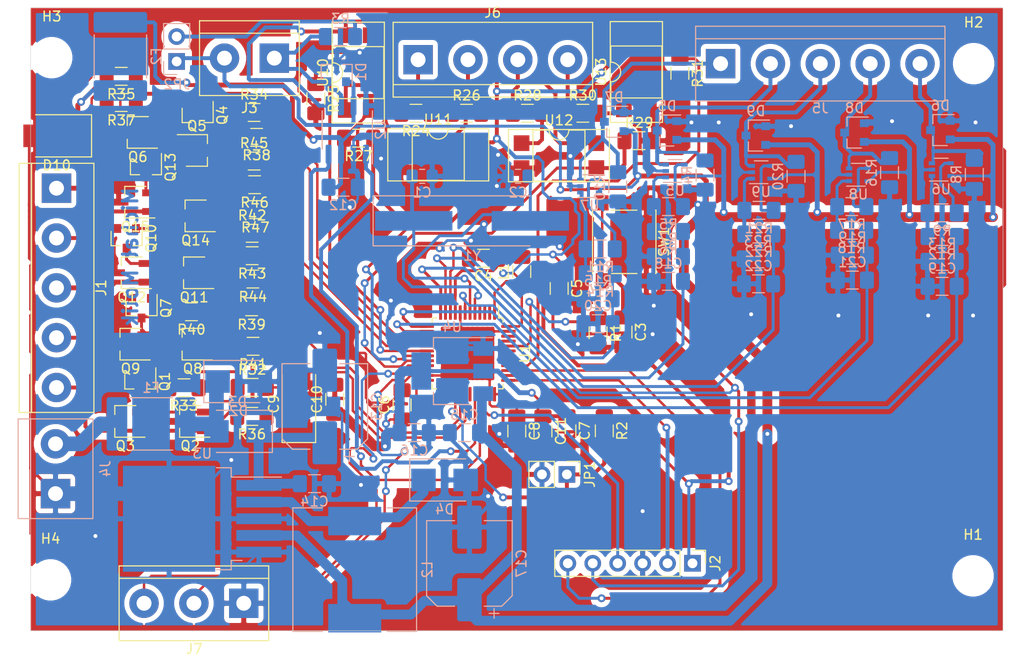
<source format=kicad_pcb>
(kicad_pcb (version 20171130) (host pcbnew "(5.1.6)-1")
  (layers (0 F.Cu signal) (31 B.Cu signal hide) (34 B.Paste user hide) (35 F.Paste user) (36 B.SilkS user hide) (37 F.SilkS user) (38 B.Mask user hide) (39 F.Mask user) (44 Edge.Cuts user hide))
  (net 0 "")
  (net 1 GND)
  (net 2 "Net-(C1-Pad1)")
  (net 3 "Net-(C2-Pad2)")
  (net 4 NRST)
  (net 5 "Net-(C4-Pad1)")
  (net 6 +3V3)
  (net 7 +5V)
  (net 8 "Net-(C13-Pad1)")
  (net 9 ADC_3)
  (net 10 ADC_0)
  (net 11 ADC_4)
  (net 12 ADC_1)
  (net 13 ADC_2)
  (net 14 "Net-(D2-Pad1)")
  (net 15 "Net-(D4-Pad1)")
  (net 16 ADC_IN3)
  (net 17 ADC_IN0)
  (net 18 ADC_IN4)
  (net 19 ADC_IN1)
  (net 20 ADC_IN2)
  (net 21 +BATT)
  (net 22 OUT_4)
  (net 23 OUT_3)
  (net 24 OUT_2)
  (net 25 OUT_1)
  (net 26 OUT_0)
  (net 27 SWO)
  (net 28 SWDIO)
  (net 29 SWDCLK)
  (net 30 CAN_L)
  (net 31 CAN_H)
  (net 32 zwora)
  (net 33 "Net-(JP2-Pad2)")
  (net 34 "Net-(Q1-Pad1)")
  (net 35 "Net-(Q7-Pad1)")
  (net 36 "Net-(R1-Pad1)")
  (net 37 "Net-(R5-Pad2)")
  (net 38 "Net-(R5-Pad1)")
  (net 39 "Net-(R9-Pad2)")
  (net 40 "Net-(R12-Pad1)")
  (net 41 "Net-(R11-Pad2)")
  (net 42 "Net-(R11-Pad1)")
  (net 43 "Net-(R17-Pad2)")
  (net 44 "Net-(R17-Pad1)")
  (net 45 "Net-(R21-Pad2)")
  (net 46 "Net-(R21-Pad1)")
  (net 47 "Net-(R24-Pad2)")
  (net 48 IN_0)
  (net 49 INPUT_0)
  (net 50 "Net-(R26-Pad2)")
  (net 51 IN_1)
  (net 52 INPUT_1)
  (net 53 "Net-(R28-Pad2)")
  (net 54 IN_2)
  (net 55 INPUT_2)
  (net 56 "Net-(R30-Pad2)")
  (net 57 IN_3)
  (net 58 INPUT_3)
  (net 59 OUTPUT_0)
  (net 60 OUTPUT_4)
  (net 61 OUTPUT_1)
  (net 62 OUTPUT_2)
  (net 63 OUTPUT_3)
  (net 64 "Net-(U1-Pad46)")
  (net 65 "Net-(U1-Pad45)")
  (net 66 "Net-(U1-Pad43)")
  (net 67 "Net-(U1-Pad42)")
  (net 68 "Net-(U1-Pad41)")
  (net 69 "Net-(U1-Pad38)")
  (net 70 CAN_TX)
  (net 71 CAN_RX)
  (net 72 "Net-(U1-Pad27)")
  (net 73 "Net-(U1-Pad26)")
  (net 74 "Net-(U1-Pad25)")
  (net 75 "Net-(U1-Pad4)")
  (net 76 "Net-(U1-Pad3)")
  (net 77 "Net-(U1-Pad2)")
  (net 78 +5VD)
  (net 79 "Net-(U1-Pad31)")
  (net 80 "Net-(Q1-Pad3)")
  (net 81 "Net-(Q5-Pad3)")
  (net 82 "Net-(Q13-Pad3)")
  (net 83 "Net-(Q7-Pad3)")
  (net 84 "Net-(Q14-Pad3)")
  (net 85 "Net-(Q13-Pad1)")
  (net 86 "Net-(D10-Pad1)")
  (net 87 "Net-(Q2-Pad3)")
  (net 88 "Net-(Q4-Pad3)")
  (net 89 "Net-(Q4-Pad1)")
  (net 90 "Net-(Q8-Pad3)")
  (net 91 "Net-(Q10-Pad3)")
  (net 92 "Net-(Q10-Pad1)")
  (net 93 "Net-(Q11-Pad3)")
  (net 94 UART_TX)
  (net 95 UART_RX)
  (module Package_QFP:LQFP-48_7x7mm_P0.5mm (layer F.Cu) (at 133.4175 87.3 270)
    (fp_text reference U1 (at 0 -5.85 90) (layer F.SilkS))
    (fp_text value STM32F103C8Tx)
    (pad 48 smd roundrect (at -2.75 -4.1625 270) (size 0.3 1.475) (layers F.Cu F.Paste F.Mask) (net 6 +3V3))
    (pad 47 smd roundrect (at -2.25 -4.1625 270) (size 0.3 1.475) (layers F.Cu F.Paste F.Mask) (net 1 GND))
    (pad 46 smd roundrect (at -1.75 -4.1625 270) (size 0.3 1.475) (layers F.Cu F.Paste F.Mask) (net 64 "Net-(U1-Pad46)"))
    (pad 45 smd roundrect (at -1.25 -4.1625 270) (size 0.3 1.475) (layers F.Cu F.Paste F.Mask) (net 65 "Net-(U1-Pad45)"))
    (pad 44 smd roundrect (at -0.75 -4.1625 270) (size 0.3 1.475) (layers F.Cu F.Paste F.Mask) (net 36 "Net-(R1-Pad1)"))
    (pad 43 smd roundrect (at -0.25 -4.1625 270) (size 0.3 1.475) (layers F.Cu F.Paste F.Mask) (net 66 "Net-(U1-Pad43)"))
    (pad 42 smd roundrect (at 0.25 -4.1625 270) (size 0.3 1.475) (layers F.Cu F.Paste F.Mask) (net 67 "Net-(U1-Pad42)"))
    (pad 41 smd roundrect (at 0.75 -4.1625 270) (size 0.3 1.475) (layers F.Cu F.Paste F.Mask) (net 68 "Net-(U1-Pad41)"))
    (pad 40 smd roundrect (at 1.25 -4.1625 270) (size 0.3 1.475) (layers F.Cu F.Paste F.Mask) (net 58 INPUT_3))
    (pad 39 smd roundrect (at 1.75 -4.1625 270) (size 0.3 1.475) (layers F.Cu F.Paste F.Mask) (net 27 SWO))
    (pad 38 smd roundrect (at 2.25 -4.1625 270) (size 0.3 1.475) (layers F.Cu F.Paste F.Mask) (net 69 "Net-(U1-Pad38)"))
    (pad 37 smd roundrect (at 2.75 -4.1625 270) (size 0.3 1.475) (layers F.Cu F.Paste F.Mask) (net 29 SWDCLK))
    (pad 36 smd roundrect (at 4.1625 -2.75 270) (size 1.475 0.3) (layers F.Cu F.Paste F.Mask) (net 6 +3V3))
    (pad 35 smd roundrect (at 4.1625 -2.25 270) (size 1.475 0.3) (layers F.Cu F.Paste F.Mask) (net 1 GND))
    (pad 34 smd roundrect (at 4.1625 -1.75 270) (size 1.475 0.3) (layers F.Cu F.Paste F.Mask) (net 28 SWDIO))
    (pad 33 smd roundrect (at 4.1625 -1.25 270) (size 1.475 0.3) (layers F.Cu F.Paste F.Mask) (net 70 CAN_TX))
    (pad 32 smd roundrect (at 4.1625 -0.75 270) (size 1.475 0.3) (layers F.Cu F.Paste F.Mask) (net 71 CAN_RX))
    (pad 31 smd roundrect (at 4.1625 -0.25 270) (size 1.475 0.3) (layers F.Cu F.Paste F.Mask) (net 79 "Net-(U1-Pad31)"))
    (pad 30 smd roundrect (at 4.1625 0.25 270) (size 1.475 0.3) (layers F.Cu F.Paste F.Mask) (net 59 OUTPUT_0))
    (pad 29 smd roundrect (at 4.1625 0.75 270) (size 1.475 0.3) (layers F.Cu F.Paste F.Mask) (net 61 OUTPUT_1))
    (pad 28 smd roundrect (at 4.1625 1.25 270) (size 1.475 0.3) (layers F.Cu F.Paste F.Mask) (net 32 zwora))
    (pad 27 smd roundrect (at 4.1625 1.75 270) (size 1.475 0.3) (layers F.Cu F.Paste F.Mask) (net 72 "Net-(U1-Pad27)"))
    (pad 26 smd roundrect (at 4.1625 2.25 270) (size 1.475 0.3) (layers F.Cu F.Paste F.Mask) (net 73 "Net-(U1-Pad26)"))
    (pad 25 smd roundrect (at 4.1625 2.75 270) (size 1.475 0.3) (layers F.Cu F.Paste F.Mask) (net 74 "Net-(U1-Pad25)"))
    (pad 24 smd roundrect (at 2.75 4.1625 270) (size 0.3 1.475) (layers F.Cu F.Paste F.Mask) (net 6 +3V3))
    (pad 23 smd roundrect (at 2.25 4.1625 270) (size 0.3 1.475) (layers F.Cu F.Paste F.Mask) (net 1 GND))
    (pad 22 smd roundrect (at 1.75 4.1625 270) (size 0.3 1.475) (layers F.Cu F.Paste F.Mask) (net 95 UART_RX))
    (pad 21 smd roundrect (at 1.25 4.1625 270) (size 0.3 1.475) (layers F.Cu F.Paste F.Mask) (net 94 UART_TX))
    (pad 20 smd roundrect (at 0.75 4.1625 270) (size 0.3 1.475) (layers F.Cu F.Paste F.Mask) (net 55 INPUT_2))
    (pad 19 smd roundrect (at 0.25 4.1625 270) (size 0.3 1.475) (layers F.Cu F.Paste F.Mask) (net 52 INPUT_1))
    (pad 18 smd roundrect (at -0.25 4.1625 270) (size 0.3 1.475) (layers F.Cu F.Paste F.Mask) (net 49 INPUT_0))
    (pad 17 smd roundrect (at -0.75 4.1625 270) (size 0.3 1.475) (layers F.Cu F.Paste F.Mask) (net 62 OUTPUT_2))
    (pad 16 smd roundrect (at -1.25 4.1625 270) (size 0.3 1.475) (layers F.Cu F.Paste F.Mask) (net 63 OUTPUT_3))
    (pad 15 smd roundrect (at -1.75 4.1625 270) (size 0.3 1.475) (layers F.Cu F.Paste F.Mask) (net 60 OUTPUT_4))
    (pad 14 smd roundrect (at -2.25 4.1625 270) (size 0.3 1.475) (layers F.Cu F.Paste F.Mask) (net 10 ADC_0))
    (pad 13 smd roundrect (at -2.75 4.1625 270) (size 0.3 1.475) (layers F.Cu F.Paste F.Mask) (net 12 ADC_1))
    (pad 12 smd roundrect (at -4.1625 2.75 270) (size 1.475 0.3) (layers F.Cu F.Paste F.Mask) (net 13 ADC_2))
    (pad 11 smd roundrect (at -4.1625 2.25 270) (size 1.475 0.3) (layers F.Cu F.Paste F.Mask) (net 9 ADC_3))
    (pad 10 smd roundrect (at -4.1625 1.75 270) (size 1.475 0.3) (layers F.Cu F.Paste F.Mask) (net 11 ADC_4))
    (pad 9 smd roundrect (at -4.1625 1.25 270) (size 1.475 0.3) (layers F.Cu F.Paste F.Mask) (net 5 "Net-(C4-Pad1)"))
    (pad 8 smd roundrect (at -4.1625 0.75 270) (size 1.475 0.3) (layers F.Cu F.Paste F.Mask) (net 1 GND))
    (pad 7 smd roundrect (at -4.1625 0.25 270) (size 1.475 0.3) (layers F.Cu F.Paste F.Mask) (net 4 NRST))
    (pad 6 smd roundrect (at -4.1625 -0.25 270) (size 1.475 0.3) (layers F.Cu F.Paste F.Mask) (net 3 "Net-(C2-Pad2)"))
    (pad 5 smd roundrect (at -4.1625 -0.75 270) (size 1.475 0.3) (layers F.Cu F.Paste F.Mask) (net 2 "Net-(C1-Pad1)"))
    (pad 4 smd roundrect (at -4.1625 -1.25 270) (size 1.475 0.3) (layers F.Cu F.Paste F.Mask) (net 75 "Net-(U1-Pad4)"))
    (pad 3 smd roundrect (at -4.1625 -1.75 270) (size 1.475 0.3) (layers F.Cu F.Paste F.Mask) (net 76 "Net-(U1-Pad3)"))
    (pad 2 smd roundrect (at -4.1625 -2.25 270) (size 1.475 0.3) (layers F.Cu F.Paste F.Mask) (net 77 "Net-(U1-Pad2)"))
    (pad 1 smd roundrect (at -4.1625 -2.75 270) (size 1.475 0.3) (layers F.Cu F.Paste F.Mask) (net 6 +3V3))
  )
  (module Connector_PinHeader_2.54mm:PinHeader_1x02_P2.54mm_Vertical (layer F.Cu) (at 143.535 99.64 270)
    (fp_text reference JP1 (at 0 -2.33 90) (layer F.SilkS))
    (fp_text value Jumper_2_Bridged)
    (pad 2 thru_hole oval (at 0 2.54 270) (size 1.7 1.7) (drill 1) (layers *.Cu *.Mask) (net 1 GND))
    (pad 1 thru_hole rect (at 0 0 270) (size 1.7 1.7) (drill 1) (layers *.Cu *.Mask) (net 32 zwora))
  )
  (module Inductor_SMD:L_1206_3216Metric_Pad1.42x1.75mm_HandSolder (layer F.Cu) (at 138.938 78.9575 90)
    (fp_text reference L1 (at 0 -1.82 90) (layer F.SilkS))
    (fp_text value L)
    (pad 2 smd roundrect (at 1.4875 0 90) (size 1.425 1.75) (layers F.Cu F.Paste F.Mask) (roundrect_rratio 0.175439) (net 5 "Net-(C4-Pad1)"))
    (pad 1 smd roundrect (at -1.4875 0 90) (size 1.425 1.75) (layers F.Cu F.Paste F.Mask) (roundrect_rratio 0.175439) (net 6 +3V3))
  )
  (module Resistor_SMD:R_1206_3216Metric_Pad1.42x1.75mm_HandSolder (layer F.Cu) (at 146.71 85.1985 270)
    (fp_text reference R1 (at 0 -1.82 90) (layer F.SilkS))
    (fp_text value R)
    (pad 2 smd roundrect (at 1.4875 0 270) (size 1.425 1.75) (layers F.Cu F.Paste F.Mask) (roundrect_rratio 0.175439) (net 1 GND))
    (pad 1 smd roundrect (at -1.4875 0 270) (size 1.425 1.75) (layers F.Cu F.Paste F.Mask) (roundrect_rratio 0.175439) (net 36 "Net-(R1-Pad1)"))
  )
  (module Capacitor_SMD:C_1206_3216Metric_Pad1.42x1.75mm_HandSolder (layer F.Cu) (at 149.25 85.1255 270)
    (fp_text reference C3 (at 0 -1.82 90) (layer F.SilkS))
    (fp_text value 0.1uF)
    (pad 2 smd roundrect (at 1.4875 0 270) (size 1.425 1.75) (layers F.Cu F.Paste F.Mask) (roundrect_rratio 0.175439) (net 1 GND))
    (pad 1 smd roundrect (at -1.4875 0 270) (size 1.425 1.75) (layers F.Cu F.Paste F.Mask) (roundrect_rratio 0.175439) (net 4 NRST))
  )
  (module Resistor_SMD:R_1206_3216Metric_Pad1.42x1.75mm_HandSolder (layer F.Cu) (at 147.345 95.195 270)
    (fp_text reference R2 (at 0 -1.82 90) (layer F.SilkS))
    (fp_text value "10k Ohm")
    (pad 2 smd roundrect (at 1.4875 0 270) (size 1.425 1.75) (layers F.Cu F.Paste F.Mask) (roundrect_rratio 0.175439) (net 32 zwora))
    (pad 1 smd roundrect (at -1.4875 0 270) (size 1.425 1.75) (layers F.Cu F.Paste F.Mask) (roundrect_rratio 0.175439) (net 6 +3V3))
  )
  (module Capacitor_SMD:C_1206_3216Metric_Pad1.42x1.75mm_HandSolder (layer F.Cu) (at 143.535 95.195 270)
    (fp_text reference C7 (at 0 -1.82 90) (layer F.SilkS))
    (fp_text value 100nF)
    (pad 2 smd roundrect (at 1.4875 0 270) (size 1.425 1.75) (layers F.Cu F.Paste F.Mask) (roundrect_rratio 0.175439) (net 1 GND))
    (pad 1 smd roundrect (at -1.4875 0 270) (size 1.425 1.75) (layers F.Cu F.Paste F.Mask) (roundrect_rratio 0.175439) (net 6 +3V3))
  )
  (module Capacitor_SMD:C_1206_3216Metric_Pad1.42x1.75mm_HandSolder (layer F.Cu) (at 142.748 80.6815 270)
    (fp_text reference C5 (at 0 -1.82 90) (layer F.SilkS))
    (fp_text value 100nF)
    (pad 2 smd roundrect (at 1.4875 0 270) (size 1.425 1.75) (layers F.Cu F.Paste F.Mask) (roundrect_rratio 0.175439) (net 1 GND))
    (pad 1 smd roundrect (at -1.4875 0 270) (size 1.425 1.75) (layers F.Cu F.Paste F.Mask) (roundrect_rratio 0.175439) (net 6 +3V3))
  )
  (module Capacitor_SMD:C_1206_3216Metric_Pad1.42x1.75mm_HandSolder (layer F.Cu) (at 141.097 95.2135 270)
    (fp_text reference C11 (at 0 -1.82 90) (layer F.SilkS))
    (fp_text value 1uF)
    (pad 2 smd roundrect (at 1.4875 0 270) (size 1.425 1.75) (layers F.Cu F.Paste F.Mask) (roundrect_rratio 0.175439) (net 1 GND))
    (pad 1 smd roundrect (at -1.4875 0 270) (size 1.425 1.75) (layers F.Cu F.Paste F.Mask) (roundrect_rratio 0.175439) (net 6 +3V3))
  )
  (module Button_Switch_SMD:SW_Push_1P1T_NO_6x6mm_H9.5mm (layer F.Cu) (at 149.377 75.9275 270)
    (fp_text reference SW1 (at 0 -4.05 90) (layer F.SilkS))
    (fp_text value SW_Push)
    (pad 2 smd rect (at 3.975 2.25 270) (size 1.55 1.3) (layers F.Cu F.Paste F.Mask) (net 4 NRST))
    (pad 1 smd rect (at 3.975 -2.25 270) (size 1.55 1.3) (layers F.Cu F.Paste F.Mask) (net 1 GND))
    (pad 1 smd rect (at -3.975 -2.25 270) (size 1.55 1.3) (layers F.Cu F.Paste F.Mask) (net 1 GND))
    (pad 2 smd rect (at -3.975 2.25 270) (size 1.55 1.3) (layers F.Cu F.Paste F.Mask) (net 4 NRST))
  )
  (module Package_TO_SOT_SMD:SOT-353_SC-70-5 (layer B.Cu) (at 163.322 68.834)
    (fp_text reference U9 (at 0 2) (layer B.SilkS) (effects (justify mirror)))
    (fp_text value MCP6001x-LT)
    (pad 5 smd rect (at 0.95 0.65) (size 0.65 0.4) (layers B.Cu B.Paste B.Mask) (net 7 +5V))
    (pad 4 smd rect (at 0.95 -0.65) (size 0.65 0.4) (layers B.Cu B.Paste B.Mask) (net 45 "Net-(R21-Pad2)"))
    (pad 2 smd rect (at -0.95 0) (size 0.65 0.4) (layers B.Cu B.Paste B.Mask) (net 1 GND))
    (pad 3 smd rect (at -0.95 -0.65) (size 0.65 0.4) (layers B.Cu B.Paste B.Mask) (net 20 ADC_IN2))
    (pad 1 smd rect (at -0.95 0.65) (size 0.65 0.4) (layers B.Cu B.Paste B.Mask) (net 46 "Net-(R21-Pad1)"))
  )
  (module Package_TO_SOT_SMD:SOT-353_SC-70-5 (layer B.Cu) (at 173.228 69.088)
    (fp_text reference U8 (at 0 2) (layer B.SilkS) (effects (justify mirror)))
    (fp_text value MCP6001x-LT)
    (pad 5 smd rect (at 0.95 0.65) (size 0.65 0.4) (layers B.Cu B.Paste B.Mask) (net 7 +5V))
    (pad 4 smd rect (at 0.95 -0.65) (size 0.65 0.4) (layers B.Cu B.Paste B.Mask) (net 43 "Net-(R17-Pad2)"))
    (pad 2 smd rect (at -0.95 0) (size 0.65 0.4) (layers B.Cu B.Paste B.Mask) (net 1 GND))
    (pad 3 smd rect (at -0.95 -0.65) (size 0.65 0.4) (layers B.Cu B.Paste B.Mask) (net 19 ADC_IN1))
    (pad 1 smd rect (at -0.95 0.65) (size 0.65 0.4) (layers B.Cu B.Paste B.Mask) (net 44 "Net-(R17-Pad1)"))
  )
  (module Package_TO_SOT_SMD:SOT-353_SC-70-5 (layer B.Cu) (at 145.857 70.246)
    (fp_text reference U7 (at 0 2) (layer B.SilkS) (effects (justify mirror)))
    (fp_text value MCP6001x-LT)
    (pad 5 smd rect (at 0.95 0.65) (size 0.65 0.4) (layers B.Cu B.Paste B.Mask) (net 7 +5V))
    (pad 4 smd rect (at 0.95 -0.65) (size 0.65 0.4) (layers B.Cu B.Paste B.Mask) (net 41 "Net-(R11-Pad2)"))
    (pad 2 smd rect (at -0.95 0) (size 0.65 0.4) (layers B.Cu B.Paste B.Mask) (net 1 GND))
    (pad 3 smd rect (at -0.95 -0.65) (size 0.65 0.4) (layers B.Cu B.Paste B.Mask) (net 18 ADC_IN4))
    (pad 1 smd rect (at -0.95 0.65) (size 0.65 0.4) (layers B.Cu B.Paste B.Mask) (net 42 "Net-(R11-Pad1)"))
  )
  (module Package_TO_SOT_SMD:SOT-353_SC-70-5 (layer B.Cu) (at 181.671 68.565)
    (fp_text reference U6 (at 0 2) (layer B.SilkS) (effects (justify mirror)))
    (fp_text value MCP6001x-LT)
    (pad 5 smd rect (at 0.95 0.65) (size 0.65 0.4) (layers B.Cu B.Paste B.Mask) (net 7 +5V))
    (pad 4 smd rect (at 0.95 -0.65) (size 0.65 0.4) (layers B.Cu B.Paste B.Mask) (net 39 "Net-(R9-Pad2)"))
    (pad 2 smd rect (at -0.95 0) (size 0.65 0.4) (layers B.Cu B.Paste B.Mask) (net 1 GND))
    (pad 3 smd rect (at -0.95 -0.65) (size 0.65 0.4) (layers B.Cu B.Paste B.Mask) (net 17 ADC_IN0))
    (pad 1 smd rect (at -0.95 0.65) (size 0.65 0.4) (layers B.Cu B.Paste B.Mask) (net 40 "Net-(R12-Pad1)"))
  )
  (module Package_TO_SOT_SMD:SOT-353_SC-70-5 (layer B.Cu) (at 154.559 68.707)
    (fp_text reference U5 (at 0 2) (layer B.SilkS) (effects (justify mirror)))
    (fp_text value MCP6001x-LT)
    (pad 5 smd rect (at 0.95 0.65) (size 0.65 0.4) (layers B.Cu B.Paste B.Mask) (net 7 +5V))
    (pad 4 smd rect (at 0.95 -0.65) (size 0.65 0.4) (layers B.Cu B.Paste B.Mask) (net 37 "Net-(R5-Pad2)"))
    (pad 2 smd rect (at -0.95 0) (size 0.65 0.4) (layers B.Cu B.Paste B.Mask) (net 1 GND))
    (pad 3 smd rect (at -0.95 -0.65) (size 0.65 0.4) (layers B.Cu B.Paste B.Mask) (net 16 ADC_IN3))
    (pad 1 smd rect (at -0.95 0.65) (size 0.65 0.4) (layers B.Cu B.Paste B.Mask) (net 38 "Net-(R5-Pad1)"))
  )
  (module Capacitor_Tantalum_SMD:CP_EIA-6032-15_Kemet-U_Pad2.25x2.35mm_HandSolder (layer F.Cu) (at 116.23 92.456 90)
    (fp_text reference C9 (at 0 -2.55 90) (layer F.SilkS))
    (fp_text value 4,7uF)
    (pad 2 smd roundrect (at 2.55 0 90) (size 2.25 2.35) (layers F.Cu F.Paste F.Mask) (roundrect_rratio 0.111111) (net 1 GND))
    (pad 1 smd roundrect (at -2.55 0 90) (size 2.25 2.35) (layers F.Cu F.Paste F.Mask) (roundrect_rratio 0.111111) (net 6 +3V3))
  )
  (module TerminalBlock:TerminalBlock_bornier-3_P5.08mm (layer F.Cu) (at 110.617 112.776 180)
    (fp_text reference J7 (at 5.05 -4.65) (layer F.SilkS))
    (fp_text value Screw_Terminal_01x03)
    (pad 3 thru_hole circle (at 10.16 0 180) (size 3 3) (drill 1.52) (layers *.Cu *.Mask) (net 94 UART_TX))
    (pad 2 thru_hole circle (at 5.08 0 180) (size 3 3) (drill 1.52) (layers *.Cu *.Mask) (net 95 UART_RX))
    (pad 1 thru_hole rect (at 0 0 180) (size 3 3) (drill 1.52) (layers *.Cu *.Mask) (net 1 GND))
  )
  (module Resistor_SMD:R_1206_3216Metric_Pad1.42x1.75mm_HandSolder (layer F.Cu) (at 111.6695 67.691)
    (fp_text reference R45 (at 0 -1.82) (layer F.SilkS))
    (fp_text value R)
    (pad 2 smd roundrect (at 1.4875 0) (size 1.425 1.75) (layers F.Cu F.Paste F.Mask) (roundrect_rratio 0.175439) (net 63 OUTPUT_3))
    (pad 1 smd roundrect (at -1.4875 0) (size 1.425 1.75) (layers F.Cu F.Paste F.Mask) (roundrect_rratio 0.175439) (net 85 "Net-(Q13-Pad1)"))
  )
  (module Resistor_SMD:R_1206_3216Metric_Pad1.42x1.75mm_HandSolder (layer F.Cu) (at 111.4695 75.057)
    (fp_text reference R42 (at 0 -1.82) (layer F.SilkS))
    (fp_text value R)
    (pad 2 smd roundrect (at 1.4875 0) (size 1.425 1.75) (layers F.Cu F.Paste F.Mask) (roundrect_rratio 0.175439) (net 62 OUTPUT_2))
    (pad 1 smd roundrect (at -1.4875 0) (size 1.425 1.75) (layers F.Cu F.Paste F.Mask) (roundrect_rratio 0.175439) (net 92 "Net-(Q10-Pad1)"))
  )
  (module Resistor_SMD:R_1206_3216Metric_Pad1.42x1.75mm_HandSolder (layer F.Cu) (at 111.4155 82.55 180)
    (fp_text reference R39 (at 0 -1.82) (layer F.SilkS))
    (fp_text value R)
    (pad 2 smd roundrect (at 1.4875 0 180) (size 1.425 1.75) (layers F.Cu F.Paste F.Mask) (roundrect_rratio 0.175439) (net 35 "Net-(Q7-Pad1)"))
    (pad 1 smd roundrect (at -1.4875 0 180) (size 1.425 1.75) (layers F.Cu F.Paste F.Mask) (roundrect_rratio 0.175439) (net 61 OUTPUT_1))
  )
  (module Resistor_SMD:R_1206_3216Metric_Pad1.42x1.75mm_HandSolder (layer F.Cu) (at 98.1345 61.722 180)
    (fp_text reference R37 (at 0 -1.82) (layer F.SilkS))
    (fp_text value R)
    (pad 2 smd roundrect (at 1.4875 0 180) (size 1.425 1.75) (layers F.Cu F.Paste F.Mask) (roundrect_rratio 0.175439) (net 88 "Net-(Q4-Pad3)"))
    (pad 1 smd roundrect (at -1.4875 0 180) (size 1.425 1.75) (layers F.Cu F.Paste F.Mask) (roundrect_rratio 0.175439) (net 78 +5VD))
  )
  (module Resistor_SMD:R_1206_3216Metric_Pad1.42x1.75mm_HandSolder (layer F.Cu) (at 111.6695 62.738)
    (fp_text reference R34 (at 0 -1.82) (layer F.SilkS))
    (fp_text value R)
    (pad 2 smd roundrect (at 1.4875 0) (size 1.425 1.75) (layers F.Cu F.Paste F.Mask) (roundrect_rratio 0.175439) (net 60 OUTPUT_4))
    (pad 1 smd roundrect (at -1.4875 0) (size 1.425 1.75) (layers F.Cu F.Paste F.Mask) (roundrect_rratio 0.175439) (net 89 "Net-(Q4-Pad1)"))
  )
  (module Resistor_SMD:R_1206_3216Metric_Pad1.42x1.75mm_HandSolder (layer F.Cu) (at 104.521 90.805 180)
    (fp_text reference R33 (at 0 -1.82) (layer F.SilkS))
    (fp_text value R)
    (pad 2 smd roundrect (at 1.4875 0 180) (size 1.425 1.75) (layers F.Cu F.Paste F.Mask) (roundrect_rratio 0.175439) (net 80 "Net-(Q1-Pad3)"))
    (pad 1 smd roundrect (at -1.4875 0 180) (size 1.425 1.75) (layers F.Cu F.Paste F.Mask) (roundrect_rratio 0.175439) (net 78 +5VD))
  )
  (module Resistor_SMD:R_1206_3216Metric_Pad1.42x1.75mm_HandSolder (layer F.Cu) (at 111.7235 70.104 180)
    (fp_text reference R46 (at 0 -1.82) (layer F.SilkS))
    (fp_text value R)
    (pad 2 smd roundrect (at 1.4875 0 180) (size 1.425 1.75) (layers F.Cu F.Paste F.Mask) (roundrect_rratio 0.175439) (net 82 "Net-(Q13-Pad3)"))
    (pad 1 smd roundrect (at -1.4875 0 180) (size 1.425 1.75) (layers F.Cu F.Paste F.Mask) (roundrect_rratio 0.175439) (net 78 +5VD))
  )
  (module Resistor_SMD:R_1206_3216Metric_Pad1.42x1.75mm_HandSolder (layer F.Cu) (at 111.4695 77.343 180)
    (fp_text reference R43 (at 0 -1.82) (layer F.SilkS))
    (fp_text value R)
    (pad 2 smd roundrect (at 1.4875 0 180) (size 1.425 1.75) (layers F.Cu F.Paste F.Mask) (roundrect_rratio 0.175439) (net 91 "Net-(Q10-Pad3)"))
    (pad 1 smd roundrect (at -1.4875 0 180) (size 1.425 1.75) (layers F.Cu F.Paste F.Mask) (roundrect_rratio 0.175439) (net 78 +5VD))
  )
  (module Resistor_SMD:R_1206_3216Metric_Pad1.42x1.75mm_HandSolder (layer F.Cu) (at 105.283 83.058 180)
    (fp_text reference R40 (at 0 -1.82) (layer F.SilkS))
    (fp_text value R)
    (pad 2 smd roundrect (at 1.4875 0 180) (size 1.425 1.75) (layers F.Cu F.Paste F.Mask) (roundrect_rratio 0.175439) (net 83 "Net-(Q7-Pad3)"))
    (pad 1 smd roundrect (at -1.4875 0 180) (size 1.425 1.75) (layers F.Cu F.Paste F.Mask) (roundrect_rratio 0.175439) (net 78 +5VD))
  )
  (module Package_TO_SOT_SMD:SOT-23 (layer F.Cu) (at 100.65 68.326 270)
    (fp_text reference Q13 (at 0 -2.5 90) (layer F.SilkS))
    (fp_text value BC817)
    (pad 3 smd rect (at 1 0 270) (size 0.9 0.8) (layers F.Cu F.Paste F.Mask) (net 82 "Net-(Q13-Pad3)"))
    (pad 2 smd rect (at -1 0.95 270) (size 0.9 0.8) (layers F.Cu F.Paste F.Mask) (net 1 GND))
    (pad 1 smd rect (at -1 -0.95 270) (size 0.9 0.8) (layers F.Cu F.Paste F.Mask) (net 85 "Net-(Q13-Pad1)"))
  )
  (module Package_TO_SOT_SMD:SOT-23 (layer F.Cu) (at 98.679 75.565 270)
    (fp_text reference Q10 (at 0 -2.5 90) (layer F.SilkS))
    (fp_text value BC817)
    (pad 3 smd rect (at 1 0 270) (size 0.9 0.8) (layers F.Cu F.Paste F.Mask) (net 91 "Net-(Q10-Pad3)"))
    (pad 2 smd rect (at -1 0.95 270) (size 0.9 0.8) (layers F.Cu F.Paste F.Mask) (net 1 GND))
    (pad 1 smd rect (at -1 -0.95 270) (size 0.9 0.8) (layers F.Cu F.Paste F.Mask) (net 92 "Net-(Q10-Pad1)"))
  )
  (module Package_TO_SOT_SMD:SOT-23 (layer F.Cu) (at 100.203 82.693 270)
    (fp_text reference Q7 (at 0 -2.5 90) (layer F.SilkS))
    (fp_text value BC817)
    (pad 3 smd rect (at 1 0 270) (size 0.9 0.8) (layers F.Cu F.Paste F.Mask) (net 83 "Net-(Q7-Pad3)"))
    (pad 2 smd rect (at -1 0.95 270) (size 0.9 0.8) (layers F.Cu F.Paste F.Mask) (net 1 GND))
    (pad 1 smd rect (at -1 -0.95 270) (size 0.9 0.8) (layers F.Cu F.Paste F.Mask) (net 35 "Net-(Q7-Pad1)"))
  )
  (module Package_TO_SOT_SMD:SOT-23 (layer F.Cu) (at 105.918 63.008 270)
    (fp_text reference Q4 (at 0 -2.5 90) (layer F.SilkS))
    (fp_text value BC817)
    (pad 3 smd rect (at 1 0 270) (size 0.9 0.8) (layers F.Cu F.Paste F.Mask) (net 88 "Net-(Q4-Pad3)"))
    (pad 2 smd rect (at -1 0.95 270) (size 0.9 0.8) (layers F.Cu F.Paste F.Mask) (net 1 GND))
    (pad 1 smd rect (at -1 -0.95 270) (size 0.9 0.8) (layers F.Cu F.Paste F.Mask) (net 89 "Net-(Q4-Pad1)"))
  )
  (module Package_TO_SOT_SMD:SOT-23 (layer F.Cu) (at 100.076 90.17 270)
    (fp_text reference Q1 (at 0 -2.5 90) (layer F.SilkS))
    (fp_text value BC817)
    (pad 3 smd rect (at 1 0 270) (size 0.9 0.8) (layers F.Cu F.Paste F.Mask) (net 80 "Net-(Q1-Pad3)"))
    (pad 2 smd rect (at -1 0.95 270) (size 0.9 0.8) (layers F.Cu F.Paste F.Mask) (net 1 GND))
    (pad 1 smd rect (at -1 -0.95 270) (size 0.9 0.8) (layers F.Cu F.Paste F.Mask) (net 34 "Net-(Q1-Pad1)"))
  )
  (module MountingHole:MountingHole_3.2mm_M3 (layer F.Cu) (at 90.932 110.39)
    (fp_text reference H4 (at 0 -4.2) (layer F.SilkS))
    (fp_text value MountingHole)
    (pad 1 np_thru_hole circle (at 0 0) (size 3.2 3.2) (drill 3.2) (layers *.Cu *.Mask))
  )
  (module MountingHole:MountingHole_3.2mm_M3 (layer F.Cu) (at 91.05 57.15)
    (fp_text reference H3 (at 0 -4.2) (layer F.SilkS))
    (fp_text value MountingHole)
    (pad 1 np_thru_hole circle (at 0 0) (size 3.2 3.2) (drill 3.2) (layers *.Cu *.Mask))
  )
  (module MountingHole:MountingHole_3.2mm_M3 (layer F.Cu) (at 184.97 57.76)
    (fp_text reference H2 (at 0 -4.2) (layer F.SilkS))
    (fp_text value MountingHole)
    (pad 1 np_thru_hole circle (at 0 0) (size 3.2 3.2) (drill 3.2) (layers *.Cu *.Mask))
  )
  (module MountingHole:MountingHole_3.2mm_M3 (layer F.Cu) (at 184.912 109.982)
    (fp_text reference H1 (at 0 -4.2) (layer F.SilkS))
    (fp_text value MountingHole)
    (pad 1 np_thru_hole circle (at 0 0) (size 3.2 3.2) (drill 3.2) (layers *.Cu *.Mask))
  )
  (module Package_DIP:DIP-4_W7.62mm_SMDSocket_SmallPads (layer F.Cu) (at 130.429 67.056)
    (fp_text reference U11 (at 0 -3.6) (layer F.SilkS))
    (fp_text value EL817)
    (pad 4 smd rect (at 3.81 -1.27) (size 1.6 1.6) (layers F.Cu F.Paste F.Mask) (net 6 +3V3))
    (pad 2 smd rect (at -3.81 1.27) (size 1.6 1.6) (layers F.Cu F.Paste F.Mask) (net 1 GND))
    (pad 3 smd rect (at 3.81 1.27) (size 1.6 1.6) (layers F.Cu F.Paste F.Mask) (net 52 INPUT_1))
    (pad 1 smd rect (at -3.81 -1.27) (size 1.6 1.6) (layers F.Cu F.Paste F.Mask) (net 50 "Net-(R26-Pad2)"))
  )
  (module Package_TO_SOT_SMD:SOT-23 (layer B.Cu) (at 162.782 65.09 180)
    (fp_text reference D9 (at 0 2.5 180) (layer B.SilkS) (effects (justify mirror)))
    (fp_text value BAT54S)
    (pad 3 smd rect (at 1 0 180) (size 0.9 0.8) (layers B.Cu B.Paste B.Mask) (net 20 ADC_IN2))
    (pad 2 smd rect (at -1 -0.95 180) (size 0.9 0.8) (layers B.Cu B.Paste B.Mask) (net 7 +5V))
    (pad 1 smd rect (at -1 0.95 180) (size 0.9 0.8) (layers B.Cu B.Paste B.Mask) (net 1 GND))
  )
  (module Package_TO_SOT_SMD:SOT-23 (layer B.Cu) (at 172.832 64.784 180)
    (fp_text reference D8 (at 0 2.5 180) (layer B.SilkS) (effects (justify mirror)))
    (fp_text value BAT54S)
    (pad 3 smd rect (at 1 0 180) (size 0.9 0.8) (layers B.Cu B.Paste B.Mask) (net 19 ADC_IN1))
    (pad 2 smd rect (at -1 -0.95 180) (size 0.9 0.8) (layers B.Cu B.Paste B.Mask) (net 7 +5V))
    (pad 1 smd rect (at -1 0.95 180) (size 0.9 0.8) (layers B.Cu B.Paste B.Mask) (net 1 GND))
  )
  (module Package_TO_SOT_SMD:SOT-23 (layer B.Cu) (at 148.352 63.688 180)
    (fp_text reference D7 (at 0 2.5 180) (layer B.SilkS) (effects (justify mirror)))
    (fp_text value BAT54S)
    (pad 3 smd rect (at 1 0 180) (size 0.9 0.8) (layers B.Cu B.Paste B.Mask) (net 18 ADC_IN4))
    (pad 2 smd rect (at -1 -0.95 180) (size 0.9 0.8) (layers B.Cu B.Paste B.Mask) (net 7 +5V))
    (pad 1 smd rect (at -1 0.95 180) (size 0.9 0.8) (layers B.Cu B.Paste B.Mask) (net 1 GND))
  )
  (module Package_TO_SOT_SMD:SOT-23 (layer B.Cu) (at 181.582 64.534 180)
    (fp_text reference D6 (at 0 2.5 180) (layer B.SilkS) (effects (justify mirror)))
    (fp_text value BAT54S)
    (pad 3 smd rect (at 1 0 180) (size 0.9 0.8) (layers B.Cu B.Paste B.Mask) (net 17 ADC_IN0))
    (pad 2 smd rect (at -1 -0.95 180) (size 0.9 0.8) (layers B.Cu B.Paste B.Mask) (net 7 +5V))
    (pad 1 smd rect (at -1 0.95 180) (size 0.9 0.8) (layers B.Cu B.Paste B.Mask) (net 1 GND))
  )
  (module Package_TO_SOT_SMD:SOT-23 (layer B.Cu) (at 153.732 64.577 180)
    (fp_text reference D5 (at 0 2.5 180) (layer B.SilkS) (effects (justify mirror)))
    (fp_text value BAT54S)
    (pad 3 smd rect (at 1 0 180) (size 0.9 0.8) (layers B.Cu B.Paste B.Mask) (net 16 ADC_IN3))
    (pad 2 smd rect (at -1 -0.95 180) (size 0.9 0.8) (layers B.Cu B.Paste B.Mask) (net 7 +5V))
    (pad 1 smd rect (at -1 0.95 180) (size 0.9 0.8) (layers B.Cu B.Paste B.Mask) (net 1 GND))
  )
  (module Inductor_SMD:L_12x12mm_H8mm (layer B.Cu) (at 121.92 109.347 90)
    (fp_text reference L2 (at 0 7.4 270) (layer B.SilkS) (effects (justify mirror)))
    (fp_text value 33uH)
    (pad 2 smd rect (at 4.95 0 90) (size 2.9 5.4) (layers B.Cu B.Paste B.Mask) (net 15 "Net-(D4-Pad1)"))
    (pad 1 smd rect (at -4.95 0 90) (size 2.9 5.4) (layers B.Cu B.Paste B.Mask) (net 7 +5V))
  )
  (module TerminalBlock:TerminalBlock_bornier-4_P5.08mm (layer F.Cu) (at 128.375 57.358)
    (fp_text reference J6 (at 7.6 -4.8) (layer F.SilkS))
    (fp_text value Screw_Terminal_01x04)
    (pad 4 thru_hole circle (at 15.24 0) (size 3 3) (drill 1.52) (layers *.Cu *.Mask) (net 57 IN_3))
    (pad 1 thru_hole rect (at 0 0) (size 3 3) (drill 1.52) (layers *.Cu *.Mask) (net 48 IN_0))
    (pad 3 thru_hole circle (at 10.16 0) (size 3 3) (drill 1.52) (layers *.Cu *.Mask) (net 54 IN_2))
    (pad 2 thru_hole circle (at 5.08 0) (size 3 3) (drill 1.52) (layers *.Cu *.Mask) (net 51 IN_1))
  )
  (module Resistor_SMD:R_1206_3216Metric_Pad1.42x1.75mm_HandSolder (layer F.Cu) (at 98.1345 59.055 180)
    (fp_text reference R35 (at 0 -1.82) (layer F.SilkS))
    (fp_text value R)
    (pad 2 smd roundrect (at 1.4875 0 180) (size 1.425 1.75) (layers F.Cu F.Paste F.Mask) (roundrect_rratio 0.175439) (net 86 "Net-(D10-Pad1)"))
    (pad 1 smd roundrect (at -1.4875 0 180) (size 1.425 1.75) (layers F.Cu F.Paste F.Mask) (roundrect_rratio 0.175439) (net 78 +5VD))
  )
  (module Fuse:Fuse_2920_7451Metric_Pad2.10x5.45mm_HandSolder (layer B.Cu) (at 98.044 57.023 90)
    (fp_text reference F2 (at 0 3.68 270) (layer B.SilkS) (effects (justify mirror)))
    (fp_text value Fuse)
    (pad 2 smd roundrect (at 3.475 0 90) (size 2.1 5.45) (layers B.Cu B.Paste B.Mask) (roundrect_rratio 0.119048) (net 7 +5V))
    (pad 1 smd roundrect (at -3.475 0 90) (size 2.1 5.45) (layers B.Cu B.Paste B.Mask) (roundrect_rratio 0.119048) (net 86 "Net-(D10-Pad1)"))
  )
  (module Diode_SMD:D_SMB (layer F.Cu) (at 91.56 65.12 180)
    (fp_text reference D10 (at 0 -3) (layer F.SilkS))
    (fp_text value SM6T6V8A)
    (pad 2 smd rect (at 2.15 0 180) (size 2.5 2.3) (layers F.Cu F.Paste F.Mask) (net 1 GND))
    (pad 1 smd rect (at -2.15 0 180) (size 2.5 2.3) (layers F.Cu F.Paste F.Mask) (net 86 "Net-(D10-Pad1)"))
  )
  (module Fuse:Fuse_2920_7451Metric_Pad2.10x5.45mm_HandSolder (layer B.Cu) (at 101.173 94.488 180)
    (fp_text reference F1 (at 0 3.68) (layer B.SilkS) (effects (justify mirror)))
    (fp_text value F)
    (pad 2 smd roundrect (at 3.475 0 180) (size 2.1 5.45) (layers B.Cu B.Paste B.Mask) (roundrect_rratio 0.119048) (net 21 +BATT))
    (pad 1 smd roundrect (at -3.475 0 180) (size 2.1 5.45) (layers B.Cu B.Paste B.Mask) (roundrect_rratio 0.119048) (net 14 "Net-(D2-Pad1)"))
  )
  (module TerminalBlock:TerminalBlock_bornier-5_P5.08mm (layer B.Cu) (at 159.19 57.76)
    (fp_text reference J5 (at 10.15 4.55 180) (layer B.SilkS) (effects (justify mirror)))
    (fp_text value Screw_Terminal_01x05)
    (pad 5 thru_hole circle (at 20.32 0) (size 3 3) (drill 1.52) (layers *.Cu *.Mask) (net 17 ADC_IN0))
    (pad 4 thru_hole circle (at 15.24 0) (size 3 3) (drill 1.52) (layers *.Cu *.Mask) (net 19 ADC_IN1))
    (pad 1 thru_hole rect (at 0 0) (size 3 3) (drill 1.52) (layers *.Cu *.Mask) (net 18 ADC_IN4))
    (pad 3 thru_hole circle (at 10.16 0) (size 3 3) (drill 1.52) (layers *.Cu *.Mask) (net 20 ADC_IN2))
    (pad 2 thru_hole circle (at 5.08 0) (size 3 3) (drill 1.52) (layers *.Cu *.Mask) (net 16 ADC_IN3))
  )
  (module TerminalBlock:TerminalBlock_bornier-2_P5.08mm (layer B.Cu) (at 91.44 101.6 90)
    (fp_text reference J4 (at 2.54 5.08 90) (layer B.SilkS) (effects (justify mirror)))
    (fp_text value Screw_Terminal_01x02)
    (pad 2 thru_hole circle (at 5.08 0 90) (size 3 3) (drill 1.52) (layers *.Cu *.Mask) (net 21 +BATT))
    (pad 1 thru_hole rect (at 0 0 90) (size 3 3) (drill 1.52) (layers *.Cu *.Mask) (net 1 GND))
  )
  (module TerminalBlock:TerminalBlock_bornier-2_P5.08mm (layer F.Cu) (at 113.73 57.2 180)
    (fp_text reference J3 (at 2.54 -5.08) (layer F.SilkS))
    (fp_text value Screw_Terminal_01x02)
    (pad 2 thru_hole circle (at 5.08 0 180) (size 3 3) (drill 1.52) (layers *.Cu *.Mask) (net 31 CAN_H))
    (pad 1 thru_hole rect (at 0 0 180) (size 3 3) (drill 1.52) (layers *.Cu *.Mask) (net 30 CAN_L))
  )
  (module Connector_PinHeader_2.54mm:PinHeader_1x06_P2.54mm_Vertical (layer F.Cu) (at 156.33 108.7 270)
    (fp_text reference J2 (at 0 -2.33 90) (layer F.SilkS))
    (fp_text value Conn_01x06_Male)
    (pad 6 thru_hole oval (at 0 12.7 270) (size 1.7 1.7) (drill 1) (layers *.Cu *.Mask) (net 27 SWO))
    (pad 5 thru_hole oval (at 0 10.16 270) (size 1.7 1.7) (drill 1) (layers *.Cu *.Mask) (net 4 NRST))
    (pad 4 thru_hole oval (at 0 7.62 270) (size 1.7 1.7) (drill 1) (layers *.Cu *.Mask) (net 28 SWDIO))
    (pad 3 thru_hole oval (at 0 5.08 270) (size 1.7 1.7) (drill 1) (layers *.Cu *.Mask) (net 1 GND))
    (pad 2 thru_hole oval (at 0 2.54 270) (size 1.7 1.7) (drill 1) (layers *.Cu *.Mask) (net 29 SWDCLK))
    (pad 1 thru_hole rect (at 0 0 270) (size 1.7 1.7) (drill 1) (layers *.Cu *.Mask) (net 6 +3V3))
  )
  (module TerminalBlock:TerminalBlock_bornier-5_P5.08mm (layer F.Cu) (at 91.54 70.46 270)
    (fp_text reference J1 (at 10.15 -4.55 90) (layer F.SilkS))
    (fp_text value Screw_Terminal_01x05)
    (pad 5 thru_hole circle (at 20.32 0 270) (size 3 3) (drill 1.52) (layers *.Cu *.Mask) (net 26 OUT_0))
    (pad 4 thru_hole circle (at 15.24 0 270) (size 3 3) (drill 1.52) (layers *.Cu *.Mask) (net 25 OUT_1))
    (pad 1 thru_hole rect (at 0 0 270) (size 3 3) (drill 1.52) (layers *.Cu *.Mask) (net 22 OUT_4))
    (pad 3 thru_hole circle (at 10.16 0 270) (size 3 3) (drill 1.52) (layers *.Cu *.Mask) (net 24 OUT_2))
    (pad 2 thru_hole circle (at 5.08 0 270) (size 3 3) (drill 1.52) (layers *.Cu *.Mask) (net 23 OUT_3))
  )
  (module Package_DIP:DIP-4_W7.62mm_SMDSocket_SmallPads (layer F.Cu) (at 150.61 58.61 90)
    (fp_text reference U13 (at 0 -3.6 90) (layer F.SilkS))
    (fp_text value EL817)
    (pad 4 smd rect (at 3.81 -1.27 90) (size 1.6 1.6) (layers F.Cu F.Paste F.Mask) (net 6 +3V3))
    (pad 2 smd rect (at -3.81 1.27 90) (size 1.6 1.6) (layers F.Cu F.Paste F.Mask) (net 1 GND))
    (pad 3 smd rect (at 3.81 1.27 90) (size 1.6 1.6) (layers F.Cu F.Paste F.Mask) (net 58 INPUT_3))
    (pad 1 smd rect (at -3.81 -1.27 90) (size 1.6 1.6) (layers F.Cu F.Paste F.Mask) (net 56 "Net-(R30-Pad2)"))
  )
  (module Package_DIP:DIP-4_W7.62mm_SMDSocket_SmallPads (layer F.Cu) (at 142.726 67.137)
    (fp_text reference U12 (at 0 -3.6) (layer F.SilkS))
    (fp_text value EL817)
    (pad 4 smd rect (at 3.81 -1.27) (size 1.6 1.6) (layers F.Cu F.Paste F.Mask) (net 6 +3V3))
    (pad 2 smd rect (at -3.81 1.27) (size 1.6 1.6) (layers F.Cu F.Paste F.Mask) (net 1 GND))
    (pad 3 smd rect (at 3.81 1.27) (size 1.6 1.6) (layers F.Cu F.Paste F.Mask) (net 55 INPUT_2))
    (pad 1 smd rect (at -3.81 -1.27) (size 1.6 1.6) (layers F.Cu F.Paste F.Mask) (net 53 "Net-(R28-Pad2)"))
  )
  (module Package_DIP:DIP-4_W7.62mm_SMDSocket_SmallPads (layer F.Cu) (at 122.279 58.674 90)
    (fp_text reference U10 (at 0 -3.6 90) (layer F.SilkS))
    (fp_text value EL817)
    (pad 4 smd rect (at 3.81 -1.27 90) (size 1.6 1.6) (layers F.Cu F.Paste F.Mask) (net 6 +3V3))
    (pad 2 smd rect (at -3.81 1.27 90) (size 1.6 1.6) (layers F.Cu F.Paste F.Mask) (net 1 GND))
    (pad 3 smd rect (at 3.81 1.27 90) (size 1.6 1.6) (layers F.Cu F.Paste F.Mask) (net 49 INPUT_0))
    (pad 1 smd rect (at -3.81 -1.27 90) (size 1.6 1.6) (layers F.Cu F.Paste F.Mask) (net 47 "Net-(R24-Pad2)"))
  )
  (module Connector_PinHeader_2.54mm:PinHeader_1x02_P2.54mm_Vertical (layer B.Cu) (at 103.78 57.54)
    (fp_text reference JP2 (at 0 2.33) (layer B.SilkS) (effects (justify mirror)))
    (fp_text value Jumper_2_Bridged)
    (pad 2 thru_hole oval (at 0 -2.54) (size 1.7 1.7) (drill 1) (layers *.Cu *.Mask) (net 33 "Net-(JP2-Pad2)"))
    (pad 1 thru_hole rect (at 0 0) (size 1.7 1.7) (drill 1) (layers *.Cu *.Mask) (net 31 CAN_H))
  )
  (module Package_TO_SOT_SMD:SOT-23 (layer B.Cu) (at 120.08 58.6 90)
    (fp_text reference D1 (at 0 2.5 270) (layer B.SilkS) (effects (justify mirror)))
    (fp_text value PESD2CAN,215)
    (pad 3 smd rect (at 1 0 90) (size 0.9 0.8) (layers B.Cu B.Paste B.Mask) (net 1 GND))
    (pad 2 smd rect (at -1 -0.95 90) (size 0.9 0.8) (layers B.Cu B.Paste B.Mask) (net 30 CAN_L))
    (pad 1 smd rect (at -1 0.95 90) (size 0.9 0.8) (layers B.Cu B.Paste B.Mask) (net 31 CAN_H))
  )
  (module Crystal:Crystal_SMD_HC49-SD_HandSoldering (layer B.Cu) (at 133.869 73.787)
    (fp_text reference Y1 (at 0 3.55 180) (layer B.SilkS) (effects (justify mirror)))
    (fp_text value 16MHz)
    (pad 2 smd rect (at 5.9375 0) (size 7.875 2) (layers B.Cu B.Paste B.Mask) (net 3 "Net-(C2-Pad2)"))
    (pad 1 smd rect (at -5.9375 0) (size 7.875 2) (layers B.Cu B.Paste B.Mask) (net 2 "Net-(C1-Pad1)"))
  )
  (module Package_TO_SOT_SMD:SOT-223-3_TabPin2 (layer B.Cu) (at 131.8504 89.1028 180)
    (fp_text reference U4 (at 0 4.5) (layer B.SilkS) (effects (justify mirror)))
    (fp_text value LD1117S33TR_SOT223)
    (pad 1 smd rect (at -3.15 2.3 180) (size 2 1.5) (layers B.Cu B.Paste B.Mask) (net 1 GND))
    (pad 3 smd rect (at -3.15 -2.3 180) (size 2 1.5) (layers B.Cu B.Paste B.Mask) (net 7 +5V))
    (pad 2 smd rect (at -3.15 0 180) (size 2 1.5) (layers B.Cu B.Paste B.Mask) (net 6 +3V3))
    (pad 2 smd rect (at 3.15 0 180) (size 2 3.8) (layers B.Cu B.Paste B.Mask) (net 6 +3V3))
  )
  (module Package_TO_SOT_SMD:TO-263-5_TabPin3 (layer B.Cu) (at 106.384 104.159 180)
    (fp_text reference U3 (at 0 6.65 180) (layer B.SilkS) (effects (justify mirror)))
    (fp_text value LM2596S-5)
    (pad 3 smd rect (at 3.375 0 180) (size 9.4 10.8) (layers B.Cu B.Mask) (net 1 GND))
    (pad 5 smd rect (at -5.775 -3.4 180) (size 4.6 1.1) (layers B.Cu B.Paste B.Mask) (net 1 GND))
    (pad 4 smd rect (at -5.775 -1.7 180) (size 4.6 1.1) (layers B.Cu B.Paste B.Mask) (net 7 +5V))
    (pad 3 smd rect (at -5.775 0 180) (size 4.6 1.1) (layers B.Cu B.Paste B.Mask) (net 1 GND))
    (pad 2 smd rect (at -5.775 1.7 180) (size 4.6 1.1) (layers B.Cu B.Paste B.Mask) (net 15 "Net-(D4-Pad1)"))
    (pad 1 smd rect (at -5.775 3.4 180) (size 4.6 1.1) (layers B.Cu B.Paste B.Mask) (net 8 "Net-(C13-Pad1)"))
  )
  (module Package_SO:SOIC-8_3.9x4.9mm_P1.27mm (layer B.Cu) (at 121.161 64.523 90)
    (fp_text reference U2 (at 0 3.4 270) (layer B.SilkS) (effects (justify mirror)))
    (fp_text value MCP2562-H-SN)
    (pad 8 smd roundrect (at 2.475 1.905 90) (size 1.95 0.6) (layers B.Cu B.Paste B.Mask) (net 1 GND))
    (pad 7 smd roundrect (at 2.475 0.635 90) (size 1.95 0.6) (layers B.Cu B.Paste B.Mask) (net 31 CAN_H))
    (pad 6 smd roundrect (at 2.475 -0.635 90) (size 1.95 0.6) (layers B.Cu B.Paste B.Mask) (net 30 CAN_L))
    (pad 5 smd roundrect (at 2.475 -1.905 90) (size 1.95 0.6) (layers B.Cu B.Paste B.Mask) (net 6 +3V3))
    (pad 4 smd roundrect (at -2.475 -1.905 90) (size 1.95 0.6) (layers B.Cu B.Paste B.Mask) (net 71 CAN_RX))
    (pad 3 smd roundrect (at -2.475 -0.635 90) (size 1.95 0.6) (layers B.Cu B.Paste B.Mask) (net 7 +5V))
    (pad 2 smd roundrect (at -2.475 0.635 90) (size 1.95 0.6) (layers B.Cu B.Paste B.Mask) (net 1 GND))
    (pad 1 smd roundrect (at -2.475 1.905 90) (size 1.95 0.6) (layers B.Cu B.Paste B.Mask) (net 70 CAN_TX))
  )
  (module Resistor_SMD:R_1206_3216Metric_Pad1.42x1.75mm_HandSolder (layer F.Cu) (at 111.7965 72.644 180)
    (fp_text reference R47 (at 0 -1.82) (layer F.SilkS))
    (fp_text value R)
    (pad 2 smd roundrect (at 1.4875 0 180) (size 1.425 1.75) (layers F.Cu F.Paste F.Mask) (roundrect_rratio 0.175439) (net 84 "Net-(Q14-Pad3)"))
    (pad 1 smd roundrect (at -1.4875 0 180) (size 1.425 1.75) (layers F.Cu F.Paste F.Mask) (roundrect_rratio 0.175439) (net 78 +5VD))
  )
  (module Resistor_SMD:R_1206_3216Metric_Pad1.42x1.75mm_HandSolder (layer F.Cu) (at 111.5425 79.719 180)
    (fp_text reference R44 (at 0 -1.82) (layer F.SilkS))
    (fp_text value R)
    (pad 2 smd roundrect (at 1.4875 0 180) (size 1.425 1.75) (layers F.Cu F.Paste F.Mask) (roundrect_rratio 0.175439) (net 93 "Net-(Q11-Pad3)"))
    (pad 1 smd roundrect (at -1.4875 0 180) (size 1.425 1.75) (layers F.Cu F.Paste F.Mask) (roundrect_rratio 0.175439) (net 78 +5VD))
  )
  (module Resistor_SMD:R_1206_3216Metric_Pad1.42x1.75mm_HandSolder (layer F.Cu) (at 111.5655 86.577 180)
    (fp_text reference R41 (at 0 -1.82) (layer F.SilkS))
    (fp_text value R)
    (pad 2 smd roundrect (at 1.4875 0 180) (size 1.425 1.75) (layers F.Cu F.Paste F.Mask) (roundrect_rratio 0.175439) (net 90 "Net-(Q8-Pad3)"))
    (pad 1 smd roundrect (at -1.4875 0 180) (size 1.425 1.75) (layers F.Cu F.Paste F.Mask) (roundrect_rratio 0.175439) (net 78 +5VD))
  )
  (module Resistor_SMD:R_1206_3216Metric_Pad1.42x1.75mm_HandSolder (layer F.Cu) (at 111.9235 65.278 180)
    (fp_text reference R38 (at 0 -1.82) (layer F.SilkS))
    (fp_text value R)
    (pad 2 smd roundrect (at 1.4875 0 180) (size 1.425 1.75) (layers F.Cu F.Paste F.Mask) (roundrect_rratio 0.175439) (net 81 "Net-(Q5-Pad3)"))
    (pad 1 smd roundrect (at -1.4875 0 180) (size 1.425 1.75) (layers F.Cu F.Paste F.Mask) (roundrect_rratio 0.175439) (net 78 +5VD))
  )
  (module Resistor_SMD:R_1206_3216Metric_Pad1.42x1.75mm_HandSolder (layer F.Cu) (at 111.4385 93.726 180)
    (fp_text reference R36 (at 0 -1.82) (layer F.SilkS))
    (fp_text value R)
    (pad 2 smd roundrect (at 1.4875 0 180) (size 1.425 1.75) (layers F.Cu F.Paste F.Mask) (roundrect_rratio 0.175439) (net 87 "Net-(Q2-Pad3)"))
    (pad 1 smd roundrect (at -1.4875 0 180) (size 1.425 1.75) (layers F.Cu F.Paste F.Mask) (roundrect_rratio 0.175439) (net 78 +5VD))
  )
  (module Resistor_SMD:R_1206_3216Metric_Pad1.42x1.75mm_HandSolder (layer F.Cu) (at 111.4782 90.768)
    (fp_text reference R32 (at 0 -1.82) (layer F.SilkS))
    (fp_text value R)
    (pad 2 smd roundrect (at 1.4875 0) (size 1.425 1.75) (layers F.Cu F.Paste F.Mask) (roundrect_rratio 0.175439) (net 59 OUTPUT_0))
    (pad 1 smd roundrect (at -1.4875 0) (size 1.425 1.75) (layers F.Cu F.Paste F.Mask) (roundrect_rratio 0.175439) (net 34 "Net-(Q1-Pad1)"))
  )
  (module Resistor_SMD:R_1206_3216Metric_Pad1.42x1.75mm_HandSolder (layer F.Cu) (at 155.045 58.755 270)
    (fp_text reference R31 (at 0 -1.82 90) (layer F.SilkS))
    (fp_text value R)
    (pad 2 smd roundrect (at 1.4875 0 270) (size 1.425 1.75) (layers F.Cu F.Paste F.Mask) (roundrect_rratio 0.175439) (net 1 GND))
    (pad 1 smd roundrect (at -1.4875 0 270) (size 1.425 1.75) (layers F.Cu F.Paste F.Mask) (roundrect_rratio 0.175439) (net 58 INPUT_3))
  )
  (module Resistor_SMD:R_1206_3216Metric_Pad1.42x1.75mm_HandSolder (layer F.Cu) (at 145.161 62.819)
    (fp_text reference R30 (at 0 -1.82) (layer F.SilkS))
    (fp_text value R)
    (pad 2 smd roundrect (at 1.4875 0) (size 1.425 1.75) (layers F.Cu F.Paste F.Mask) (roundrect_rratio 0.175439) (net 56 "Net-(R30-Pad2)"))
    (pad 1 smd roundrect (at -1.4875 0) (size 1.425 1.75) (layers F.Cu F.Paste F.Mask) (roundrect_rratio 0.175439) (net 57 IN_3))
  )
  (module Resistor_SMD:R_1206_3216Metric_Pad1.42x1.75mm_HandSolder (layer F.Cu) (at 150.8905 65.613)
    (fp_text reference R29 (at 0 -1.82) (layer F.SilkS))
    (fp_text value R)
    (pad 2 smd roundrect (at 1.4875 0) (size 1.425 1.75) (layers F.Cu F.Paste F.Mask) (roundrect_rratio 0.175439) (net 1 GND))
    (pad 1 smd roundrect (at -1.4875 0) (size 1.425 1.75) (layers F.Cu F.Paste F.Mask) (roundrect_rratio 0.175439) (net 55 INPUT_2))
  )
  (module Resistor_SMD:R_1206_3216Metric_Pad1.42x1.75mm_HandSolder (layer F.Cu) (at 139.5145 62.819)
    (fp_text reference R28 (at 0 -1.82) (layer F.SilkS))
    (fp_text value R)
    (pad 2 smd roundrect (at 1.4875 0) (size 1.425 1.75) (layers F.Cu F.Paste F.Mask) (roundrect_rratio 0.175439) (net 53 "Net-(R28-Pad2)"))
    (pad 1 smd roundrect (at -1.4875 0) (size 1.425 1.75) (layers F.Cu F.Paste F.Mask) (roundrect_rratio 0.175439) (net 54 IN_2))
  )
  (module Resistor_SMD:R_1206_3216Metric_Pad1.42x1.75mm_HandSolder (layer F.Cu) (at 122.3155 65.359 180)
    (fp_text reference R27 (at 0 -1.82) (layer F.SilkS))
    (fp_text value R)
    (pad 2 smd roundrect (at 1.4875 0 180) (size 1.425 1.75) (layers F.Cu F.Paste F.Mask) (roundrect_rratio 0.175439) (net 1 GND))
    (pad 1 smd roundrect (at -1.4875 0 180) (size 1.425 1.75) (layers F.Cu F.Paste F.Mask) (roundrect_rratio 0.175439) (net 52 INPUT_1))
  )
  (module Resistor_SMD:R_1206_3216Metric_Pad1.42x1.75mm_HandSolder (layer F.Cu) (at 133.3135 62.819)
    (fp_text reference R26 (at 0 -1.82) (layer F.SilkS))
    (fp_text value R)
    (pad 2 smd roundrect (at 1.4875 0) (size 1.425 1.75) (layers F.Cu F.Paste F.Mask) (roundrect_rratio 0.175439) (net 50 "Net-(R26-Pad2)"))
    (pad 1 smd roundrect (at -1.4875 0) (size 1.425 1.75) (layers F.Cu F.Paste F.Mask) (roundrect_rratio 0.175439) (net 51 IN_1))
  )
  (module Resistor_SMD:R_1206_3216Metric_Pad1.42x1.75mm_HandSolder (layer F.Cu) (at 117.961 61.3315 270)
    (fp_text reference R25 (at 0 -1.82 90) (layer F.SilkS))
    (fp_text value R)
    (pad 2 smd roundrect (at 1.4875 0 270) (size 1.425 1.75) (layers F.Cu F.Paste F.Mask) (roundrect_rratio 0.175439) (net 1 GND))
    (pad 1 smd roundrect (at -1.4875 0 270) (size 1.425 1.75) (layers F.Cu F.Paste F.Mask) (roundrect_rratio 0.175439) (net 49 INPUT_0))
  )
  (module Resistor_SMD:R_1206_3216Metric_Pad1.42x1.75mm_HandSolder (layer F.Cu) (at 128.1575 62.819 180)
    (fp_text reference R24 (at 0 -1.82) (layer F.SilkS))
    (fp_text value R)
    (pad 2 smd roundrect (at 1.4875 0 180) (size 1.425 1.75) (layers F.Cu F.Paste F.Mask) (roundrect_rratio 0.175439) (net 47 "Net-(R24-Pad2)"))
    (pad 1 smd roundrect (at -1.4875 0 180) (size 1.425 1.75) (layers F.Cu F.Paste F.Mask) (roundrect_rratio 0.175439) (net 48 IN_0))
  )
  (module Resistor_SMD:R_1206_3216Metric_Pad1.42x1.75mm_HandSolder (layer B.Cu) (at 163.0185 77.668 180)
    (fp_text reference R23 (at 0 1.82 180) (layer B.SilkS) (effects (justify mirror)))
    (fp_text value R)
    (pad 2 smd roundrect (at 1.4875 0 180) (size 1.425 1.75) (layers B.Cu B.Paste B.Mask) (roundrect_rratio 0.175439) (net 1 GND))
    (pad 1 smd roundrect (at -1.4875 0 180) (size 1.425 1.75) (layers B.Cu B.Paste B.Mask) (roundrect_rratio 0.175439) (net 13 ADC_2))
  )
  (module Resistor_SMD:R_1206_3216Metric_Pad1.42x1.75mm_HandSolder (layer B.Cu) (at 163.0915 75.128)
    (fp_text reference R22 (at 0 1.82 180) (layer B.SilkS) (effects (justify mirror)))
    (fp_text value R)
    (pad 2 smd roundrect (at 1.4875 0) (size 1.425 1.75) (layers B.Cu B.Paste B.Mask) (roundrect_rratio 0.175439) (net 13 ADC_2))
    (pad 1 smd roundrect (at -1.4875 0) (size 1.425 1.75) (layers B.Cu B.Paste B.Mask) (roundrect_rratio 0.175439) (net 46 "Net-(R21-Pad1)"))
  )
  (module Resistor_SMD:R_1206_3216Metric_Pad1.42x1.75mm_HandSolder (layer B.Cu) (at 163.1045 72.715)
    (fp_text reference R21 (at 0 1.82 180) (layer B.SilkS) (effects (justify mirror)))
    (fp_text value 11k)
    (pad 2 smd roundrect (at 1.4875 0) (size 1.425 1.75) (layers B.Cu B.Paste B.Mask) (roundrect_rratio 0.175439) (net 45 "Net-(R21-Pad2)"))
    (pad 1 smd roundrect (at -1.4875 0) (size 1.425 1.75) (layers B.Cu B.Paste B.Mask) (roundrect_rratio 0.175439) (net 46 "Net-(R21-Pad1)"))
  )
  (module Resistor_SMD:R_1206_3216Metric_Pad1.42x1.75mm_HandSolder (layer B.Cu) (at 166.878 69.2515 270)
    (fp_text reference R20 (at 0 1.82 90) (layer B.SilkS) (effects (justify mirror)))
    (fp_text value "10k Ohm")
    (pad 2 smd roundrect (at 1.4875 0 270) (size 1.425 1.75) (layers B.Cu B.Paste B.Mask) (roundrect_rratio 0.175439) (net 1 GND))
    (pad 1 smd roundrect (at -1.4875 0 270) (size 1.425 1.75) (layers B.Cu B.Paste B.Mask) (roundrect_rratio 0.175439) (net 20 ADC_IN2))
  )
  (module Resistor_SMD:R_1206_3216Metric_Pad1.42x1.75mm_HandSolder (layer B.Cu) (at 172.6165 77.287 180)
    (fp_text reference R19 (at 0 1.82 180) (layer B.SilkS) (effects (justify mirror)))
    (fp_text value R)
    (pad 2 smd roundrect (at 1.4875 0 180) (size 1.425 1.75) (layers B.Cu B.Paste B.Mask) (roundrect_rratio 0.175439) (net 1 GND))
    (pad 1 smd roundrect (at -1.4875 0 180) (size 1.425 1.75) (layers B.Cu B.Paste B.Mask) (roundrect_rratio 0.175439) (net 12 ADC_1))
  )
  (module Resistor_SMD:R_1206_3216Metric_Pad1.42x1.75mm_HandSolder (layer B.Cu) (at 172.5435 74.747)
    (fp_text reference R18 (at 0 1.82 180) (layer B.SilkS) (effects (justify mirror)))
    (fp_text value R)
    (pad 2 smd roundrect (at 1.4875 0) (size 1.425 1.75) (layers B.Cu B.Paste B.Mask) (roundrect_rratio 0.175439) (net 12 ADC_1))
    (pad 1 smd roundrect (at -1.4875 0) (size 1.425 1.75) (layers B.Cu B.Paste B.Mask) (roundrect_rratio 0.175439) (net 44 "Net-(R17-Pad1)"))
  )
  (module Resistor_SMD:R_1206_3216Metric_Pad1.42x1.75mm_HandSolder (layer B.Cu) (at 172.5565 72.334)
    (fp_text reference R17 (at 0 1.82 180) (layer B.SilkS) (effects (justify mirror)))
    (fp_text value 11k)
    (pad 2 smd roundrect (at 1.4875 0) (size 1.425 1.75) (layers B.Cu B.Paste B.Mask) (roundrect_rratio 0.175439) (net 43 "Net-(R17-Pad2)"))
    (pad 1 smd roundrect (at -1.4875 0) (size 1.425 1.75) (layers B.Cu B.Paste B.Mask) (roundrect_rratio 0.175439) (net 44 "Net-(R17-Pad1)"))
  )
  (module Resistor_SMD:R_1206_3216Metric_Pad1.42x1.75mm_HandSolder (layer B.Cu) (at 176.403 68.8705 270)
    (fp_text reference R16 (at 0 1.82 90) (layer B.SilkS) (effects (justify mirror)))
    (fp_text value "10k Ohm")
    (pad 2 smd roundrect (at 1.4875 0 270) (size 1.425 1.75) (layers B.Cu B.Paste B.Mask) (roundrect_rratio 0.175439) (net 1 GND))
    (pad 1 smd roundrect (at -1.4875 0 270) (size 1.425 1.75) (layers B.Cu B.Paste B.Mask) (roundrect_rratio 0.175439) (net 19 ADC_IN1))
  )
  (module Resistor_SMD:R_1206_3216Metric_Pad1.42x1.75mm_HandSolder (layer B.Cu) (at 146.7085 81.732 180)
    (fp_text reference R15 (at 0 1.82 180) (layer B.SilkS) (effects (justify mirror)))
    (fp_text value R)
    (pad 2 smd roundrect (at 1.4875 0 180) (size 1.425 1.75) (layers B.Cu B.Paste B.Mask) (roundrect_rratio 0.175439) (net 1 GND))
    (pad 1 smd roundrect (at -1.4875 0 180) (size 1.425 1.75) (layers B.Cu B.Paste B.Mask) (roundrect_rratio 0.175439) (net 11 ADC_4))
  )
  (module Resistor_SMD:R_1206_3216Metric_Pad1.42x1.75mm_HandSolder (layer B.Cu) (at 146.926 79.192)
    (fp_text reference R14 (at 0 1.82 180) (layer B.SilkS) (effects (justify mirror)))
    (fp_text value R)
    (pad 2 smd roundrect (at 1.4875 0) (size 1.425 1.75) (layers B.Cu B.Paste B.Mask) (roundrect_rratio 0.175439) (net 11 ADC_4))
    (pad 1 smd roundrect (at -1.4875 0) (size 1.425 1.75) (layers B.Cu B.Paste B.Mask) (roundrect_rratio 0.175439) (net 42 "Net-(R11-Pad1)"))
  )
  (module Resistor_SMD:R_1206_3216Metric_Pad1.42x1.75mm_HandSolder (layer B.Cu) (at 181.7605 77.922 180)
    (fp_text reference R13 (at 0 1.82 180) (layer B.SilkS) (effects (justify mirror)))
    (fp_text value R)
    (pad 2 smd roundrect (at 1.4875 0 180) (size 1.425 1.75) (layers B.Cu B.Paste B.Mask) (roundrect_rratio 0.175439) (net 1 GND))
    (pad 1 smd roundrect (at -1.4875 0 180) (size 1.425 1.75) (layers B.Cu B.Paste B.Mask) (roundrect_rratio 0.175439) (net 10 ADC_0))
  )
  (module Resistor_SMD:R_1206_3216Metric_Pad1.42x1.75mm_HandSolder (layer B.Cu) (at 181.7605 75.382)
    (fp_text reference R12 (at 0 1.82 180) (layer B.SilkS) (effects (justify mirror)))
    (fp_text value R)
    (pad 2 smd roundrect (at 1.4875 0) (size 1.425 1.75) (layers B.Cu B.Paste B.Mask) (roundrect_rratio 0.175439) (net 10 ADC_0))
    (pad 1 smd roundrect (at -1.4875 0) (size 1.425 1.75) (layers B.Cu B.Paste B.Mask) (roundrect_rratio 0.175439) (net 40 "Net-(R12-Pad1)"))
  )
  (module Resistor_SMD:R_1206_3216Metric_Pad1.42x1.75mm_HandSolder (layer B.Cu) (at 146.926 76.652)
    (fp_text reference R11 (at 0 1.82 180) (layer B.SilkS) (effects (justify mirror)))
    (fp_text value 11k)
    (pad 2 smd roundrect (at 1.4875 0) (size 1.425 1.75) (layers B.Cu B.Paste B.Mask) (roundrect_rratio 0.175439) (net 41 "Net-(R11-Pad2)"))
    (pad 1 smd roundrect (at -1.4875 0) (size 1.425 1.75) (layers B.Cu B.Paste B.Mask) (roundrect_rratio 0.175439) (net 42 "Net-(R11-Pad1)"))
  )
  (module Resistor_SMD:R_1206_3216Metric_Pad1.42x1.75mm_HandSolder (layer B.Cu) (at 148.717 70.3215 270)
    (fp_text reference R10 (at 0 1.82 90) (layer B.SilkS) (effects (justify mirror)))
    (fp_text value "10k Ohm")
    (pad 2 smd roundrect (at 1.4875 0 270) (size 1.425 1.75) (layers B.Cu B.Paste B.Mask) (roundrect_rratio 0.175439) (net 1 GND))
    (pad 1 smd roundrect (at -1.4875 0 270) (size 1.425 1.75) (layers B.Cu B.Paste B.Mask) (roundrect_rratio 0.175439) (net 18 ADC_IN4))
  )
  (module Resistor_SMD:R_1206_3216Metric_Pad1.42x1.75mm_HandSolder (layer B.Cu) (at 181.7605 72.969)
    (fp_text reference R9 (at 0 1.82 180) (layer B.SilkS) (effects (justify mirror)))
    (fp_text value 11k)
    (pad 2 smd roundrect (at 1.4875 0) (size 1.425 1.75) (layers B.Cu B.Paste B.Mask) (roundrect_rratio 0.175439) (net 39 "Net-(R9-Pad2)"))
    (pad 1 smd roundrect (at -1.4875 0) (size 1.425 1.75) (layers B.Cu B.Paste B.Mask) (roundrect_rratio 0.175439) (net 40 "Net-(R12-Pad1)"))
  )
  (module Resistor_SMD:R_1206_3216Metric_Pad1.42x1.75mm_HandSolder (layer B.Cu) (at 185.039 69.0515 270)
    (fp_text reference R8 (at 0 1.82 90) (layer B.SilkS) (effects (justify mirror)))
    (fp_text value "10k Ohm")
    (pad 2 smd roundrect (at 1.4875 0 270) (size 1.425 1.75) (layers B.Cu B.Paste B.Mask) (roundrect_rratio 0.175439) (net 1 GND))
    (pad 1 smd roundrect (at -1.4875 0 270) (size 1.425 1.75) (layers B.Cu B.Paste B.Mask) (roundrect_rratio 0.175439) (net 17 ADC_IN0))
  )
  (module Resistor_SMD:R_1206_3216Metric_Pad1.42x1.75mm_HandSolder (layer B.Cu) (at 153.8745 77.414 180)
    (fp_text reference R7 (at 0 1.82 180) (layer B.SilkS) (effects (justify mirror)))
    (fp_text value R)
    (pad 2 smd roundrect (at 1.4875 0 180) (size 1.425 1.75) (layers B.Cu B.Paste B.Mask) (roundrect_rratio 0.175439) (net 1 GND))
    (pad 1 smd roundrect (at -1.4875 0 180) (size 1.425 1.75) (layers B.Cu B.Paste B.Mask) (roundrect_rratio 0.175439) (net 9 ADC_3))
  )
  (module Resistor_SMD:R_1206_3216Metric_Pad1.42x1.75mm_HandSolder (layer B.Cu) (at 153.8745 74.874)
    (fp_text reference R6 (at 0 1.82 180) (layer B.SilkS) (effects (justify mirror)))
    (fp_text value R)
    (pad 2 smd roundrect (at 1.4875 0) (size 1.425 1.75) (layers B.Cu B.Paste B.Mask) (roundrect_rratio 0.175439) (net 9 ADC_3))
    (pad 1 smd roundrect (at -1.4875 0) (size 1.425 1.75) (layers B.Cu B.Paste B.Mask) (roundrect_rratio 0.175439) (net 38 "Net-(R5-Pad1)"))
  )
  (module Resistor_SMD:R_1206_3216Metric_Pad1.42x1.75mm_HandSolder (layer B.Cu) (at 153.8745 72.334)
    (fp_text reference R5 (at 0 1.82 180) (layer B.SilkS) (effects (justify mirror)))
    (fp_text value 11k)
    (pad 2 smd roundrect (at 1.4875 0) (size 1.425 1.75) (layers B.Cu B.Paste B.Mask) (roundrect_rratio 0.175439) (net 37 "Net-(R5-Pad2)"))
    (pad 1 smd roundrect (at -1.4875 0) (size 1.425 1.75) (layers B.Cu B.Paste B.Mask) (roundrect_rratio 0.175439) (net 38 "Net-(R5-Pad1)"))
  )
  (module Resistor_SMD:R_1206_3216Metric_Pad1.42x1.75mm_HandSolder (layer B.Cu) (at 157.607 69.1245 270)
    (fp_text reference R4 (at 0 1.82 90) (layer B.SilkS) (effects (justify mirror)))
    (fp_text value "10k Ohm")
    (pad 2 smd roundrect (at 1.4875 0 270) (size 1.425 1.75) (layers B.Cu B.Paste B.Mask) (roundrect_rratio 0.175439) (net 1 GND))
    (pad 1 smd roundrect (at -1.4875 0 270) (size 1.425 1.75) (layers B.Cu B.Paste B.Mask) (roundrect_rratio 0.175439) (net 16 ADC_IN3))
  )
  (module Resistor_SMD:R_1206_3216Metric_Pad1.42x1.75mm_HandSolder (layer B.Cu) (at 120.4675 55 180)
    (fp_text reference R3 (at 0 1.82) (layer B.SilkS) (effects (justify mirror)))
    (fp_text value "120 Ohm")
    (pad 2 smd roundrect (at 1.4875 0 180) (size 1.425 1.75) (layers B.Cu B.Paste B.Mask) (roundrect_rratio 0.175439) (net 30 CAN_L))
    (pad 1 smd roundrect (at -1.4875 0 180) (size 1.425 1.75) (layers B.Cu B.Paste B.Mask) (roundrect_rratio 0.175439) (net 33 "Net-(JP2-Pad2)"))
  )
  (module Package_TO_SOT_SMD:SOT-23W_Handsoldering (layer F.Cu) (at 99.568 71.882 180)
    (fp_text reference Q15 (at 0 -2.5) (layer F.SilkS))
    (fp_text value Q_NMOS_DGS)
    (pad 3 smd rect (at 1.7 0 180) (size 2 0.7) (layers F.Cu F.Paste F.Mask) (net 1 GND))
    (pad 2 smd rect (at -1.7 0.95 180) (size 2 0.7) (layers F.Cu F.Paste F.Mask) (net 82 "Net-(Q13-Pad3)"))
    (pad 1 smd rect (at -1.7 -0.95 180) (size 2 0.7) (layers F.Cu F.Paste F.Mask) (net 23 OUT_3))
  )
  (module Package_TO_SOT_SMD:SOT-23W_Handsoldering (layer F.Cu) (at 105.713 73.279 180)
    (fp_text reference Q14 (at 0 -2.5) (layer F.SilkS))
    (fp_text value Q_PMOS_DGS)
    (pad 3 smd rect (at 1.7 0 180) (size 2 0.7) (layers F.Cu F.Paste F.Mask) (net 84 "Net-(Q14-Pad3)"))
    (pad 2 smd rect (at -1.7 0.95 180) (size 2 0.7) (layers F.Cu F.Paste F.Mask) (net 82 "Net-(Q13-Pad3)"))
    (pad 1 smd rect (at -1.7 -0.95 180) (size 2 0.7) (layers F.Cu F.Paste F.Mask) (net 23 OUT_3))
  )
  (module Package_TO_SOT_SMD:SOT-23W_Handsoldering (layer F.Cu) (at 99.21 79.084 180)
    (fp_text reference Q12 (at 0 -2.5) (layer F.SilkS))
    (fp_text value Q_NMOS_DGS)
    (pad 3 smd rect (at 1.7 0 180) (size 2 0.7) (layers F.Cu F.Paste F.Mask) (net 1 GND))
    (pad 2 smd rect (at -1.7 0.95 180) (size 2 0.7) (layers F.Cu F.Paste F.Mask) (net 91 "Net-(Q10-Pad3)"))
    (pad 1 smd rect (at -1.7 -0.95 180) (size 2 0.7) (layers F.Cu F.Paste F.Mask) (net 24 OUT_2))
  )
  (module Package_TO_SOT_SMD:SOT-23W_Handsoldering (layer F.Cu) (at 105.56 79.084 180)
    (fp_text reference Q11 (at 0 -2.5) (layer F.SilkS))
    (fp_text value Q_PMOS_DGS)
    (pad 3 smd rect (at 1.7 0 180) (size 2 0.7) (layers F.Cu F.Paste F.Mask) (net 93 "Net-(Q11-Pad3)"))
    (pad 2 smd rect (at -1.7 0.95 180) (size 2 0.7) (layers F.Cu F.Paste F.Mask) (net 91 "Net-(Q10-Pad3)"))
    (pad 1 smd rect (at -1.7 -0.95 180) (size 2 0.7) (layers F.Cu F.Paste F.Mask) (net 24 OUT_2))
  )
  (module Package_TO_SOT_SMD:SOT-23W_Handsoldering (layer F.Cu) (at 99.083 86.36 180)
    (fp_text reference Q9 (at 0 -2.5) (layer F.SilkS))
    (fp_text value Q_NMOS_DGS)
    (pad 3 smd rect (at 1.7 0 180) (size 2 0.7) (layers F.Cu F.Paste F.Mask) (net 1 GND))
    (pad 2 smd rect (at -1.7 0.95 180) (size 2 0.7) (layers F.Cu F.Paste F.Mask) (net 83 "Net-(Q7-Pad3)"))
    (pad 1 smd rect (at -1.7 -0.95 180) (size 2 0.7) (layers F.Cu F.Paste F.Mask) (net 25 OUT_1))
  )
  (module Package_TO_SOT_SMD:SOT-23W_Handsoldering (layer F.Cu) (at 105.41 86.36 180)
    (fp_text reference Q8 (at 0 -2.5) (layer F.SilkS))
    (fp_text value Q_PMOS_DGS)
    (pad 3 smd rect (at 1.7 0 180) (size 2 0.7) (layers F.Cu F.Paste F.Mask) (net 90 "Net-(Q8-Pad3)"))
    (pad 2 smd rect (at -1.7 0.95 180) (size 2 0.7) (layers F.Cu F.Paste F.Mask) (net 83 "Net-(Q7-Pad3)"))
    (pad 1 smd rect (at -1.7 -0.95 180) (size 2 0.7) (layers F.Cu F.Paste F.Mask) (net 25 OUT_1))
  )
  (module Package_TO_SOT_SMD:SOT-23W_Handsoldering (layer F.Cu) (at 99.822 64.77 180)
    (fp_text reference Q6 (at 0 -2.5) (layer F.SilkS))
    (fp_text value Q_NMOS_DGS)
    (pad 3 smd rect (at 1.7 0 180) (size 2 0.7) (layers F.Cu F.Paste F.Mask) (net 1 GND))
    (pad 2 smd rect (at -1.7 0.95 180) (size 2 0.7) (layers F.Cu F.Paste F.Mask) (net 88 "Net-(Q4-Pad3)"))
    (pad 1 smd rect (at -1.7 -0.95 180) (size 2 0.7) (layers F.Cu F.Paste F.Mask) (net 22 OUT_4))
  )
  (module Package_TO_SOT_SMD:SOT-23W_Handsoldering (layer F.Cu) (at 105.84 66.609)
    (fp_text reference Q5 (at 0 -2.5) (layer F.SilkS))
    (fp_text value Q_PMOS_DGS)
    (pad 3 smd rect (at 1.7 0) (size 2 0.7) (layers F.Cu F.Paste F.Mask) (net 81 "Net-(Q5-Pad3)"))
    (pad 2 smd rect (at -1.7 0.95) (size 2 0.7) (layers F.Cu F.Paste F.Mask) (net 88 "Net-(Q4-Pad3)"))
    (pad 1 smd rect (at -1.7 -0.95) (size 2 0.7) (layers F.Cu F.Paste F.Mask) (net 22 OUT_4))
  )
  (module Package_TO_SOT_SMD:SOT-23W_Handsoldering (layer F.Cu) (at 98.552 94.234 180)
    (fp_text reference Q3 (at 0 -2.5) (layer F.SilkS))
    (fp_text value Q_NMOS_DGS)
    (pad 3 smd rect (at 1.7 0 180) (size 2 0.7) (layers F.Cu F.Paste F.Mask) (net 1 GND))
    (pad 2 smd rect (at -1.7 0.95 180) (size 2 0.7) (layers F.Cu F.Paste F.Mask) (net 80 "Net-(Q1-Pad3)"))
    (pad 1 smd rect (at -1.7 -0.95 180) (size 2 0.7) (layers F.Cu F.Paste F.Mask) (net 26 OUT_0))
  )
  (module Package_TO_SOT_SMD:SOT-23W_Handsoldering (layer F.Cu) (at 105.156 94.234 180)
    (fp_text reference Q2 (at 0 -2.5) (layer F.SilkS))
    (fp_text value Q_PMOS_DGS)
    (pad 3 smd rect (at 1.7 0 180) (size 2 0.7) (layers F.Cu F.Paste F.Mask) (net 87 "Net-(Q2-Pad3)"))
    (pad 2 smd rect (at -1.7 0.95 180) (size 2 0.7) (layers F.Cu F.Paste F.Mask) (net 80 "Net-(Q1-Pad3)"))
    (pad 1 smd rect (at -1.7 -0.95 180) (size 2 0.7) (layers F.Cu F.Paste F.Mask) (net 26 OUT_0))
  )
  (module Diode_SMD:D_SMB (layer B.Cu) (at 131.073 100.203)
    (fp_text reference D4 (at 0 3 180) (layer B.SilkS) (effects (justify mirror)))
    (fp_text value 1N5824)
    (pad 2 smd rect (at 2.15 0) (size 2.5 2.3) (layers B.Cu B.Paste B.Mask) (net 1 GND))
    (pad 1 smd rect (at -2.15 0) (size 2.5 2.3) (layers B.Cu B.Paste B.Mask) (net 15 "Net-(D4-Pad1)"))
  )
  (module Diode_SMD:D_SMB (layer B.Cu) (at 109.982 95.25 180)
    (fp_text reference D3 (at 0 3 180) (layer B.SilkS) (effects (justify mirror)))
    (fp_text value D_Schottky)
    (pad 2 smd rect (at 2.15 0 180) (size 2.5 2.3) (layers B.Cu B.Paste B.Mask) (net 14 "Net-(D2-Pad1)"))
    (pad 1 smd rect (at -2.15 0 180) (size 2.5 2.3) (layers B.Cu B.Paste B.Mask) (net 8 "Net-(C13-Pad1)"))
  )
  (module Diode_SMD:D_SMB (layer B.Cu) (at 110.1 90.17)
    (fp_text reference D2 (at 0 3) (layer B.SilkS) (effects (justify mirror)))
    (fp_text value SM6T30A)
    (pad 2 smd rect (at 2.15 0) (size 2.5 2.3) (layers B.Cu B.Paste B.Mask) (net 1 GND))
    (pad 1 smd rect (at -2.15 0) (size 2.5 2.3) (layers B.Cu B.Paste B.Mask) (net 14 "Net-(D2-Pad1)"))
  )
  (module Capacitor_SMD:C_1206_3216Metric_Pad1.42x1.75mm_HandSolder (layer B.Cu) (at 163.055 80.208 180)
    (fp_text reference C22 (at 0 1.82 180) (layer B.SilkS) (effects (justify mirror)))
    (fp_text value C)
    (pad 2 smd roundrect (at 1.4875 0 180) (size 1.425 1.75) (layers B.Cu B.Paste B.Mask) (roundrect_rratio 0.175439) (net 1 GND))
    (pad 1 smd roundrect (at -1.4875 0 180) (size 1.425 1.75) (layers B.Cu B.Paste B.Mask) (roundrect_rratio 0.175439) (net 13 ADC_2))
  )
  (module Capacitor_SMD:C_1206_3216Metric_Pad1.42x1.75mm_HandSolder (layer B.Cu) (at 172.6165 79.827 180)
    (fp_text reference C21 (at 0 1.82 180) (layer B.SilkS) (effects (justify mirror)))
    (fp_text value C)
    (pad 2 smd roundrect (at 1.4875 0 180) (size 1.425 1.75) (layers B.Cu B.Paste B.Mask) (roundrect_rratio 0.175439) (net 1 GND))
    (pad 1 smd roundrect (at -1.4875 0 180) (size 1.425 1.75) (layers B.Cu B.Paste B.Mask) (roundrect_rratio 0.175439) (net 12 ADC_1))
  )
  (module Capacitor_SMD:C_1206_3216Metric_Pad1.42x1.75mm_HandSolder (layer B.Cu) (at 146.7085 84.272 180)
    (fp_text reference C20 (at 0 1.82 180) (layer B.SilkS) (effects (justify mirror)))
    (fp_text value C)
    (pad 2 smd roundrect (at 1.4875 0 180) (size 1.425 1.75) (layers B.Cu B.Paste B.Mask) (roundrect_rratio 0.175439) (net 1 GND))
    (pad 1 smd roundrect (at -1.4875 0 180) (size 1.425 1.75) (layers B.Cu B.Paste B.Mask) (roundrect_rratio 0.175439) (net 11 ADC_4))
  )
  (module Capacitor_SMD:C_1206_3216Metric_Pad1.42x1.75mm_HandSolder (layer B.Cu) (at 181.7605 80.462 180)
    (fp_text reference C19 (at 0 1.82 180) (layer B.SilkS) (effects (justify mirror)))
    (fp_text value C)
    (pad 2 smd roundrect (at 1.4875 0 180) (size 1.425 1.75) (layers B.Cu B.Paste B.Mask) (roundrect_rratio 0.175439) (net 1 GND))
    (pad 1 smd roundrect (at -1.4875 0 180) (size 1.425 1.75) (layers B.Cu B.Paste B.Mask) (roundrect_rratio 0.175439) (net 10 ADC_0))
  )
  (module Capacitor_SMD:C_1206_3216Metric_Pad1.42x1.75mm_HandSolder (layer B.Cu) (at 153.8745 79.954 180)
    (fp_text reference C18 (at 0 1.82 180) (layer B.SilkS) (effects (justify mirror)))
    (fp_text value C)
    (pad 2 smd roundrect (at 1.4875 0 180) (size 1.425 1.75) (layers B.Cu B.Paste B.Mask) (roundrect_rratio 0.175439) (net 1 GND))
    (pad 1 smd roundrect (at -1.4875 0 180) (size 1.425 1.75) (layers B.Cu B.Paste B.Mask) (roundrect_rratio 0.175439) (net 9 ADC_3))
  )
  (module Capacitor_SMD:CP_Elec_8x10.5 (layer B.Cu) (at 133.604 108.712 90)
    (fp_text reference C17 (at 0 5.3 90) (layer B.SilkS) (effects (justify mirror)))
    (fp_text value 220uF)
    (pad 2 smd roundrect (at 3.7 0 90) (size 4.4 2.5) (layers B.Cu B.Paste B.Mask) (roundrect_rratio 0.1) (net 1 GND))
    (pad 1 smd roundrect (at -3.7 0 90) (size 4.4 2.5) (layers B.Cu B.Paste B.Mask) (roundrect_rratio 0.1) (net 7 +5V))
  )
  (module Capacitor_SMD:C_1206_3216Metric_Pad1.42x1.75mm_HandSolder (layer B.Cu) (at 127.9795 95.377)
    (fp_text reference C16 (at 0 1.82 180) (layer B.SilkS) (effects (justify mirror)))
    (fp_text value 100nF)
    (pad 2 smd roundrect (at 1.4875 0) (size 1.425 1.75) (layers B.Cu B.Paste B.Mask) (roundrect_rratio 0.175439) (net 1 GND))
    (pad 1 smd roundrect (at -1.4875 0) (size 1.425 1.75) (layers B.Cu B.Paste B.Mask) (roundrect_rratio 0.175439) (net 6 +3V3))
  )
  (module Capacitor_SMD:C_1206_3216Metric_Pad1.42x1.75mm_HandSolder (layer B.Cu) (at 133.096 95.377 180)
    (fp_text reference C15 (at 0 1.82) (layer B.SilkS) (effects (justify mirror)))
    (fp_text value 100nF)
    (pad 2 smd roundrect (at 1.4875 0 180) (size 1.425 1.75) (layers B.Cu B.Paste B.Mask) (roundrect_rratio 0.175439) (net 1 GND))
    (pad 1 smd roundrect (at -1.4875 0 180) (size 1.425 1.75) (layers B.Cu B.Paste B.Mask) (roundrect_rratio 0.175439) (net 7 +5V))
  )
  (module Capacitor_SMD:C_1206_3216Metric_Pad1.42x1.75mm_HandSolder (layer B.Cu) (at 117.8195 100.584)
    (fp_text reference C14 (at 0 1.82 180) (layer B.SilkS) (effects (justify mirror)))
    (fp_text value 100nF)
    (pad 2 smd roundrect (at 1.4875 0) (size 1.425 1.75) (layers B.Cu B.Paste B.Mask) (roundrect_rratio 0.175439) (net 1 GND))
    (pad 1 smd roundrect (at -1.4875 0) (size 1.425 1.75) (layers B.Cu B.Paste B.Mask) (roundrect_rratio 0.175439) (net 8 "Net-(C13-Pad1)"))
  )
  (module Capacitor_SMD:CP_Elec_8x10.5 (layer B.Cu) (at 118.872 92.71 90)
    (fp_text reference C13 (at 0 5.3 90) (layer B.SilkS) (effects (justify mirror)))
    (fp_text value 100uF)
    (pad 2 smd roundrect (at 3.7 0 90) (size 4.4 2.5) (layers B.Cu B.Paste B.Mask) (roundrect_rratio 0.1) (net 1 GND))
    (pad 1 smd roundrect (at -3.7 0 90) (size 4.4 2.5) (layers B.Cu B.Paste B.Mask) (roundrect_rratio 0.1) (net 8 "Net-(C13-Pad1)"))
  )
  (module Capacitor_SMD:C_1206_3216Metric_Pad1.42x1.75mm_HandSolder (layer B.Cu) (at 120.7405 70.358)
    (fp_text reference C12 (at 0 1.82) (layer B.SilkS) (effects (justify mirror)))
    (fp_text value 100nF)
    (pad 2 smd roundrect (at 1.4875 0) (size 1.425 1.75) (layers B.Cu B.Paste B.Mask) (roundrect_rratio 0.175439) (net 1 GND))
    (pad 1 smd roundrect (at -1.4875 0) (size 1.425 1.75) (layers B.Cu B.Paste B.Mask) (roundrect_rratio 0.175439) (net 7 +5V))
  )
  (module Capacitor_SMD:C_1206_3216Metric_Pad1.42x1.75mm_HandSolder (layer F.Cu) (at 119.888 91.9845 90)
    (fp_text reference C10 (at 0 -1.82 90) (layer F.SilkS))
    (fp_text value 10nF)
    (pad 2 smd roundrect (at 1.4875 0 90) (size 1.425 1.75) (layers F.Cu F.Paste F.Mask) (roundrect_rratio 0.175439) (net 1 GND))
    (pad 1 smd roundrect (at -1.4875 0 90) (size 1.425 1.75) (layers F.Cu F.Paste F.Mask) (roundrect_rratio 0.175439) (net 6 +3V3))
  )
  (module Capacitor_SMD:C_1206_3216Metric_Pad1.42x1.75mm_HandSolder (layer F.Cu) (at 138.43 95.2135 270)
    (fp_text reference C8 (at 0 -1.82 90) (layer F.SilkS))
    (fp_text value 100nF)
    (pad 2 smd roundrect (at 1.4875 0 270) (size 1.425 1.75) (layers F.Cu F.Paste F.Mask) (roundrect_rratio 0.175439) (net 1 GND))
    (pad 1 smd roundrect (at -1.4875 0 270) (size 1.425 1.75) (layers F.Cu F.Paste F.Mask) (roundrect_rratio 0.175439) (net 6 +3V3))
  )
  (module Capacitor_SMD:C_1206_3216Metric_Pad1.42x1.75mm_HandSolder (layer F.Cu) (at 126.746 92.5465 90)
    (fp_text reference C6 (at 0 -1.82 90) (layer F.SilkS))
    (fp_text value 100nF)
    (pad 2 smd roundrect (at 1.4875 0 90) (size 1.425 1.75) (layers F.Cu F.Paste F.Mask) (roundrect_rratio 0.175439) (net 1 GND))
    (pad 1 smd roundrect (at -1.4875 0 90) (size 1.425 1.75) (layers F.Cu F.Paste F.Mask) (roundrect_rratio 0.175439) (net 6 +3V3))
  )
  (module Capacitor_SMD:C_1206_3216Metric_Pad1.42x1.75mm_HandSolder (layer F.Cu) (at 135.0375 77.597 180)
    (fp_text reference C4 (at 0 -1.82) (layer F.SilkS))
    (fp_text value 100nF)
    (pad 2 smd roundrect (at 1.4875 0 180) (size 1.425 1.75) (layers F.Cu F.Paste F.Mask) (roundrect_rratio 0.175439) (net 1 GND))
    (pad 1 smd roundrect (at -1.4875 0 180) (size 1.425 1.75) (layers F.Cu F.Paste F.Mask) (roundrect_rratio 0.175439) (net 5 "Net-(C4-Pad1)"))
  )
  (module Capacitor_SMD:C_0805_2012Metric_Pad1.15x1.40mm_HandSolder (layer B.Cu) (at 138.559 69.247)
    (fp_text reference C2 (at 0 1.65 180) (layer B.SilkS) (effects (justify mirror)))
    (fp_text value 20pF)
    (pad 2 smd roundrect (at 1.025 0) (size 1.15 1.4) (layers B.Cu B.Paste B.Mask) (roundrect_rratio 0.217391) (net 3 "Net-(C2-Pad2)"))
    (pad 1 smd roundrect (at -1.025 0) (size 1.15 1.4) (layers B.Cu B.Paste B.Mask) (roundrect_rratio 0.217391) (net 1 GND))
  )
  (module Capacitor_SMD:C_0805_2012Metric_Pad1.15x1.40mm_HandSolder (layer B.Cu) (at 128.789 69.247)
    (fp_text reference C1 (at 0 1.65 180) (layer B.SilkS) (effects (justify mirror)))
    (fp_text value 20pF)
    (pad 2 smd roundrect (at 1.025 0) (size 1.15 1.4) (layers B.Cu B.Paste B.Mask) (roundrect_rratio 0.217391) (net 1 GND))
    (pad 1 smd roundrect (at -1.025 0) (size 1.15 1.4) (layers B.Cu B.Paste B.Mask) (roundrect_rratio 0.217391) (net 2 "Net-(C1-Pad1)"))
  )
  (gr_line (start 187.96 115.57) (end 187.96 52.07) (layer Edge.Cuts) (width 0.05))
  (gr_line (start 88.9 115.57) (end 187.96 115.57) (layer Edge.Cuts) (width 0.05))
  (gr_line (start 88.9 52.07) (end 88.9 115.57) (layer Edge.Cuts) (width 0.05))
  (gr_line (start 187.96 52.07) (end 88.9 52.07) (layer Edge.Cuts) (width 0.05))
  (gr_text "Michał Molik" (at 99.06 77.47 90) (layer B.Cu) (effects (font (size 1.5 1.5) (thickness 0.3)) (justify mirror)))
  (segment (start 100.45 101.6) (end 103.009 104.159) (width 1.5) (layer B.Cu) (net 1))
  (segment (start 91.44 101.6) (end 100.45 101.6) (width 1.5) (layer B.Cu) (net 1))
  (segment (start 132.6675 84.5345) (end 132.6675 83.1375) (width 0.25) (layer F.Cu) (net 1))
  (segment (start 135.6675 89.9475) (end 135.6675 91.4625) (width 0.25) (layer F.Cu) (net 1))
  (segment (start 116.23 91.481) (end 117.18 91.481) (width 0.4) (layer F.Cu) (net 1))
  (segment (start 118.164 90.497) (end 119.888 90.497) (width 0.4) (layer F.Cu) (net 1))
  (segment (start 117.18 91.481) (end 118.164 90.497) (width 0.4) (layer F.Cu) (net 1))
  (segment (start 89.41 65.12) (end 89.41 66.677) (width 0.3) (layer F.Cu) (net 1))
  (segment (start 89.41 66.677) (end 90.043 67.31) (width 0.3) (layer F.Cu) (net 1))
  (segment (start 90.043 67.31) (end 95.25 67.31) (width 0.3) (layer F.Cu) (net 1))
  (segment (start 88.773 65.757) (end 89.41 65.12) (width 0.3) (layer F.Cu) (net 1))
  (segment (start 95.594 79.084) (end 95.213 79.084) (width 0.3) (layer F.Cu) (net 1))
  (segment (start 97.51 79.084) (end 95.594 79.084) (width 0.3) (layer F.Cu) (net 1))
  (segment (start 88.773 72.263) (end 88.773 72.009) (width 0.3) (layer F.Cu) (net 1))
  (segment (start 88.773 72.009) (end 88.773 65.757) (width 0.3) (layer F.Cu) (net 1))
  (segment (start 89.027 73.025) (end 88.773 72.771) (width 0.3) (layer F.Cu) (net 1))
  (segment (start 88.773 72.771) (end 88.773 72.009) (width 0.3) (layer F.Cu) (net 1))
  (segment (start 89.281 72.771) (end 88.773 72.771) (width 0.3) (layer F.Cu) (net 1))
  (segment (start 89.281 72.771) (end 88.773 72.263) (width 0.3) (layer F.Cu) (net 1))
  (segment (start 89.535 73.025) (end 89.281 72.771) (width 0.3) (layer F.Cu) (net 1))
  (segment (start 89.027 73.152) (end 88.773 73.406) (width 0.3) (layer F.Cu) (net 1))
  (segment (start 89.027 73.025) (end 89.027 73.152) (width 0.3) (layer F.Cu) (net 1))
  (segment (start 88.773 73.406) (end 88.773 72.771) (width 0.3) (layer F.Cu) (net 1))
  (segment (start 88.773 77.597) (end 88.773 73.406) (width 0.3) (layer F.Cu) (net 1))
  (segment (start 89.281 78.105) (end 88.773 77.597) (width 0.3) (layer F.Cu) (net 1))
  (segment (start 94.578 79.084) (end 93.599 78.105) (width 0.3) (layer F.Cu) (net 1))
  (segment (start 95.594 79.084) (end 94.578 79.084) (width 0.3) (layer F.Cu) (net 1))
  (segment (start 89.281 78.105) (end 89.154 78.105) (width 0.3) (layer F.Cu) (net 1))
  (segment (start 89.154 78.105) (end 88.9 78.359) (width 0.3) (layer F.Cu) (net 1))
  (segment (start 88.9 78.359) (end 88.9 82.804) (width 0.3) (layer F.Cu) (net 1))
  (segment (start 88.9 82.804) (end 89.154 83.058) (width 0.3) (layer F.Cu) (net 1))
  (segment (start 89.154 83.058) (end 93.091 83.058) (width 0.3) (layer F.Cu) (net 1))
  (segment (start 93.091 83.058) (end 95.975 85.942) (width 0.3) (layer F.Cu) (net 1))
  (segment (start 89.154 83.185) (end 88.9 83.439) (width 0.3) (layer F.Cu) (net 1))
  (segment (start 88.9 87.122) (end 90.17 88.392) (width 0.3) (layer F.Cu) (net 1))
  (segment (start 89.154 83.058) (end 89.154 83.185) (width 0.3) (layer F.Cu) (net 1))
  (segment (start 88.9 83.439) (end 88.9 87.122) (width 0.3) (layer F.Cu) (net 1))
  (segment (start 90.17 88.392) (end 90.043 88.392) (width 0.3) (layer F.Cu) (net 1))
  (segment (start 90.043 88.392) (end 88.9 89.535) (width 0.3) (layer F.Cu) (net 1))
  (segment (start 88.9 99.06) (end 91.44 101.6) (width 0.3) (layer F.Cu) (net 1))
  (segment (start 106.409 107.559) (end 103.009 104.159) (width 0.4) (layer B.Cu) (net 1))
  (segment (start 112.159 107.559) (end 106.409 107.559) (width 0.4) (layer B.Cu) (net 1))
  (segment (start 112.159 104.159) (end 103.009 104.159) (width 0.4) (layer B.Cu) (net 1))
  (segment (start 133.604 100.584) (end 133.223 100.203) (width 0.4) (layer B.Cu) (net 1))
  (segment (start 133.604 105.012) (end 133.604 100.584) (width 0.4) (layer B.Cu) (net 1))
  (segment (start 131.6085 95.377) (end 129.467 95.377) (width 0.4) (layer B.Cu) (net 1))
  (via (at 122.555 100.711) (size 0.8) (drill 0.4) (layers F.Cu B.Cu) (net 1))
  (segment (start 119.307 100.584) (end 122.428 100.584) (width 0.4) (layer B.Cu) (net 1))
  (segment (start 122.428 100.584) (end 122.555 100.711) (width 0.4) (layer B.Cu) (net 1))
  (segment (start 122.555 100.711) (end 117.475 100.711) (width 0.4) (layer F.Cu) (net 1))
  (segment (start 117.475 100.711) (end 114.554 97.79) (width 0.4) (layer F.Cu) (net 1))
  (segment (start 114.554 97.79) (end 114.554 92.329) (width 0.4) (layer F.Cu) (net 1))
  (segment (start 115.402 91.481) (end 116.23 91.481) (width 0.4) (layer F.Cu) (net 1))
  (segment (start 114.554 92.329) (end 115.402 91.481) (width 0.4) (layer F.Cu) (net 1))
  (segment (start 118.11 84.963) (end 116.332 84.963) (width 0.4) (layer B.Cu) (net 1))
  (segment (start 116.332 84.963) (end 115.57 85.725) (width 0.4) (layer B.Cu) (net 1))
  (segment (start 115.57 85.725) (end 115.57 86.85) (width 0.4) (layer B.Cu) (net 1))
  (segment (start 115.57 86.85) (end 112.25 90.17) (width 0.4) (layer B.Cu) (net 1))
  (segment (start 138.4485 96.6825) (end 138.43 96.701) (width 0.4) (layer F.Cu) (net 1))
  (segment (start 138.43 96.701) (end 137.849 96.701) (width 0.4) (layer F.Cu) (net 1))
  (segment (start 137.922 96.774) (end 140.462 96.774) (width 0.4) (layer B.Cu) (net 1))
  (segment (start 140.995 97.307) (end 140.995 99.64) (width 0.4) (layer B.Cu) (net 1))
  (segment (start 140.462 96.774) (end 140.995 97.307) (width 0.4) (layer B.Cu) (net 1))
  (segment (start 151.25 108.7) (end 151.25 103.385) (width 0.4) (layer B.Cu) (net 1))
  (via (at 151.25 103.385) (size 0.8) (drill 0.4) (layers F.Cu B.Cu) (net 1))
  (segment (start 137.922 96.774) (end 137.795 96.774) (width 0.3) (layer B.Cu) (net 1))
  (via (at 136.652 95.504) (size 0.8) (drill 0.4) (layers F.Cu B.Cu) (net 1))
  (segment (start 137.795 96.774) (end 136.652 95.631) (width 0.3) (layer B.Cu) (net 1))
  (segment (start 136.652 95.631) (end 136.652 95.504) (width 0.3) (layer B.Cu) (net 1))
  (segment (start 136.652 95.504) (end 136.652 94.869) (width 0.3) (layer F.Cu) (net 1))
  (segment (start 136.652 94.869) (end 137.033 94.488) (width 0.3) (layer F.Cu) (net 1))
  (segment (start 137.033 94.488) (end 137.033 92.964) (width 0.3) (layer F.Cu) (net 1))
  (segment (start 137.033 92.964) (end 136.779 92.71) (width 0.25) (layer F.Cu) (net 1))
  (segment (start 136.779 92.71) (end 135.89 92.71) (width 0.25) (layer F.Cu) (net 1))
  (segment (start 135.6675 92.4875) (end 135.6675 91.4625) (width 0.25) (layer F.Cu) (net 1))
  (segment (start 135.89 92.71) (end 135.6675 92.4875) (width 0.25) (layer F.Cu) (net 1))
  (segment (start 152.387 79.954) (end 152.387 77.414) (width 0.3) (layer B.Cu) (net 1))
  (segment (start 148.717 71.809) (end 148.717 71.709) (width 0.3) (layer B.Cu) (net 1))
  (segment (start 148.717 71.809) (end 148.771 71.809) (width 0.3) (layer B.Cu) (net 1))
  (segment (start 148.771 71.809) (end 150.749 73.787) (width 0.3) (layer B.Cu) (net 1))
  (segment (start 152.387 77.414) (end 151.455 77.414) (width 0.3) (layer B.Cu) (net 1))
  (segment (start 151.455 77.414) (end 150.749 76.708) (width 0.3) (layer B.Cu) (net 1))
  (segment (start 150.749 73.787) (end 150.749 76.708) (width 0.3) (layer B.Cu) (net 1))
  (segment (start 152.387 85.23) (end 152.273 85.344) (width 0.3) (layer B.Cu) (net 1))
  (segment (start 144.653 84.84) (end 145.221 84.272) (width 0.3) (layer B.Cu) (net 1))
  (segment (start 144.653 86.36) (end 144.653 84.84) (width 0.3) (layer B.Cu) (net 1))
  (segment (start 145.221 84.272) (end 145.221 81.732) (width 0.3) (layer B.Cu) (net 1))
  (via (at 109.347 98.171) (size 0.8) (drill 0.4) (layers F.Cu B.Cu) (net 1))
  (segment (start 103.009 104.159) (end 103.359 104.159) (width 0.3) (layer B.Cu) (net 1))
  (segment (start 103.359 104.159) (end 109.347 98.171) (width 0.3) (layer B.Cu) (net 1))
  (segment (start 114.173 98.171) (end 114.554 97.79) (width 0.3) (layer F.Cu) (net 1))
  (segment (start 109.347 98.171) (end 114.173 98.171) (width 0.3) (layer F.Cu) (net 1))
  (segment (start 122.228 70.358) (end 122.228 69.015) (width 0.3) (layer B.Cu) (net 1))
  (segment (start 121.796 68.583) (end 121.796 66.998) (width 0.3) (layer B.Cu) (net 1))
  (segment (start 122.228 69.015) (end 121.796 68.583) (width 0.3) (layer B.Cu) (net 1))
  (segment (start 180.273 80.462) (end 180.273 77.922) (width 0.3) (layer B.Cu) (net 1))
  (segment (start 185.039 70.539) (end 185.039 83.312) (width 0.4) (layer B.Cu) (net 1))
  (segment (start 185.039 83.312) (end 184.912 83.439) (width 0.4) (layer B.Cu) (net 1))
  (segment (start 162.306 83.312) (end 161.544 82.55) (width 0.4) (layer B.Cu) (net 1))
  (segment (start 161.544 77.681) (end 161.531 77.668) (width 0.4) (layer B.Cu) (net 1))
  (segment (start 161.544 82.55) (end 161.544 77.681) (width 0.4) (layer B.Cu) (net 1))
  (segment (start 171.129 77.287) (end 171.129 79.827) (width 0.4) (layer B.Cu) (net 1))
  (segment (start 171.129 79.827) (end 171.129 83.372) (width 0.4) (layer B.Cu) (net 1))
  (segment (start 171.129 83.372) (end 171.196 83.439) (width 0.4) (layer B.Cu) (net 1))
  (segment (start 158.821 77.668) (end 161.531 77.668) (width 0.4) (layer B.Cu) (net 1))
  (segment (start 157.607 76.454) (end 158.821 77.668) (width 0.4) (layer B.Cu) (net 1))
  (segment (start 166.878 70.739) (end 166.878 76.2) (width 0.4) (layer B.Cu) (net 1))
  (segment (start 167.965 77.287) (end 171.129 77.287) (width 0.4) (layer B.Cu) (net 1))
  (segment (start 166.878 76.2) (end 167.965 77.287) (width 0.4) (layer B.Cu) (net 1))
  (segment (start 176.403 70.358) (end 176.403 76.962) (width 0.4) (layer B.Cu) (net 1))
  (segment (start 177.363 77.922) (end 180.273 77.922) (width 0.4) (layer B.Cu) (net 1))
  (segment (start 176.403 76.962) (end 177.363 77.922) (width 0.4) (layer B.Cu) (net 1))
  (segment (start 180.273 80.462) (end 180.273 83.372) (width 0.4) (layer B.Cu) (net 1))
  (segment (start 180.273 83.372) (end 180.34 83.439) (width 0.4) (layer B.Cu) (net 1))
  (via (at 185.166 63.754) (size 0.8) (drill 0.4) (layers F.Cu B.Cu) (net 1))
  (segment (start 182.582 63.584) (end 184.996 63.584) (width 0.4) (layer B.Cu) (net 1))
  (segment (start 184.996 63.584) (end 185.166 63.754) (width 0.4) (layer B.Cu) (net 1))
  (via (at 176.657 63.627) (size 0.8) (drill 0.4) (layers F.Cu B.Cu) (net 1))
  (segment (start 176.784 63.754) (end 176.657 63.627) (width 0.4) (layer F.Cu) (net 1))
  (segment (start 174.039 63.627) (end 173.832 63.834) (width 0.4) (layer B.Cu) (net 1))
  (segment (start 176.657 63.627) (end 174.039 63.627) (width 0.4) (layer B.Cu) (net 1))
  (via (at 166.37 64.135) (size 0.8) (drill 0.4) (layers F.Cu B.Cu) (net 1))
  (segment (start 166.751 63.754) (end 166.37 64.135) (width 0.4) (layer F.Cu) (net 1))
  (segment (start 177.673 63.754) (end 176.784 63.754) (width 0.4) (layer F.Cu) (net 1))
  (segment (start 185.166 63.754) (end 177.673 63.754) (width 0.4) (layer F.Cu) (net 1))
  (segment (start 163.787 64.135) (end 163.782 64.14) (width 0.4) (layer B.Cu) (net 1))
  (segment (start 166.37 64.135) (end 163.787 64.135) (width 0.4) (layer B.Cu) (net 1))
  (via (at 159.004 63.754) (size 0.8) (drill 0.4) (layers F.Cu B.Cu) (net 1))
  (segment (start 167.005 63.754) (end 166.751 63.754) (width 0.4) (layer F.Cu) (net 1))
  (segment (start 167.005 63.754) (end 159.004 63.754) (width 0.4) (layer F.Cu) (net 1))
  (segment (start 177.673 63.754) (end 167.005 63.754) (width 0.4) (layer F.Cu) (net 1))
  (segment (start 154.859 63.754) (end 154.732 63.627) (width 0.4) (layer B.Cu) (net 1))
  (segment (start 159.004 63.754) (end 154.859 63.754) (width 0.4) (layer B.Cu) (net 1))
  (segment (start 155.045 60.2425) (end 152.4825 60.2425) (width 0.4) (layer F.Cu) (net 1))
  (segment (start 151.88 60.845) (end 151.88 62.42) (width 0.4) (layer F.Cu) (net 1))
  (segment (start 152.4825 60.2425) (end 151.88 60.845) (width 0.4) (layer F.Cu) (net 1))
  (segment (start 152.378 62.918) (end 151.88 62.42) (width 0.4) (layer F.Cu) (net 1))
  (segment (start 152.378 65.613) (end 152.378 62.918) (width 0.4) (layer F.Cu) (net 1))
  (segment (start 133.223 100.203) (end 133.223 97.536) (width 0.4) (layer B.Cu) (net 1))
  (segment (start 131.6085 95.9215) (end 131.6085 95.377) (width 0.4) (layer B.Cu) (net 1))
  (segment (start 133.223 97.536) (end 131.6085 95.9215) (width 0.4) (layer B.Cu) (net 1))
  (segment (start 136.652 94.869) (end 136.652 97.028) (width 0.4) (layer F.Cu) (net 1))
  (segment (start 136.652 97.028) (end 133.985 99.695) (width 0.4) (layer F.Cu) (net 1))
  (via (at 135.509 101.854) (size 0.8) (drill 0.4) (layers F.Cu B.Cu) (net 1))
  (segment (start 133.985 99.695) (end 133.985 100.33) (width 0.4) (layer F.Cu) (net 1))
  (segment (start 133.985 100.33) (end 135.509 101.854) (width 0.4) (layer F.Cu) (net 1))
  (segment (start 133.604 104.775) (end 133.604 105.012) (width 0.4) (layer B.Cu) (net 1))
  (segment (start 135.509 101.854) (end 135.509 102.87) (width 0.4) (layer B.Cu) (net 1))
  (segment (start 135.509 102.87) (end 133.604 104.775) (width 0.4) (layer B.Cu) (net 1))
  (segment (start 118.745 85.598) (end 118.364 85.217) (width 0.4) (layer B.Cu) (net 1))
  (via (at 118.364 85.217) (size 0.8) (drill 0.4) (layers F.Cu B.Cu) (net 1))
  (segment (start 118.364 85.217) (end 118.11 84.963) (width 0.4) (layer B.Cu) (net 1))
  (via (at 121.412 72.39) (size 0.8) (drill 0.4) (layers F.Cu B.Cu) (net 1))
  (segment (start 122.228 70.358) (end 122.228 71.574) (width 0.25) (layer B.Cu) (net 1))
  (segment (start 122.228 71.574) (end 121.412 72.39) (width 0.25) (layer B.Cu) (net 1))
  (segment (start 120.828 71.806) (end 120.828 65.359) (width 0.25) (layer F.Cu) (net 1))
  (segment (start 121.412 72.39) (end 120.828 71.806) (width 0.25) (layer F.Cu) (net 1))
  (segment (start 117.961 62.819) (end 117.961 62.335) (width 0.25) (layer F.Cu) (net 1))
  (segment (start 117.961 62.335) (end 116.205 60.579) (width 0.25) (layer F.Cu) (net 1))
  (segment (start 116.205 60.579) (end 116.205 57.912) (width 0.25) (layer F.Cu) (net 1))
  (via (at 122.428 56.642) (size 0.8) (drill 0.4) (layers F.Cu B.Cu) (net 1))
  (segment (start 116.205 57.912) (end 117.475 56.642) (width 0.25) (layer F.Cu) (net 1))
  (segment (start 117.475 56.642) (end 122.428 56.642) (width 0.25) (layer F.Cu) (net 1))
  (segment (start 121.038 56.642) (end 120.08 57.6) (width 0.25) (layer B.Cu) (net 1))
  (segment (start 122.428 56.642) (end 121.038 56.642) (width 0.25) (layer B.Cu) (net 1))
  (segment (start 88.9 98.933) (end 88.9 105.664) (width 0.25) (layer F.Cu) (net 1))
  (segment (start 88.9 98.933) (end 88.9 99.06) (width 0.3) (layer F.Cu) (net 1))
  (segment (start 88.9 89.535) (end 88.9 98.933) (width 0.3) (layer F.Cu) (net 1))
  (segment (start 88.9 105.664) (end 95.25 105.664) (width 0.25) (layer F.Cu) (net 1))
  (via (at 95.504 105.918) (size 0.8) (drill 0.4) (layers F.Cu B.Cu) (net 1))
  (segment (start 95.25 105.664) (end 95.504 105.918) (width 0.25) (layer F.Cu) (net 1))
  (segment (start 97.263 104.159) (end 103.009 104.159) (width 0.25) (layer B.Cu) (net 1))
  (segment (start 95.504 105.918) (end 97.263 104.159) (width 0.25) (layer B.Cu) (net 1))
  (segment (start 133.55 77.089) (end 133.55 76.508) (width 0.25) (layer F.Cu) (net 1))
  (segment (start 133.12443 75.78843) (end 131.34857 75.78843) (width 0.25) (layer F.Cu) (net 1))
  (segment (start 133.55 77.089) (end 133.55 76.214) (width 0.25) (layer F.Cu) (net 1))
  (segment (start 133.55 76.214) (end 133.12443 75.78843) (width 0.25) (layer F.Cu) (net 1))
  (segment (start 142.20943 75.78843) (end 142.806847 76.385847) (width 0.25) (layer B.Cu) (net 1))
  (segment (start 135.0004 86.8028) (end 136.9678 86.8028) (width 0.25) (layer B.Cu) (net 1))
  (segment (start 136.9678 86.8028) (end 151.384 101.219) (width 0.25) (layer B.Cu) (net 1))
  (segment (start 151.384 103.251) (end 151.25 103.385) (width 0.25) (layer B.Cu) (net 1))
  (segment (start 151.384 101.219) (end 151.384 103.251) (width 0.25) (layer B.Cu) (net 1))
  (via (at 124.603 67.437) (size 0.8) (drill 0.4) (layers F.Cu B.Cu) (net 1))
  (segment (start 126.619 68.326) (end 125.492 68.326) (width 0.25) (layer F.Cu) (net 1))
  (segment (start 124.603 67.437) (end 124.603 65.294) (width 0.25) (layer B.Cu) (net 1))
  (segment (start 124.603 65.294) (end 124.333 65.024) (width 0.25) (layer B.Cu) (net 1))
  (segment (start 124.333 65.024) (end 122.301 65.024) (width 0.25) (layer B.Cu) (net 1))
  (segment (start 121.796 65.529) (end 121.796 66.998) (width 0.25) (layer B.Cu) (net 1))
  (segment (start 122.301 65.024) (end 121.796 65.529) (width 0.25) (layer B.Cu) (net 1))
  (segment (start 169.164 64.135) (end 166.37 64.135) (width 0.25) (layer B.Cu) (net 1))
  (segment (start 171.704 55.372) (end 171.704 61.595) (width 0.25) (layer B.Cu) (net 1))
  (segment (start 171.45 55.118) (end 171.704 55.372) (width 0.25) (layer B.Cu) (net 1))
  (segment (start 162.814 55.118) (end 171.45 55.118) (width 0.25) (layer B.Cu) (net 1))
  (segment (start 161.925 56.007) (end 162.814 55.118) (width 0.25) (layer B.Cu) (net 1))
  (segment (start 149.352 60.96) (end 149.987 60.325) (width 0.25) (layer B.Cu) (net 1))
  (segment (start 171.704 61.595) (end 169.164 64.135) (width 0.25) (layer B.Cu) (net 1))
  (segment (start 149.352 62.738) (end 149.352 60.96) (width 0.25) (layer B.Cu) (net 1))
  (segment (start 149.987 60.325) (end 161.544 60.325) (width 0.25) (layer B.Cu) (net 1))
  (segment (start 161.544 60.325) (end 161.925 59.944) (width 0.25) (layer B.Cu) (net 1))
  (segment (start 161.925 59.944) (end 161.925 56.007) (width 0.25) (layer B.Cu) (net 1))
  (segment (start 159.004 113.792) (end 146.05 113.792) (width 0.4) (layer F.Cu) (net 1))
  (segment (start 146.05 113.792) (end 144.78 112.522) (width 0.4) (layer F.Cu) (net 1))
  (segment (start 144.78 112.522) (end 144.78 111.506) (width 0.4) (layer F.Cu) (net 1))
  (segment (start 144.78 111.506) (end 145.669 110.617) (width 0.4) (layer F.Cu) (net 1))
  (segment (start 145.669 110.617) (end 150.876 110.617) (width 0.4) (layer F.Cu) (net 1))
  (segment (start 151.25 110.243) (end 151.25 108.7) (width 0.4) (layer F.Cu) (net 1))
  (segment (start 150.876 110.617) (end 151.25 110.243) (width 0.4) (layer F.Cu) (net 1))
  (segment (start 152.387 79.954) (end 152.387 82.436) (width 0.3) (layer B.Cu) (net 1))
  (segment (start 152.387 82.436) (end 152.387 85.23) (width 0.3) (layer B.Cu) (net 1))
  (segment (start 157.48 72.136) (end 157.607 72.009) (width 0.25) (layer B.Cu) (net 1))
  (segment (start 156.884 72.136) (end 157.48 72.136) (width 0.25) (layer B.Cu) (net 1))
  (segment (start 157.607 70.612) (end 157.607 72.009) (width 0.4) (layer B.Cu) (net 1))
  (segment (start 157.607 72.009) (end 157.607 76.454) (width 0.4) (layer B.Cu) (net 1))
  (segment (start 129.814 69.247) (end 129.814 67.965) (width 0.4) (layer B.Cu) (net 1))
  (segment (start 129.814 67.965) (end 129.54 67.691) (width 0.4) (layer B.Cu) (net 1))
  (segment (start 124.857 67.691) (end 124.603 67.437) (width 0.4) (layer B.Cu) (net 1))
  (segment (start 129.54 67.691) (end 124.857 67.691) (width 0.4) (layer B.Cu) (net 1))
  (via (at 136.525 67.056) (size 0.8) (drill 0.4) (layers F.Cu B.Cu) (net 1))
  (segment (start 138.916 68.407) (end 137.876 68.407) (width 0.4) (layer F.Cu) (net 1))
  (segment (start 137.876 68.407) (end 136.525 67.056) (width 0.4) (layer F.Cu) (net 1))
  (via (at 130.556 76.581) (size 0.8) (drill 0.4) (layers F.Cu B.Cu) (net 1))
  (segment (start 130.556 76.581) (end 131.34857 75.78843) (width 0.25) (layer B.Cu) (net 1))
  (segment (start 131.34857 75.78843) (end 130.556 76.581) (width 0.25) (layer F.Cu) (net 1))
  (segment (start 137.534 69.247) (end 129.814 69.247) (width 0.4) (layer B.Cu) (net 1))
  (segment (start 185.166 63.754) (end 188.087 66.675) (width 0.4) (layer F.Cu) (net 1))
  (segment (start 136.525 68.238) (end 137.534 69.247) (width 0.25) (layer B.Cu) (net 1))
  (segment (start 136.525 67.056) (end 136.525 68.238) (width 0.25) (layer B.Cu) (net 1))
  (via (at 156.222 63.754) (size 0.8) (drill 0.4) (layers F.Cu B.Cu) (net 1))
  (segment (start 151.88 62.42) (end 154.888 62.42) (width 0.3) (layer F.Cu) (net 1))
  (segment (start 154.888 62.42) (end 156.222 63.754) (width 0.3) (layer F.Cu) (net 1))
  (segment (start 130.556 76.581) (end 128.905 76.581) (width 0.3) (layer F.Cu) (net 1))
  (segment (start 128.905 76.581) (end 125.603 79.883) (width 0.3) (layer F.Cu) (net 1))
  (via (at 125.603 81.915) (size 0.8) (drill 0.4) (layers F.Cu B.Cu) (net 1))
  (segment (start 125.603 79.883) (end 125.603 81.915) (width 0.3) (layer F.Cu) (net 1))
  (segment (start 125.487999 82.030001) (end 125.487999 83.681001) (width 0.3) (layer B.Cu) (net 1))
  (segment (start 125.603 81.915) (end 125.487999 82.030001) (width 0.3) (layer B.Cu) (net 1))
  (segment (start 125.487999 83.681001) (end 125.222 83.947) (width 0.3) (layer B.Cu) (net 1))
  (segment (start 125.222 85.725) (end 125.73 86.233) (width 0.3) (layer B.Cu) (net 1))
  (segment (start 125.222 83.947) (end 125.222 85.725) (width 0.3) (layer B.Cu) (net 1))
  (segment (start 134.4306 86.233) (end 135.0004 86.8028) (width 0.3) (layer B.Cu) (net 1))
  (segment (start 125.73 86.233) (end 134.4306 86.233) (width 0.3) (layer B.Cu) (net 1))
  (segment (start 138.916 68.407) (end 138.857 68.407) (width 0.3) (layer F.Cu) (net 1))
  (via (at 136.398 70.231) (size 0.8) (drill 0.4) (layers F.Cu B.Cu) (net 1))
  (segment (start 137.534 69.247) (end 137.382 69.247) (width 0.3) (layer B.Cu) (net 1))
  (segment (start 137.382 69.247) (end 136.398 70.231) (width 0.3) (layer B.Cu) (net 1))
  (via (at 135.086831 74.126831) (size 0.8) (drill 0.4) (layers F.Cu B.Cu) (net 1))
  (segment (start 136.398 70.231) (end 135.086831 71.542169) (width 0.3) (layer F.Cu) (net 1))
  (segment (start 135.086831 71.542169) (end 135.086831 74.126831) (width 0.3) (layer F.Cu) (net 1))
  (segment (start 131.34857 75.78843) (end 133.44643 75.78843) (width 0.25) (layer B.Cu) (net 1))
  (segment (start 133.44643 75.767232) (end 133.44643 75.78843) (width 0.3) (layer B.Cu) (net 1))
  (segment (start 135.086831 74.126831) (end 133.44643 75.767232) (width 0.3) (layer B.Cu) (net 1))
  (segment (start 133.44643 75.78843) (end 142.20943 75.78843) (width 0.25) (layer B.Cu) (net 1))
  (via (at 133.76157 75.807) (size 0.8) (drill 0.4) (layers F.Cu B.Cu) (net 1))
  (segment (start 133.55 76.214) (end 133.55 76.01857) (width 0.3) (layer F.Cu) (net 1))
  (segment (start 133.55 76.01857) (end 133.76157 75.807) (width 0.3) (layer F.Cu) (net 1))
  (segment (start 97.282 88.392) (end 98.06 89.17) (width 0.3) (layer F.Cu) (net 1))
  (segment (start 98.06 89.17) (end 99.126 89.17) (width 0.3) (layer F.Cu) (net 1))
  (segment (start 90.17 88.392) (end 97.282 88.392) (width 0.3) (layer F.Cu) (net 1))
  (segment (start 96.852 90.378) (end 98.06 89.17) (width 0.3) (layer F.Cu) (net 1))
  (segment (start 96.852 94.234) (end 96.852 90.378) (width 0.3) (layer F.Cu) (net 1))
  (segment (start 99.253 81.693) (end 97.504 81.693) (width 0.3) (layer F.Cu) (net 1))
  (segment (start 97.504 81.693) (end 96.774 82.423) (width 0.3) (layer F.Cu) (net 1))
  (segment (start 93.726 82.423) (end 93.091 83.058) (width 0.3) (layer F.Cu) (net 1))
  (segment (start 96.774 82.423) (end 93.726 82.423) (width 0.3) (layer F.Cu) (net 1))
  (segment (start 89.281 73.025) (end 89.027 73.025) (width 0.3) (layer F.Cu) (net 1))
  (segment (start 89.281 73.025) (end 94.234 73.025) (width 0.3) (layer F.Cu) (net 1))
  (segment (start 89.535 73.025) (end 89.281 73.025) (width 0.3) (layer F.Cu) (net 1))
  (segment (start 94.234 73.025) (end 95.504 71.755) (width 0.3) (layer F.Cu) (net 1))
  (segment (start 97.741 71.755) (end 97.868 71.882) (width 0.3) (layer F.Cu) (net 1))
  (segment (start 95.504 71.755) (end 97.741 71.755) (width 0.3) (layer F.Cu) (net 1))
  (segment (start 95.25 67.31) (end 95.377 67.31) (width 0.4) (layer F.Cu) (net 1))
  (segment (start 95.377 67.31) (end 96.139 66.548) (width 0.4) (layer F.Cu) (net 1))
  (segment (start 96.139 66.548) (end 96.139 65.151) (width 0.4) (layer F.Cu) (net 1))
  (segment (start 96.52 64.77) (end 98.122 64.77) (width 0.4) (layer F.Cu) (net 1))
  (segment (start 99.7 67.326) (end 99.044 67.326) (width 0.4) (layer F.Cu) (net 1))
  (segment (start 97.868 68.502) (end 97.868 71.882) (width 0.4) (layer F.Cu) (net 1))
  (segment (start 99.044 67.326) (end 97.868 68.502) (width 0.4) (layer F.Cu) (net 1))
  (segment (start 118.872 85.725) (end 118.364 85.217) (width 0.4) (layer B.Cu) (net 1))
  (segment (start 118.872 89.01) (end 118.872 85.725) (width 0.4) (layer B.Cu) (net 1))
  (segment (start 120.63299 98.78899) (end 120.63299 93.45499) (width 0.25) (layer B.Cu) (net 1))
  (segment (start 122.555 100.711) (end 120.63299 98.78899) (width 0.25) (layer B.Cu) (net 1))
  (segment (start 118.872 91.694) (end 118.872 89.01) (width 0.25) (layer B.Cu) (net 1))
  (segment (start 120.63299 93.45499) (end 118.872 91.694) (width 0.25) (layer B.Cu) (net 1))
  (segment (start 104.968 62.008) (end 102.076 62.008) (width 0.25) (layer F.Cu) (net 1))
  (segment (start 102.076 62.008) (end 101.092 62.992) (width 0.25) (layer F.Cu) (net 1))
  (segment (start 101.092 62.992) (end 98.171 62.992) (width 0.25) (layer F.Cu) (net 1))
  (segment (start 98.171 62.992) (end 98.044 62.865) (width 0.25) (layer F.Cu) (net 1))
  (segment (start 98.044 62.865) (end 98.044 60.452) (width 0.25) (layer F.Cu) (net 1))
  (segment (start 98.044 60.452) (end 97.97401 60.52199) (width 0.25) (layer F.Cu) (net 1))
  (segment (start 97.97401 60.52199) (end 96.46299 60.52199) (width 0.25) (layer F.Cu) (net 1))
  (segment (start 96.46299 60.52199) (end 95.922486 60.52199) (width 0.25) (layer F.Cu) (net 1))
  (segment (start 95.922486 60.52199) (end 95.303738 61.140738) (width 0.25) (layer F.Cu) (net 1))
  (segment (start 95.303738 61.140738) (end 95.25 61.194476) (width 0.25) (layer F.Cu) (net 1))
  (segment (start 95.25 61.194476) (end 95.285001 61.229477) (width 0.25) (layer F.Cu) (net 1))
  (segment (start 96.3295 64.9605) (end 96.3295 64.5795) (width 0.25) (layer F.Cu) (net 1))
  (segment (start 96.3295 64.9605) (end 96.52 64.77) (width 0.4) (layer F.Cu) (net 1))
  (segment (start 96.139 65.151) (end 96.3295 64.9605) (width 0.4) (layer F.Cu) (net 1))
  (segment (start 96.3295 64.5795) (end 95.504 63.754) (width 0.25) (layer F.Cu) (net 1))
  (segment (start 95.504 63.754) (end 95.504 63.246) (width 0.25) (layer F.Cu) (net 1))
  (segment (start 95.504 63.246) (end 95.123 62.865) (width 0.25) (layer F.Cu) (net 1))
  (segment (start 95.123 61.321476) (end 95.25 61.194476) (width 0.25) (layer F.Cu) (net 1))
  (segment (start 95.123 62.865) (end 95.123 61.321476) (width 0.25) (layer F.Cu) (net 1))
  (segment (start 97.729 74.565) (end 97.139 74.565) (width 0.25) (layer F.Cu) (net 1))
  (segment (start 93.599 78.105) (end 93.345 78.105) (width 0.25) (layer F.Cu) (net 1))
  (segment (start 97.139 74.565) (end 93.599 78.105) (width 0.25) (layer F.Cu) (net 1))
  (segment (start 93.345 78.105) (end 89.281 78.105) (width 0.3) (layer F.Cu) (net 1))
  (segment (start 97.383 86.36) (end 97.383 86.334) (width 0.25) (layer F.Cu) (net 1))
  (segment (start 97.383 86.334) (end 96.991 85.942) (width 0.25) (layer F.Cu) (net 1))
  (segment (start 95.975 85.942) (end 96.991 85.942) (width 0.3) (layer F.Cu) (net 1))
  (segment (start 96.991 85.942) (end 97.383 85.942) (width 0.3) (layer F.Cu) (net 1))
  (segment (start 123.549 62.484) (end 123.444 62.484) (width 0.25) (layer F.Cu) (net 1))
  (segment (start 122.8115 63.3755) (end 122.8115 63.2215) (width 0.25) (layer F.Cu) (net 1))
  (segment (start 122.8115 63.2215) (end 123.549 62.484) (width 0.25) (layer F.Cu) (net 1))
  (segment (start 122.8115 63.3755) (end 120.828 65.359) (width 0.3) (layer F.Cu) (net 1))
  (segment (start 123.066 57.28) (end 122.428 56.642) (width 0.25) (layer B.Cu) (net 1))
  (segment (start 123.066 62.048) (end 123.066 57.28) (width 0.25) (layer B.Cu) (net 1))
  (segment (start 123.549 62.638) (end 120.828 65.359) (width 0.25) (layer F.Cu) (net 1))
  (segment (start 123.549 62.484) (end 123.549 62.638) (width 0.25) (layer F.Cu) (net 1))
  (segment (start 123.549 62.484) (end 124.333 62.484) (width 0.25) (layer F.Cu) (net 1))
  (segment (start 125.103 63.254) (end 125.103 67.937) (width 0.25) (layer F.Cu) (net 1))
  (segment (start 124.333 62.484) (end 125.103 63.254) (width 0.25) (layer F.Cu) (net 1))
  (segment (start 125.492 68.326) (end 125.103 67.937) (width 0.25) (layer F.Cu) (net 1))
  (segment (start 125.103 67.937) (end 124.603 67.437) (width 0.25) (layer F.Cu) (net 1))
  (segment (start 110.617 109.101) (end 112.159 107.559) (width 0.25) (layer B.Cu) (net 1))
  (segment (start 110.617 112.776) (end 110.617 109.101) (width 0.25) (layer B.Cu) (net 1))
  (segment (start 126.746 91.059) (end 126.746 90.42964) (width 0.25) (layer F.Cu) (net 1))
  (segment (start 122.936 87.249) (end 120.396 87.249) (width 0.25) (layer F.Cu) (net 1))
  (segment (start 120.396 87.249) (end 118.364 85.217) (width 0.25) (layer F.Cu) (net 1))
  (segment (start 126.746 91.059) (end 126.0475 91.7575) (width 0.25) (layer F.Cu) (net 1))
  (segment (start 123.063 91.821) (end 123.063 87.376) (width 0.25) (layer F.Cu) (net 1))
  (segment (start 123.571 92.329) (end 123.063 91.821) (width 0.25) (layer F.Cu) (net 1))
  (segment (start 123.063 87.376) (end 122.96775 87.28075) (width 0.25) (layer F.Cu) (net 1))
  (segment (start 126.746 91.059) (end 126.746 91.1225) (width 0.25) (layer F.Cu) (net 1))
  (segment (start 126.746 91.1225) (end 125.5395 92.329) (width 0.25) (layer F.Cu) (net 1))
  (segment (start 122.96775 87.28075) (end 122.936 87.249) (width 0.25) (layer F.Cu) (net 1))
  (segment (start 125.5395 92.329) (end 123.571 92.329) (width 0.25) (layer F.Cu) (net 1))
  (segment (start 180.215998 68.565) (end 180.200998 68.58) (width 0.3) (layer B.Cu) (net 1))
  (segment (start 180.721 68.565) (end 180.215998 68.565) (width 0.3) (layer B.Cu) (net 1))
  (segment (start 180.200998 68.58) (end 179.705 68.58) (width 0.3) (layer B.Cu) (net 1))
  (segment (start 179.705 68.58) (end 179.324 68.199) (width 0.3) (layer B.Cu) (net 1))
  (segment (start 179.324 68.199) (end 179.324 64.643) (width 0.3) (layer B.Cu) (net 1))
  (segment (start 178.308 63.627) (end 176.657 63.627) (width 0.3) (layer B.Cu) (net 1))
  (segment (start 179.324 64.643) (end 178.308 63.627) (width 0.3) (layer B.Cu) (net 1))
  (segment (start 169.926 68.326) (end 169.926 64.897) (width 0.3) (layer B.Cu) (net 1))
  (segment (start 172.278 69.088) (end 170.688 69.088) (width 0.3) (layer B.Cu) (net 1))
  (segment (start 169.926 64.897) (end 169.164 64.135) (width 0.3) (layer B.Cu) (net 1))
  (segment (start 170.688 69.088) (end 169.926 68.326) (width 0.3) (layer B.Cu) (net 1))
  (segment (start 162.372 68.834) (end 160.909 68.834) (width 0.3) (layer B.Cu) (net 1))
  (segment (start 160.909 68.834) (end 160.528 68.453) (width 0.3) (layer B.Cu) (net 1))
  (segment (start 160.528 65.278) (end 159.004 63.754) (width 0.3) (layer B.Cu) (net 1))
  (segment (start 160.528 68.453) (end 160.528 65.278) (width 0.3) (layer B.Cu) (net 1))
  (segment (start 153.609 68.707) (end 152.654 68.707) (width 0.3) (layer B.Cu) (net 1))
  (segment (start 152.654 68.707) (end 151.638 67.691) (width 0.3) (layer B.Cu) (net 1))
  (segment (start 151.638 67.691) (end 151.638 63.627) (width 0.3) (layer B.Cu) (net 1))
  (segment (start 150.749 62.738) (end 149.352 62.738) (width 0.3) (layer B.Cu) (net 1))
  (segment (start 151.638 63.627) (end 150.749 62.738) (width 0.3) (layer B.Cu) (net 1))
  (segment (start 144.907 70.246) (end 143.652 70.246) (width 0.3) (layer B.Cu) (net 1))
  (segment (start 143.652 70.246) (end 143.764 70.134) (width 0.3) (layer B.Cu) (net 1))
  (segment (start 143.764 70.134) (end 143.764 67.31) (width 0.3) (layer B.Cu) (net 1))
  (via (at 143.891 67.183) (size 0.8) (drill 0.4) (layers F.Cu B.Cu) (net 1))
  (segment (start 143.764 67.31) (end 143.891 67.183) (width 0.3) (layer B.Cu) (net 1))
  (segment (start 116.23 91.481) (end 116.23 89.906) (width 0.5) (layer F.Cu) (net 1))
  (segment (start 126.746 90.42964) (end 127.62564 89.55) (width 0.25) (layer F.Cu) (net 1))
  (segment (start 127.62564 89.55) (end 128.382 89.55) (width 0.25) (layer F.Cu) (net 1))
  (segment (start 136.184 85.05) (end 137.58 85.05) (width 0.25) (layer F.Cu) (net 1))
  (segment (start 135.001 84.963) (end 133.096 84.963) (width 0.25) (layer F.Cu) (net 1))
  (segment (start 135.6675 85.5665) (end 136.184 85.05) (width 0.25) (layer F.Cu) (net 1))
  (segment (start 133.096 84.963) (end 132.6675 84.5345) (width 0.25) (layer F.Cu) (net 1))
  (segment (start 135.24 89.55) (end 135.27 89.55) (width 0.25) (layer F.Cu) (net 1))
  (segment (start 129.255 89.55) (end 128.382 89.55) (width 0.25) (layer F.Cu) (net 1))
  (segment (start 129.255 89.55) (end 135.24 89.55) (width 0.25) (layer F.Cu) (net 1))
  (segment (start 135.27 89.55) (end 135.6675 89.9475) (width 0.25) (layer F.Cu) (net 1))
  (segment (start 135.6675 85.5665) (end 135.6045 85.5665) (width 0.25) (layer F.Cu) (net 1))
  (segment (start 135.6045 85.5665) (end 135.001 84.963) (width 0.25) (layer F.Cu) (net 1))
  (segment (start 135.6675 85.5665) (end 135.6675 89.1225) (width 0.25) (layer F.Cu) (net 1))
  (segment (start 135.6675 89.1225) (end 135.5405 89.2495) (width 0.25) (layer F.Cu) (net 1))
  (segment (start 135.5405 89.2495) (end 135.24 89.55) (width 0.25) (layer F.Cu) (net 1))
  (via (at 184.912 83.439) (size 0.8) (drill 0.4) (layers F.Cu B.Cu) (net 1))
  (via (at 152.273 85.344) (size 0.8) (drill 0.4) (layers F.Cu B.Cu) (net 1))
  (via (at 171.196 83.439) (size 0.8) (drill 0.4) (layers F.Cu B.Cu) (net 1))
  (via (at 180.34 83.439) (size 0.8) (drill 0.4) (layers F.Cu B.Cu) (net 1))
  (via (at 162.306 83.312) (size 0.8) (drill 0.4) (layers F.Cu B.Cu) (net 1))
  (via (at 152.387 82.436) (size 0.8) (drill 0.4) (layers F.Cu B.Cu) (net 1))
  (via (at 144.653 86.36) (size 0.8) (drill 0.4) (layers F.Cu B.Cu) (net 1))
  (via (at 156.884 72.136) (size 0.8) (drill 0.4) (layers F.Cu B.Cu) (net 1))
  (via (at 142.806847 76.385847) (size 0.8) (drill 0.4) (layers F.Cu B.Cu) (net 1))
  (segment (start 188.087 80.264) (end 184.912 83.439) (width 0.4) (layer F.Cu) (net 1))
  (segment (start 188.087 66.675) (end 188.087 80.264) (width 0.4) (layer F.Cu) (net 1))
  (segment (start 156.7005 71.9525) (end 156.884 72.136) (width 0.25) (layer F.Cu) (net 1))
  (segment (start 151.627 71.9525) (end 151.627 79.9025) (width 0.25) (layer F.Cu) (net 1))
  (segment (start 143.637 82.169) (end 142.748 82.169) (width 0.25) (layer F.Cu) (net 1))
  (segment (start 151.627 71.9525) (end 156.7005 71.9525) (width 0.25) (layer F.Cu) (net 1))
  (segment (start 144.907 78.486) (end 144.907 80.899) (width 0.25) (layer F.Cu) (net 1))
  (segment (start 171.196 101.6) (end 159.004 113.792) (width 0.4) (layer F.Cu) (net 1))
  (segment (start 171.196 83.439) (end 171.196 101.6) (width 0.4) (layer F.Cu) (net 1))
  (segment (start 144.979 86.686) (end 144.344 86.686) (width 0.3) (layer F.Cu) (net 1))
  (segment (start 144.344 86.686) (end 144.344 86.669) (width 0.25) (layer F.Cu) (net 1))
  (segment (start 142.806847 76.385847) (end 144.907 78.486) (width 0.25) (layer F.Cu) (net 1))
  (segment (start 151.627 81.676) (end 152.387 82.436) (width 0.25) (layer F.Cu) (net 1))
  (segment (start 144.907 80.899) (end 143.637 82.169) (width 0.25) (layer F.Cu) (net 1))
  (segment (start 144.344 86.669) (end 144.653 86.36) (width 0.25) (layer F.Cu) (net 1))
  (segment (start 151.627 79.9025) (end 151.627 81.676) (width 0.25) (layer F.Cu) (net 1))
  (segment (start 144.344 86.686) (end 144.09 86.686) (width 0.3) (layer F.Cu) (net 1))
  (segment (start 162.433 83.439) (end 162.306 83.312) (width 0.4) (layer F.Cu) (net 1))
  (segment (start 171.196 83.439) (end 162.433 83.439) (width 0.4) (layer F.Cu) (net 1))
  (segment (start 180.34 83.439) (end 171.196 83.439) (width 0.4) (layer F.Cu) (net 1))
  (segment (start 184.912 83.439) (end 180.34 83.439) (width 0.4) (layer F.Cu) (net 1))
  (segment (start 148.971 95.123) (end 151.25 97.402) (width 0.4) (layer F.Cu) (net 1))
  (segment (start 144.907 95.123) (end 148.971 95.123) (width 0.4) (layer F.Cu) (net 1))
  (segment (start 146.71 86.686) (end 144.979 86.686) (width 0.3) (layer F.Cu) (net 1))
  (segment (start 151.25 97.402) (end 151.25 103.385) (width 0.4) (layer F.Cu) (net 1))
  (segment (start 143.535 96.6825) (end 143.535 96.495) (width 0.4) (layer F.Cu) (net 1))
  (segment (start 146.783 86.613) (end 146.71 86.686) (width 0.3) (layer F.Cu) (net 1))
  (segment (start 143.535 96.495) (end 144.907 95.123) (width 0.4) (layer F.Cu) (net 1))
  (segment (start 142.113 84.709) (end 142.113 82.804) (width 0.3) (layer F.Cu) (net 1))
  (segment (start 142.113 82.804) (end 142.748 82.169) (width 0.3) (layer F.Cu) (net 1))
  (segment (start 144.09 86.686) (end 142.113 84.709) (width 0.3) (layer F.Cu) (net 1))
  (segment (start 144.979 86.686) (end 144.653 86.36) (width 0.3) (layer F.Cu) (net 1))
  (segment (start 149.25 86.613) (end 146.783 86.613) (width 0.3) (layer F.Cu) (net 1))
  (segment (start 152.273 85.344) (end 151.004 86.613) (width 0.3) (layer F.Cu) (net 1))
  (segment (start 143.535 96.6825) (end 138.4485 96.6825) (width 0.4) (layer F.Cu) (net 1))
  (segment (start 151.004 86.613) (end 149.25 86.613) (width 0.3) (layer F.Cu) (net 1))
  (segment (start 127.764 72.9845) (end 127.9315 73.152) (width 0.4) (layer B.Cu) (net 2))
  (segment (start 127.764 69.247) (end 127.764 72.9845) (width 0.4) (layer B.Cu) (net 2))
  (segment (start 127.9315 76.6655) (end 126.873 77.724) (width 0.3) (layer B.Cu) (net 2))
  (segment (start 126.873 77.724) (end 126.873 79.629) (width 0.3) (layer B.Cu) (net 2))
  (segment (start 127.9315 73.152) (end 127.9315 76.6655) (width 0.3) (layer B.Cu) (net 2))
  (segment (start 126.873 79.629) (end 127.762 80.518) (width 0.3) (layer B.Cu) (net 2))
  (segment (start 127.762 80.518) (end 133.985 80.518) (width 0.3) (layer B.Cu) (net 2))
  (via (at 134.493 81.407) (size 0.8) (drill 0.4) (layers F.Cu B.Cu) (net 2))
  (segment (start 134.2945 81.6055) (end 134.493 81.407) (width 0.25) (layer F.Cu) (net 2))
  (segment (start 134.493 81.407) (end 134.493 80.899) (width 0.25) (layer B.Cu) (net 2))
  (segment (start 134.112 80.518) (end 133.985 80.518) (width 0.25) (layer B.Cu) (net 2))
  (segment (start 134.493 80.899) (end 134.112 80.518) (width 0.25) (layer B.Cu) (net 2))
  (segment (start 134.1675 81.7325) (end 134.493 81.407) (width 0.25) (layer F.Cu) (net 2))
  (segment (start 134.1675 83.1375) (end 134.1675 81.7325) (width 0.25) (layer F.Cu) (net 2))
  (segment (start 139.8065 69.4695) (end 139.584 69.247) (width 0.3) (layer B.Cu) (net 3))
  (segment (start 139.8065 73.152) (end 139.8065 69.4695) (width 0.3) (layer B.Cu) (net 3))
  (segment (start 139.8065 73.152) (end 135.001 73.152) (width 0.3) (layer B.Cu) (net 3))
  (segment (start 135.001 73.152) (end 132.842 75.311) (width 0.3) (layer B.Cu) (net 3))
  (segment (start 132.842 75.311) (end 130.556 75.311) (width 0.3) (layer B.Cu) (net 3))
  (segment (start 130.556 75.311) (end 128.778 77.089) (width 0.3) (layer B.Cu) (net 3))
  (segment (start 128.778 77.089) (end 127.508 78.359) (width 0.3) (layer B.Cu) (net 3))
  (segment (start 127.508 78.359) (end 127.508 79.121) (width 0.3) (layer B.Cu) (net 3))
  (segment (start 127.508 79.121) (end 127.762 79.375) (width 0.3) (layer B.Cu) (net 3))
  (segment (start 133.6675 82.6135) (end 133.64251 82.58851) (width 0.25) (layer F.Cu) (net 3))
  (segment (start 133.6675 83.1375) (end 133.6675 82.6135) (width 0.25) (layer F.Cu) (net 3))
  (segment (start 127.762 79.375) (end 128.016 79.629) (width 0.3) (layer B.Cu) (net 3))
  (segment (start 128.016 79.629) (end 133.096 79.629) (width 0.3) (layer B.Cu) (net 3))
  (via (at 133.096 79.673662) (size 0.8) (drill 0.4) (layers F.Cu B.Cu) (net 3))
  (segment (start 133.096 79.629) (end 133.096 79.673662) (width 0.3) (layer B.Cu) (net 3))
  (segment (start 133.6675 83.1375) (end 133.6675 80.8355) (width 0.25) (layer F.Cu) (net 3))
  (segment (start 133.096 79.673662) (end 133.267662 79.673662) (width 0.25) (layer F.Cu) (net 3))
  (segment (start 133.6675 80.0735) (end 133.6675 80.8355) (width 0.25) (layer F.Cu) (net 3))
  (segment (start 133.267662 79.673662) (end 133.6675 80.0735) (width 0.25) (layer F.Cu) (net 3))
  (segment (start 146.17 108.7) (end 146.17 110.356) (width 0.3) (layer B.Cu) (net 4))
  (segment (start 146.17 110.356) (end 146.812 110.998) (width 0.3) (layer B.Cu) (net 4))
  (segment (start 146.812 110.998) (end 159.385 110.998) (width 0.3) (layer B.Cu) (net 4))
  (segment (start 159.385 110.998) (end 161.036 109.347) (width 0.3) (layer B.Cu) (net 4))
  (segment (start 161.036 109.347) (end 161.036 94.234) (width 0.3) (layer B.Cu) (net 4))
  (segment (start 133.1675 83.1375) (end 133.1675 81.8595) (width 0.25) (layer F.Cu) (net 4))
  (via (at 132.9425 81.407) (size 0.8) (drill 0.4) (layers F.Cu B.Cu) (net 4))
  (segment (start 133.1675 81.8595) (end 132.9425 81.6345) (width 0.25) (layer F.Cu) (net 4))
  (segment (start 132.9425 81.6345) (end 132.9425 81.407) (width 0.25) (layer F.Cu) (net 4))
  (segment (start 160.147 91.313) (end 160.655 90.805) (width 0.25) (layer B.Cu) (net 4))
  (segment (start 132.9425 81.7615) (end 133.604 82.423) (width 0.25) (layer B.Cu) (net 4))
  (segment (start 132.9425 81.407) (end 132.9425 81.7615) (width 0.25) (layer B.Cu) (net 4))
  (segment (start 133.604 82.423) (end 136.017 82.423) (width 0.25) (layer B.Cu) (net 4))
  (segment (start 136.017 82.423) (end 144.907 91.313) (width 0.25) (layer B.Cu) (net 4))
  (segment (start 144.907 91.313) (end 160.147 91.313) (width 0.25) (layer B.Cu) (net 4))
  (via (at 160.655 90.805) (size 0.8) (drill 0.4) (layers F.Cu B.Cu) (net 4))
  (via (at 161.036 94.234) (size 0.8) (drill 0.4) (layers F.Cu B.Cu) (net 4))
  (segment (start 160.655 90.805) (end 153.488 83.638) (width 0.3) (layer F.Cu) (net 4))
  (segment (start 161.036 91.186) (end 160.655 90.805) (width 0.3) (layer F.Cu) (net 4))
  (segment (start 161.036 94.234) (end 161.036 91.186) (width 0.3) (layer F.Cu) (net 4))
  (segment (start 149.25 83.638) (end 149.25 80.543) (width 0.4) (layer F.Cu) (net 4))
  (segment (start 153.488 83.638) (end 149.25 83.638) (width 0.3) (layer F.Cu) (net 4))
  (segment (start 147.127 71.9525) (end 147.127 79.9025) (width 0.25) (layer F.Cu) (net 4))
  (segment (start 149.25 80.543) (end 148.6095 79.9025) (width 0.4) (layer F.Cu) (net 4))
  (segment (start 148.6095 79.9025) (end 147.127 79.9025) (width 0.4) (layer F.Cu) (net 4))
  (segment (start 136.652 76.962) (end 136.525 77.089) (width 0.25) (layer F.Cu) (net 5))
  (segment (start 138.938 76.962) (end 136.652 76.962) (width 0.25) (layer F.Cu) (net 5))
  (segment (start 132.1675 81.4465) (end 132.1675 83.1375) (width 0.25) (layer F.Cu) (net 5))
  (segment (start 136.525 77.089) (end 136.525 78.359) (width 0.3) (layer F.Cu) (net 5))
  (segment (start 136.525 78.359) (end 136.017 78.867) (width 0.3) (layer F.Cu) (net 5))
  (segment (start 136.017 78.867) (end 132.842 78.867) (width 0.3) (layer F.Cu) (net 5))
  (segment (start 132.1675 79.5415) (end 132.1675 81.4465) (width 0.3) (layer F.Cu) (net 5))
  (segment (start 132.842 78.867) (end 132.1675 79.5415) (width 0.3) (layer F.Cu) (net 5))
  (segment (start 128.7004 89.1028) (end 126.7972 89.1028) (width 1) (layer B.Cu) (net 6))
  (segment (start 126.7972 89.1028) (end 126.492 89.408) (width 1) (layer B.Cu) (net 6))
  (segment (start 146.536 65.867) (end 142.829 65.867) (width 0.4) (layer F.Cu) (net 6))
  (segment (start 142.829 65.867) (end 142.367 65.405) (width 0.4) (layer F.Cu) (net 6))
  (segment (start 142.367 65.405) (end 142.367 60.833) (width 0.4) (layer F.Cu) (net 6))
  (segment (start 142.367 60.833) (end 141.224 59.69) (width 0.4) (layer F.Cu) (net 6))
  (segment (start 141.224 59.69) (end 141.224 55.753) (width 0.4) (layer F.Cu) (net 6))
  (segment (start 134.239 65.786) (end 136.017 65.786) (width 0.4) (layer F.Cu) (net 6))
  (segment (start 136.017 65.786) (end 136.398 65.405) (width 0.4) (layer F.Cu) (net 6))
  (segment (start 136.398 58.801) (end 136.017 58.42) (width 0.4) (layer F.Cu) (net 6))
  (segment (start 136.017 58.42) (end 136.017 54.864) (width 0.4) (layer F.Cu) (net 6))
  (segment (start 136.017 54.864) (end 136.081 54.8) (width 0.4) (layer F.Cu) (net 6))
  (segment (start 142.177 54.8) (end 142.304 54.8) (width 0.4) (layer F.Cu) (net 6))
  (segment (start 142.304 54.8) (end 149.34 54.8) (width 0.4) (layer F.Cu) (net 6))
  (segment (start 136.081 54.8) (end 136.334 54.8) (width 0.4) (layer F.Cu) (net 6))
  (segment (start 121.009 53.489) (end 121.009 54.864) (width 0.4) (layer F.Cu) (net 6))
  (segment (start 121.031 53.467) (end 121.009 53.489) (width 0.4) (layer F.Cu) (net 6))
  (segment (start 125.095 53.467) (end 121.031 53.467) (width 0.4) (layer F.Cu) (net 6))
  (segment (start 136.334 54.8) (end 126.428 54.8) (width 0.4) (layer F.Cu) (net 6))
  (segment (start 126.428 54.8) (end 125.095 53.467) (width 0.4) (layer F.Cu) (net 6))
  (segment (start 141.224 54.991) (end 141.415 54.8) (width 0.4) (layer F.Cu) (net 6))
  (segment (start 141.224 55.753) (end 141.224 54.991) (width 0.4) (layer F.Cu) (net 6))
  (segment (start 136.334 54.8) (end 141.415 54.8) (width 0.4) (layer F.Cu) (net 6))
  (segment (start 141.415 54.8) (end 142.304 54.8) (width 0.4) (layer F.Cu) (net 6))
  (segment (start 128.7004 89.1028) (end 135.0004 89.1028) (width 0.4) (layer B.Cu) (net 6))
  (segment (start 138.7106 91.313) (end 139.954 91.313) (width 0.5) (layer B.Cu) (net 6))
  (segment (start 135.0004 89.1028) (end 136.5004 89.1028) (width 0.5) (layer B.Cu) (net 6))
  (segment (start 136.5004 89.1028) (end 138.7106 91.313) (width 0.5) (layer B.Cu) (net 6))
  (segment (start 119.256 62.048) (end 118.309 62.048) (width 0.4) (layer B.Cu) (net 6))
  (segment (start 118.309 62.048) (end 115.697 59.436) (width 0.4) (layer B.Cu) (net 6))
  (segment (start 115.697 59.436) (end 111.887 59.436) (width 0.4) (layer B.Cu) (net 6))
  (segment (start 111.887 59.436) (end 111.252 59.436) (width 0.4) (layer B.Cu) (net 6))
  (segment (start 111.252 59.436) (end 111.125 59.309) (width 0.4) (layer B.Cu) (net 6))
  (segment (start 111.125 59.309) (end 111.125 55.753) (width 0.4) (layer B.Cu) (net 6))
  (via (at 116.459 54.483) (size 0.8) (drill 0.4) (layers F.Cu B.Cu) (net 6))
  (segment (start 116.04301 54.06701) (end 116.459 54.483) (width 0.4) (layer B.Cu) (net 6))
  (segment (start 111.125 55.753) (end 112.81099 54.06701) (width 0.4) (layer B.Cu) (net 6))
  (segment (start 112.81099 54.06701) (end 116.04301 54.06701) (width 0.4) (layer B.Cu) (net 6))
  (segment (start 120.628 54.483) (end 121.009 54.864) (width 0.4) (layer F.Cu) (net 6))
  (segment (start 116.459 54.483) (end 120.628 54.483) (width 0.4) (layer F.Cu) (net 6))
  (segment (start 138.938 79.937) (end 137.36 79.937) (width 0.25) (layer F.Cu) (net 6))
  (segment (start 136.1675 81.1295) (end 136.1675 83.1375) (width 0.25) (layer F.Cu) (net 6))
  (segment (start 137.36 79.937) (end 136.1675 81.1295) (width 0.25) (layer F.Cu) (net 6))
  (segment (start 155.956 108.326) (end 156.33 108.7) (width 0.3) (layer B.Cu) (net 6))
  (segment (start 155.956 100.584) (end 155.956 108.326) (width 0.3) (layer B.Cu) (net 6))
  (segment (start 136.1675 91.4625) (end 137.4365 91.4625) (width 0.25) (layer F.Cu) (net 6))
  (segment (start 138.43 92.456) (end 138.43 93.726) (width 0.25) (layer F.Cu) (net 6))
  (segment (start 137.4365 91.4625) (end 138.43 92.456) (width 0.25) (layer F.Cu) (net 6))
  (via (at 125.099653 94.483347) (size 0.8) (drill 0.4) (layers F.Cu B.Cu) (net 6))
  (segment (start 126.492 93.218) (end 125.476 93.218) (width 0.25) (layer B.Cu) (net 6))
  (segment (start 126.492 93.218) (end 126.492 94.234) (width 1) (layer B.Cu) (net 6))
  (segment (start 126.492 89.408) (end 126.492 93.218) (width 1) (layer B.Cu) (net 6))
  (segment (start 125.476 93.218) (end 125.095 93.599) (width 0.25) (layer B.Cu) (net 6))
  (segment (start 125.095 93.599) (end 125.099653 93.603653) (width 0.25) (layer B.Cu) (net 6))
  (segment (start 137.58 84.55) (end 138.652 84.55) (width 0.25) (layer F.Cu) (net 6))
  (segment (start 138.938 84.264) (end 138.938 79.937) (width 0.25) (layer F.Cu) (net 6))
  (segment (start 138.652 84.55) (end 138.938 84.264) (width 0.25) (layer F.Cu) (net 6))
  (segment (start 142.113 77.216) (end 139.827 77.216) (width 0.25) (layer B.Cu) (net 6))
  (segment (start 139.827 77.216) (end 137.922 79.121) (width 0.25) (layer B.Cu) (net 6))
  (segment (start 137.922 79.121) (end 137.033 79.121) (width 0.25) (layer B.Cu) (net 6))
  (segment (start 138.122 79.121) (end 138.938 79.937) (width 0.25) (layer F.Cu) (net 6))
  (segment (start 142.829 65.867) (end 142.794 65.867) (width 0.25) (layer F.Cu) (net 6))
  (segment (start 120.65 93.472) (end 119.888 93.472) (width 1) (layer F.Cu) (net 6))
  (segment (start 123.952 96.774) (end 120.65 93.472) (width 1) (layer F.Cu) (net 6))
  (segment (start 149.34 54.8) (end 149.34 56.4) (width 0.4) (layer F.Cu) (net 6))
  (via (at 147.066 58.674) (size 0.8) (drill 0.4) (layers F.Cu B.Cu) (net 6))
  (segment (start 149.34 56.4) (end 147.066 58.674) (width 0.4) (layer F.Cu) (net 6))
  (segment (start 147.066 58.674) (end 145.161 60.579) (width 0.4) (layer B.Cu) (net 6))
  (segment (start 145.161 60.579) (end 136.652 60.579) (width 0.4) (layer B.Cu) (net 6))
  (segment (start 136.398 65.405) (end 136.398 60.579) (width 0.4) (layer F.Cu) (net 6))
  (via (at 136.398 60.579) (size 0.8) (drill 0.4) (layers F.Cu B.Cu) (net 6))
  (segment (start 136.652 60.579) (end 136.398 60.579) (width 0.4) (layer B.Cu) (net 6))
  (segment (start 136.398 60.579) (end 136.398 58.801) (width 0.4) (layer F.Cu) (net 6))
  (segment (start 143.002 77.216) (end 142.113 77.216) (width 0.25) (layer B.Cu) (net 6))
  (segment (start 144.12799 76.09001) (end 143.002 77.216) (width 0.25) (layer B.Cu) (net 6))
  (segment (start 141.097 67.818) (end 140.589 67.31) (width 0.3) (layer B.Cu) (net 6))
  (segment (start 144.12799 75.70901) (end 144.78 75.057) (width 0.3) (layer B.Cu) (net 6))
  (segment (start 144.12799 76.09001) (end 144.12799 75.70901) (width 0.3) (layer B.Cu) (net 6))
  (segment (start 144.399 72.009) (end 143.891 71.501) (width 0.3) (layer B.Cu) (net 6))
  (segment (start 144.78 75.057) (end 144.78 73.152) (width 0.3) (layer B.Cu) (net 6))
  (segment (start 141.097 70.866) (end 141.097 67.818) (width 0.3) (layer B.Cu) (net 6))
  (segment (start 144.78 73.152) (end 144.399 72.771) (width 0.3) (layer B.Cu) (net 6))
  (segment (start 144.399 72.771) (end 144.399 72.009) (width 0.3) (layer B.Cu) (net 6))
  (segment (start 143.891 71.501) (end 141.732 71.501) (width 0.3) (layer B.Cu) (net 6))
  (segment (start 141.732 71.501) (end 141.097 70.866) (width 0.3) (layer B.Cu) (net 6))
  (via (at 136.398 65.405) (size 0.8) (drill 0.4) (layers F.Cu B.Cu) (net 6))
  (segment (start 140.589 67.31) (end 138.303 67.31) (width 0.4) (layer B.Cu) (net 6))
  (segment (start 138.303 67.31) (end 136.398 65.405) (width 0.4) (layer B.Cu) (net 6))
  (segment (start 156.21 100.33) (end 155.956 100.584) (width 0.4) (layer B.Cu) (net 6))
  (segment (start 160.02 100.33) (end 156.21 100.33) (width 0.4) (layer B.Cu) (net 6))
  (via (at 137.033 79.121) (size 0.8) (drill 0.4) (layers F.Cu B.Cu) (net 6))
  (segment (start 138.122 79.121) (end 137.033 79.121) (width 0.25) (layer F.Cu) (net 6))
  (via (at 125.00001 96.774) (size 0.8) (drill 0.4) (layers F.Cu B.Cu) (net 6))
  (segment (start 123.952 96.774) (end 124.87301 96.774) (width 1) (layer F.Cu) (net 6))
  (segment (start 124.87301 96.774) (end 125.00001 96.774) (width 1) (layer F.Cu) (net 6))
  (segment (start 125.349 95.377) (end 125.10002 95.62598) (width 1) (layer B.Cu) (net 6))
  (segment (start 125.10002 95.62598) (end 125.10002 96.774) (width 1) (layer B.Cu) (net 6))
  (segment (start 126.492 95.377) (end 125.349 95.377) (width 1) (layer B.Cu) (net 6))
  (segment (start 126.746 94.034) (end 127.8985 94.034) (width 0.25) (layer F.Cu) (net 6))
  (segment (start 127.8985 94.034) (end 128.2065 93.726) (width 0.25) (layer F.Cu) (net 6))
  (segment (start 128.2065 93.726) (end 128.2065 90.2335) (width 0.25) (layer F.Cu) (net 6))
  (segment (start 128.2065 90.2335) (end 128.397 90.043) (width 0.25) (layer F.Cu) (net 6))
  (segment (start 128.404 90.05) (end 129.255 90.05) (width 0.25) (layer F.Cu) (net 6))
  (segment (start 128.397 90.043) (end 128.404 90.05) (width 0.25) (layer F.Cu) (net 6))
  (segment (start 125.549 94.034) (end 125.099653 94.483347) (width 0.25) (layer F.Cu) (net 6))
  (segment (start 126.746 94.034) (end 125.549 94.034) (width 0.25) (layer F.Cu) (net 6))
  (segment (start 125.099653 95.127653) (end 125.349 95.377) (width 0.25) (layer B.Cu) (net 6))
  (segment (start 125.099653 93.848347) (end 125.099653 95.127653) (width 0.25) (layer B.Cu) (net 6))
  (segment (start 125.099653 93.848347) (end 125.099653 94.483347) (width 0.25) (layer B.Cu) (net 6))
  (segment (start 125.099653 93.603653) (end 125.099653 93.848347) (width 0.25) (layer B.Cu) (net 6))
  (segment (start 126.492 95.377) (end 126.492 94.234) (width 1) (layer B.Cu) (net 6))
  (segment (start 116.23 95.006) (end 116.23 93.431) (width 0.5) (layer F.Cu) (net 6))
  (segment (start 119.847 93.431) (end 119.888 93.472) (width 0.5) (layer F.Cu) (net 6))
  (segment (start 116.23 93.431) (end 119.847 93.431) (width 0.5) (layer F.Cu) (net 6))
  (via (at 160.02 100.33) (size 0.8) (drill 0.4) (layers F.Cu B.Cu) (net 6))
  (via (at 155.956 100.584) (size 0.8) (drill 0.4) (layers F.Cu B.Cu) (net 6))
  (via (at 139.954 91.313) (size 0.8) (drill 0.4) (layers F.Cu B.Cu) (net 6))
  (via (at 142.113 77.216) (size 0.8) (drill 0.4) (layers F.Cu B.Cu) (net 6))
  (segment (start 141.1155 93.7075) (end 141.097 93.726) (width 0.4) (layer F.Cu) (net 6))
  (segment (start 142.748 77.851) (end 142.113 77.216) (width 0.25) (layer F.Cu) (net 6))
  (segment (start 147.345 93.7075) (end 143.535 93.7075) (width 0.4) (layer F.Cu) (net 6))
  (segment (start 140.589 93.218) (end 141.097 93.726) (width 0.25) (layer F.Cu) (net 6))
  (segment (start 143.535 93.7075) (end 141.1155 93.7075) (width 0.4) (layer F.Cu) (net 6))
  (segment (start 141.097 93.726) (end 138.43 93.726) (width 0.4) (layer F.Cu) (net 6))
  (segment (start 141.13901 85.00501) (end 144.65899 88.52499) (width 0.4) (layer F.Cu) (net 6))
  (segment (start 142.748 79.194) (end 142.748 77.851) (width 0.25) (layer F.Cu) (net 6))
  (segment (start 141.532 79.194) (end 141.13901 79.58699) (width 0.4) (layer F.Cu) (net 6))
  (segment (start 140.589 91.948) (end 140.589 93.218) (width 0.25) (layer F.Cu) (net 6))
  (segment (start 141.13901 79.58699) (end 141.13901 85.00501) (width 0.4) (layer F.Cu) (net 6))
  (segment (start 160.02 96.266) (end 160.02 100.33) (width 0.4) (layer F.Cu) (net 6))
  (segment (start 142.748 79.194) (end 141.532 79.194) (width 0.4) (layer F.Cu) (net 6))
  (segment (start 152.27899 88.52499) (end 160.02 96.266) (width 0.4) (layer F.Cu) (net 6))
  (segment (start 139.954 91.313) (end 140.589 91.948) (width 0.25) (layer F.Cu) (net 6))
  (segment (start 144.65899 88.52499) (end 152.27899 88.52499) (width 0.4) (layer F.Cu) (net 6))
  (segment (start 147.1275 93.49) (end 147.345 93.7075) (width 0.5) (layer F.Cu) (net 6))
  (segment (start 154.94 99.568) (end 155.956 100.584) (width 0.3) (layer F.Cu) (net 6))
  (segment (start 149.0795 93.7075) (end 151.003 95.631) (width 0.3) (layer F.Cu) (net 6))
  (segment (start 151.003 95.631) (end 154.94 99.568) (width 0.3) (layer F.Cu) (net 6))
  (segment (start 147.345 93.7075) (end 149.0795 93.7075) (width 0.3) (layer F.Cu) (net 6))
  (segment (start 112.159 105.859) (end 116.019 105.859) (width 1) (layer B.Cu) (net 7))
  (segment (start 116.019 105.859) (end 120.65 110.49) (width 1) (layer B.Cu) (net 7))
  (segment (start 120.65 112.646) (end 121.92 113.916) (width 1) (layer B.Cu) (net 7))
  (segment (start 120.65 110.49) (end 120.65 112.646) (width 1) (layer B.Cu) (net 7))
  (segment (start 121.92 113.916) (end 127.638 113.916) (width 1) (layer B.Cu) (net 7))
  (segment (start 127.638 113.916) (end 129.032 112.522) (width 1) (layer B.Cu) (net 7))
  (segment (start 133.494 112.522) (end 133.604 112.412) (width 1) (layer B.Cu) (net 7))
  (segment (start 129.032 112.522) (end 133.494 112.522) (width 1) (layer B.Cu) (net 7))
  (segment (start 133.604 112.412) (end 136.906 109.11) (width 1) (layer B.Cu) (net 7))
  (segment (start 134.874 96.012) (end 134.874 94.234) (width 1) (layer B.Cu) (net 7))
  (segment (start 134.874 91.5292) (end 135.0004 91.4028) (width 1) (layer B.Cu) (net 7))
  (segment (start 134.874 94.234) (end 134.874 91.5292) (width 1) (layer B.Cu) (net 7))
  (segment (start 173.884 65.786) (end 173.832 65.734) (width 0.3) (layer B.Cu) (net 7))
  (segment (start 177.748 65.734) (end 173.832 65.734) (width 0.5) (layer B.Cu) (net 7))
  (segment (start 182.582 65.484) (end 186.388 65.484) (width 0.5) (layer B.Cu) (net 7))
  (segment (start 186.388 65.484) (end 186.944 66.04) (width 0.5) (layer B.Cu) (net 7))
  (segment (start 178.435 66.421) (end 177.748 65.734) (width 0.5) (layer B.Cu) (net 7))
  (segment (start 178.435 70.231) (end 178.435 73.152) (width 0.5) (layer B.Cu) (net 7))
  (segment (start 168.275 66.04) (end 163.782 66.04) (width 0.5) (layer B.Cu) (net 7))
  (segment (start 158.628 65.527) (end 154.732 65.527) (width 0.5) (layer B.Cu) (net 7))
  (via (at 150.749 69.215) (size 0.8) (drill 0.4) (layers F.Cu B.Cu) (net 7))
  (segment (start 150.749 69.215) (end 157.226 69.215) (width 0.5) (layer F.Cu) (net 7))
  (segment (start 120.526 66.998) (end 120.526 69.974) (width 0.4) (layer B.Cu) (net 7))
  (segment (start 120.142 70.358) (end 119.253 70.358) (width 0.4) (layer B.Cu) (net 7))
  (segment (start 120.526 69.974) (end 120.142 70.358) (width 0.4) (layer B.Cu) (net 7))
  (via (at 117.729 65.532) (size 0.8) (drill 0.4) (layers F.Cu B.Cu) (net 7))
  (segment (start 120.526 66.998) (end 120.526 65.55001) (width 0.5) (layer B.Cu) (net 7))
  (segment (start 120.526 65.55001) (end 120.269 65.29301) (width 0.5) (layer B.Cu) (net 7))
  (segment (start 117.96799 65.29301) (end 117.729 65.532) (width 0.5) (layer B.Cu) (net 7))
  (segment (start 120.269 65.29301) (end 117.96799 65.29301) (width 0.5) (layer B.Cu) (net 7))
  (segment (start 160.147 114.554) (end 163.957 110.744) (width 1) (layer B.Cu) (net 7))
  (segment (start 134.366 114.554) (end 160.147 114.554) (width 1) (layer B.Cu) (net 7))
  (segment (start 133.604 112.412) (end 133.604 113.792) (width 1) (layer B.Cu) (net 7))
  (segment (start 163.957 110.744) (end 163.957 95.504) (width 1) (layer B.Cu) (net 7))
  (segment (start 133.604 113.792) (end 134.366 114.554) (width 1) (layer B.Cu) (net 7))
  (segment (start 135.0004 94.9601) (end 134.5835 95.377) (width 0.3) (layer B.Cu) (net 7))
  (segment (start 135.0004 91.4028) (end 135.0004 94.9601) (width 0.3) (layer B.Cu) (net 7))
  (segment (start 120.526 65.798831) (end 120.526 66.998) (width 0.3) (layer B.Cu) (net 7))
  (segment (start 122.189831 64.135) (end 120.526 65.798831) (width 0.3) (layer B.Cu) (net 7))
  (segment (start 141.15802 64.135) (end 122.189831 64.135) (width 0.3) (layer B.Cu) (net 7))
  (segment (start 142.875 69.469) (end 142.875 70.612) (width 0.3) (layer B.Cu) (net 7))
  (segment (start 115.57 63.373) (end 117.729 65.532) (width 0.5) (layer F.Cu) (net 7))
  (segment (start 114.554 59.944) (end 115.57 60.96) (width 0.5) (layer F.Cu) (net 7))
  (segment (start 115.57 60.96) (end 115.57 63.373) (width 0.5) (layer F.Cu) (net 7))
  (segment (start 107.569 59.944) (end 114.554 59.944) (width 0.5) (layer F.Cu) (net 7))
  (via (at 104.775 59.69) (size 0.8) (drill 0.4) (layers F.Cu B.Cu) (net 7))
  (segment (start 107.569 59.944) (end 105.029 59.944) (width 0.4) (layer F.Cu) (net 7))
  (segment (start 105.029 59.944) (end 104.775 59.69) (width 0.4) (layer F.Cu) (net 7))
  (segment (start 104.775 59.69) (end 102.235 59.69) (width 0.4) (layer B.Cu) (net 7))
  (segment (start 102.235 59.69) (end 101.6 59.055) (width 0.4) (layer B.Cu) (net 7))
  (segment (start 101.6 59.055) (end 101.6 53.721) (width 0.4) (layer B.Cu) (net 7))
  (segment (start 101.427 53.548) (end 98.044 53.548) (width 0.4) (layer B.Cu) (net 7))
  (segment (start 101.6 53.721) (end 101.427 53.548) (width 0.4) (layer B.Cu) (net 7))
  (segment (start 134.5835 95.377) (end 134.747 95.377) (width 1) (layer B.Cu) (net 7))
  (segment (start 134.747 95.377) (end 138.43 99.06) (width 1) (layer B.Cu) (net 7))
  (segment (start 138.43 107.586) (end 136.906 109.11) (width 1) (layer B.Cu) (net 7))
  (segment (start 138.43 99.06) (end 138.43 107.586) (width 1) (layer B.Cu) (net 7))
  (segment (start 186.563 69.215) (end 186.944 69.596) (width 0.3) (layer B.Cu) (net 7))
  (segment (start 182.621 69.215) (end 186.563 69.215) (width 0.3) (layer B.Cu) (net 7))
  (segment (start 186.944 69.596) (end 186.944 73.406) (width 0.5) (layer B.Cu) (net 7))
  (segment (start 186.563 69.215) (end 186.817 69.215) (width 0.3) (layer B.Cu) (net 7))
  (segment (start 186.944 69.088) (end 186.944 69.596) (width 0.5) (layer B.Cu) (net 7))
  (segment (start 186.817 69.215) (end 186.944 69.088) (width 0.3) (layer B.Cu) (net 7))
  (segment (start 186.944 68.834) (end 186.563 69.215) (width 0.3) (layer B.Cu) (net 7))
  (segment (start 186.944 68.58) (end 186.944 68.834) (width 0.3) (layer B.Cu) (net 7))
  (segment (start 186.944 68.58) (end 186.944 69.088) (width 0.5) (layer B.Cu) (net 7))
  (segment (start 186.944 66.04) (end 186.944 68.58) (width 0.5) (layer B.Cu) (net 7))
  (segment (start 178.435 68.834) (end 178.435 68.453) (width 0.5) (layer B.Cu) (net 7))
  (segment (start 178.435 68.453) (end 178.435 66.421) (width 0.5) (layer B.Cu) (net 7))
  (segment (start 169.037 66.802) (end 168.7195 66.4845) (width 0.5) (layer B.Cu) (net 7))
  (segment (start 168.91 66.675) (end 168.7195 66.4845) (width 0.5) (layer B.Cu) (net 7))
  (segment (start 168.7195 66.4845) (end 168.275 66.04) (width 0.5) (layer B.Cu) (net 7))
  (segment (start 174.178 69.738) (end 174.356 69.738) (width 0.3) (layer B.Cu) (net 7))
  (segment (start 174.356 69.738) (end 175.26 68.834) (width 0.3) (layer B.Cu) (net 7))
  (segment (start 178.054 68.834) (end 178.435 68.453) (width 0.3) (layer B.Cu) (net 7))
  (segment (start 178.054 68.834) (end 178.435 68.834) (width 0.3) (layer B.Cu) (net 7))
  (segment (start 175.26 68.834) (end 178.054 68.834) (width 0.3) (layer B.Cu) (net 7))
  (segment (start 178.435 69.215) (end 178.054 68.834) (width 0.3) (layer B.Cu) (net 7))
  (segment (start 178.435 69.215) (end 178.435 68.453) (width 0.5) (layer B.Cu) (net 7))
  (segment (start 178.435 70.231) (end 178.435 69.215) (width 0.5) (layer B.Cu) (net 7))
  (segment (start 164.272 69.484) (end 165.466 69.484) (width 0.3) (layer B.Cu) (net 7))
  (segment (start 165.466 69.484) (end 165.862 69.088) (width 0.3) (layer B.Cu) (net 7))
  (segment (start 168.91 68.834) (end 168.656 69.088) (width 0.3) (layer B.Cu) (net 7))
  (segment (start 169.037 69.088) (end 169.037 68.834) (width 0.5) (layer B.Cu) (net 7))
  (segment (start 169.037 68.834) (end 169.037 66.802) (width 0.5) (layer B.Cu) (net 7))
  (segment (start 169.037 68.834) (end 168.91 68.834) (width 0.3) (layer B.Cu) (net 7))
  (segment (start 168.656 69.088) (end 169.037 69.088) (width 0.3) (layer B.Cu) (net 7))
  (segment (start 165.862 69.088) (end 168.656 69.088) (width 0.3) (layer B.Cu) (net 7))
  (segment (start 169.037 69.596) (end 169.037 69.469) (width 0.3) (layer B.Cu) (net 7))
  (segment (start 169.037 69.469) (end 168.656 69.088) (width 0.3) (layer B.Cu) (net 7))
  (segment (start 169.037 69.596) (end 169.037 69.088) (width 0.5) (layer B.Cu) (net 7))
  (segment (start 169.037 72.898) (end 169.037 69.596) (width 0.5) (layer B.Cu) (net 7))
  (segment (start 159.512 66.411) (end 159.0725 65.9715) (width 0.5) (layer B.Cu) (net 7))
  (segment (start 159.385 66.284) (end 159.0725 65.9715) (width 0.5) (layer B.Cu) (net 7))
  (segment (start 159.0725 65.9715) (end 158.628 65.527) (width 0.5) (layer B.Cu) (net 7))
  (segment (start 157.226 69.215) (end 157.734 69.723) (width 0.5) (layer F.Cu) (net 7))
  (segment (start 155.651 69.215) (end 155.509 69.357) (width 0.3) (layer B.Cu) (net 7))
  (segment (start 159.512 69.215) (end 155.651 69.215) (width 0.3) (layer B.Cu) (net 7))
  (segment (start 159.512 69.215) (end 159.512 66.411) (width 0.5) (layer B.Cu) (net 7))
  (segment (start 159.512 72.898) (end 159.512 69.215) (width 0.5) (layer B.Cu) (net 7))
  (segment (start 150.495 68.961) (end 150.749 69.215) (width 0.5) (layer B.Cu) (net 7))
  (segment (start 150.495 64.897) (end 150.495 68.961) (width 0.5) (layer B.Cu) (net 7))
  (segment (start 149.352 64.638) (end 150.236 64.638) (width 0.5) (layer B.Cu) (net 7))
  (segment (start 150.236 64.638) (end 150.495 64.897) (width 0.5) (layer B.Cu) (net 7))
  (segment (start 142.875 65.85198) (end 142.65151 65.62849) (width 0.3) (layer B.Cu) (net 7))
  (segment (start 142.875 69.469) (end 142.875 65.85198) (width 0.3) (layer B.Cu) (net 7))
  (segment (start 142.65151 65.62849) (end 141.15802 64.135) (width 0.3) (layer B.Cu) (net 7))
  (segment (start 146.807 70.896) (end 146.807 70.744) (width 0.3) (layer B.Cu) (net 7))
  (segment (start 146.807 70.744) (end 147.193 70.358) (width 0.3) (layer B.Cu) (net 7))
  (segment (start 147.193 70.358) (end 150.114 70.358) (width 0.3) (layer B.Cu) (net 7))
  (segment (start 150.749 69.723) (end 150.749 69.215) (width 0.3) (layer B.Cu) (net 7))
  (segment (start 150.114 70.358) (end 150.749 69.723) (width 0.3) (layer B.Cu) (net 7))
  (via (at 178.435 73.152) (size 0.8) (drill 0.4) (layers F.Cu B.Cu) (net 7))
  (via (at 142.875 70.612) (size 0.8) (drill 0.4) (layers F.Cu B.Cu) (net 7))
  (via (at 163.957 95.504) (size 0.8) (drill 0.4) (layers F.Cu B.Cu) (net 7))
  (via (at 186.944 73.406) (size 0.8) (drill 0.4) (layers F.Cu B.Cu) (net 7))
  (via (at 159.512 72.898) (size 0.8) (drill 0.4) (layers F.Cu B.Cu) (net 7))
  (via (at 169.037 72.898) (size 0.8) (drill 0.4) (layers F.Cu B.Cu) (net 7))
  (segment (start 145.542 70.612) (end 145.669 70.485) (width 0.3) (layer F.Cu) (net 7))
  (segment (start 149.479 70.485) (end 150.749 69.215) (width 0.3) (layer F.Cu) (net 7))
  (segment (start 142.875 70.612) (end 145.542 70.612) (width 0.3) (layer F.Cu) (net 7))
  (segment (start 145.669 70.485) (end 149.479 70.485) (width 0.3) (layer F.Cu) (net 7))
  (segment (start 178.308 73.406) (end 168.783 73.406) (width 1) (layer F.Cu) (net 7))
  (segment (start 178.435 73.279) (end 178.308 73.406) (width 0.3) (layer F.Cu) (net 7))
  (segment (start 159.512 73.406) (end 157.734 73.406) (width 1) (layer F.Cu) (net 7))
  (segment (start 168.783 73.406) (end 159.512 73.406) (width 1) (layer F.Cu) (net 7))
  (segment (start 159.512 72.898) (end 159.512 73.406) (width 0.3) (layer F.Cu) (net 7))
  (segment (start 157.099 73.406) (end 157.734 73.406) (width 1) (layer F.Cu) (net 7))
  (segment (start 169.037 72.898) (end 169.037 73.152) (width 0.3) (layer F.Cu) (net 7))
  (segment (start 169.037 73.152) (end 168.783 73.406) (width 0.3) (layer F.Cu) (net 7))
  (segment (start 155.448 75.057) (end 157.099 73.406) (width 1) (layer F.Cu) (net 7))
  (segment (start 163.957 95.504) (end 163.957 88.392) (width 1) (layer F.Cu) (net 7))
  (segment (start 186.944 73.406) (end 178.308 73.406) (width 1) (layer F.Cu) (net 7))
  (segment (start 178.435 73.152) (end 178.435 73.279) (width 0.3) (layer F.Cu) (net 7))
  (segment (start 155.448 79.883) (end 155.448 75.057) (width 1) (layer F.Cu) (net 7))
  (segment (start 163.957 88.392) (end 155.448 79.883) (width 1) (layer F.Cu) (net 7))
  (segment (start 157.734 69.723) (end 157.734 73.406) (width 0.5) (layer F.Cu) (net 7))
  (segment (start 112.132 100.732) (end 112.159 100.759) (width 1) (layer B.Cu) (net 8))
  (segment (start 112.132 95.25) (end 112.132 100.732) (width 1) (layer B.Cu) (net 8))
  (segment (start 112.334 100.584) (end 112.159 100.759) (width 1) (layer B.Cu) (net 8))
  (segment (start 116.332 100.584) (end 112.334 100.584) (width 1) (layer B.Cu) (net 8))
  (segment (start 112.784 95.902) (end 112.132 95.25) (width 1) (layer B.Cu) (net 8))
  (segment (start 119.38 95.902) (end 112.784 95.902) (width 1) (layer B.Cu) (net 8))
  (segment (start 155.362 74.874) (end 155.362 79.954) (width 0.3) (layer B.Cu) (net 9))
  (via (at 130.302 77.597) (size 0.8) (drill 0.4) (layers F.Cu B.Cu) (net 9))
  (segment (start 131.1675 83.1375) (end 131.1675 78.8905) (width 0.25) (layer F.Cu) (net 9))
  (segment (start 131.1675 78.4625) (end 130.302 77.597) (width 0.25) (layer F.Cu) (net 9))
  (segment (start 131.1675 78.8905) (end 131.1675 78.4625) (width 0.25) (layer F.Cu) (net 9))
  (segment (start 155.362 79.954) (end 155.362 86.319) (width 0.3) (layer B.Cu) (net 9))
  (segment (start 155.362 86.319) (end 151.892 89.789) (width 0.3) (layer B.Cu) (net 9))
  (segment (start 151.892 89.789) (end 145.161 89.789) (width 0.3) (layer B.Cu) (net 9))
  (segment (start 132.715 77.597) (end 130.302 77.597) (width 0.3) (layer B.Cu) (net 9))
  (segment (start 145.161 89.789) (end 132.969 77.597) (width 0.3) (layer B.Cu) (net 9))
  (segment (start 132.969 77.597) (end 132.715 77.597) (width 0.3) (layer B.Cu) (net 9))
  (segment (start 183.248 75.382) (end 183.248 80.462) (width 0.4) (layer B.Cu) (net 10))
  (segment (start 183.248 80.462) (end 183.248 84.468) (width 0.3) (layer B.Cu) (net 10))
  (segment (start 183.248 84.468) (end 183.248 85.865) (width 0.3) (layer B.Cu) (net 10))
  (segment (start 183.248 85.865) (end 176.276 92.837) (width 0.3) (layer B.Cu) (net 10))
  (segment (start 176.276 92.837) (end 144.653 92.837) (width 0.3) (layer B.Cu) (net 10))
  (via (at 126.238 84.328) (size 0.8) (drill 0.4) (layers F.Cu B.Cu) (net 10))
  (segment (start 144.653 92.837) (end 136.144 84.328) (width 0.3) (layer B.Cu) (net 10))
  (segment (start 136.144 84.328) (end 126.238 84.328) (width 0.3) (layer B.Cu) (net 10))
  (segment (start 126.96 85.05) (end 126.238 84.328) (width 0.25) (layer F.Cu) (net 10))
  (segment (start 129.255 85.05) (end 126.96 85.05) (width 0.25) (layer F.Cu) (net 10))
  (segment (start 148.196 84.272) (end 148.196 81.732) (width 0.25) (layer B.Cu) (net 11))
  (segment (start 148.196 79.4095) (end 148.4135 79.192) (width 0.25) (layer B.Cu) (net 11))
  (segment (start 148.196 81.732) (end 148.196 79.4095) (width 0.25) (layer B.Cu) (net 11))
  (via (at 131.978487 76.513431) (size 0.8) (drill 0.4) (layers F.Cu B.Cu) (net 11))
  (segment (start 132.046056 76.581) (end 131.978487 76.513431) (width 0.25) (layer B.Cu) (net 11))
  (segment (start 131.978487 76.513431) (end 131.978487 78.633023) (width 0.25) (layer F.Cu) (net 11))
  (segment (start 131.6675 78.94401) (end 131.6675 83.1375) (width 0.25) (layer F.Cu) (net 11))
  (segment (start 131.978487 78.633023) (end 131.6675 78.94401) (width 0.25) (layer F.Cu) (net 11))
  (segment (start 132.715 76.581) (end 132.046056 76.581) (width 0.3) (layer B.Cu) (net 11))
  (segment (start 143.891 87.757) (end 132.715 76.581) (width 0.3) (layer B.Cu) (net 11))
  (segment (start 147.193 87.757) (end 143.891 87.757) (width 0.3) (layer B.Cu) (net 11))
  (segment (start 148.196 84.272) (end 148.196 86.754) (width 0.3) (layer B.Cu) (net 11))
  (segment (start 148.196 86.754) (end 147.193 87.757) (width 0.3) (layer B.Cu) (net 11))
  (segment (start 174.104 74.82) (end 174.031 74.747) (width 0.3) (layer B.Cu) (net 12))
  (segment (start 174.104 79.827) (end 174.104 74.82) (width 0.3) (layer B.Cu) (net 12))
  (segment (start 174.104 79.827) (end 174.104 85.992) (width 0.3) (layer B.Cu) (net 12))
  (segment (start 174.104 85.992) (end 168.275 91.821) (width 0.3) (layer B.Cu) (net 12))
  (segment (start 168.275 91.821) (end 144.653 91.821) (width 0.3) (layer B.Cu) (net 12))
  (via (at 126.873 83.058) (size 0.8) (drill 0.4) (layers F.Cu B.Cu) (net 12))
  (segment (start 144.653 91.821) (end 135.89 83.058) (width 0.3) (layer B.Cu) (net 12))
  (segment (start 135.89 83.058) (end 126.873 83.058) (width 0.3) (layer B.Cu) (net 12))
  (segment (start 129.255 84.55) (end 127.73 84.55) (width 0.3) (layer F.Cu) (net 12))
  (segment (start 126.873 83.693) (end 126.873 83.058) (width 0.3) (layer F.Cu) (net 12))
  (segment (start 127.73 84.55) (end 126.873 83.693) (width 0.3) (layer F.Cu) (net 12))
  (segment (start 164.579 80.1715) (end 164.5425 80.208) (width 0.3) (layer B.Cu) (net 13))
  (segment (start 164.579 75.128) (end 164.579 80.1715) (width 0.3) (layer B.Cu) (net 13))
  (via (at 128.778 78.74) (size 0.8) (drill 0.4) (layers F.Cu B.Cu) (net 13))
  (segment (start 128.778 78.74) (end 130.683 80.645) (width 0.3) (layer F.Cu) (net 13))
  (segment (start 130.6675 82.298942) (end 130.6675 83.1375) (width 0.3) (layer F.Cu) (net 13))
  (segment (start 130.683 82.283442) (end 130.6675 82.298942) (width 0.3) (layer F.Cu) (net 13))
  (segment (start 130.683 80.645) (end 130.683 82.283442) (width 0.3) (layer F.Cu) (net 13))
  (segment (start 128.778 78.613) (end 128.778 78.74) (width 0.3) (layer B.Cu) (net 13))
  (segment (start 164.5425 80.208) (end 164.5425 84.8855) (width 0.3) (layer B.Cu) (net 13))
  (segment (start 164.5425 84.8855) (end 158.75 90.678) (width 0.3) (layer B.Cu) (net 13))
  (segment (start 145.161 90.678) (end 133.096 78.613) (width 0.3) (layer B.Cu) (net 13))
  (segment (start 158.75 90.678) (end 145.161 90.678) (width 0.3) (layer B.Cu) (net 13))
  (segment (start 133.096 78.613) (end 128.778 78.613) (width 0.3) (layer B.Cu) (net 13))
  (segment (start 107.07 94.488) (end 107.832 95.25) (width 1.5) (layer B.Cu) (net 14))
  (segment (start 104.648 94.488) (end 107.07 94.488) (width 1.5) (layer B.Cu) (net 14))
  (segment (start 107.832 90.288) (end 107.95 90.17) (width 1.5) (layer B.Cu) (net 14))
  (segment (start 107.832 95.25) (end 107.832 90.288) (width 1.5) (layer B.Cu) (net 14))
  (segment (start 115.413 102.459) (end 112.159 102.459) (width 1) (layer B.Cu) (net 15))
  (segment (start 117.348 104.394) (end 115.413 102.459) (width 1) (layer B.Cu) (net 15))
  (segment (start 128.923 101.455) (end 126.362 104.016) (width 1) (layer B.Cu) (net 15))
  (segment (start 126.362 104.016) (end 121.92 104.016) (width 1) (layer B.Cu) (net 15))
  (segment (start 128.923 100.203) (end 128.923 101.455) (width 1) (layer B.Cu) (net 15))
  (segment (start 121.92 104.016) (end 121.542 104.394) (width 1) (layer B.Cu) (net 15))
  (segment (start 121.542 104.394) (end 117.348 104.394) (width 1) (layer B.Cu) (net 15))
  (segment (start 152.732 62.66) (end 152.732 64.934) (width 0.4) (layer B.Cu) (net 16))
  (segment (start 162.306 62.23) (end 153.162 62.23) (width 0.4) (layer B.Cu) (net 16))
  (segment (start 153.162 62.23) (end 152.732 62.66) (width 0.4) (layer B.Cu) (net 16))
  (segment (start 164.27 57.76) (end 164.27 60.266) (width 0.4) (layer B.Cu) (net 16))
  (segment (start 164.27 60.266) (end 162.306 62.23) (width 0.4) (layer B.Cu) (net 16))
  (segment (start 152.732 66.753) (end 152.732 67.775) (width 0.4) (layer B.Cu) (net 16))
  (segment (start 157.607 67.637) (end 157.607 67.437) (width 0.3) (layer B.Cu) (net 16))
  (segment (start 157.607 67.637) (end 157.553 67.637) (width 0.3) (layer B.Cu) (net 16))
  (segment (start 157.553 67.637) (end 156.718 66.802) (width 0.3) (layer B.Cu) (net 16))
  (segment (start 152.81 66.802) (end 152.732 66.724) (width 0.3) (layer B.Cu) (net 16))
  (segment (start 152.732 66.724) (end 152.732 66.753) (width 0.4) (layer B.Cu) (net 16))
  (segment (start 153.035 66.675) (end 152.732 66.372) (width 0.3) (layer B.Cu) (net 16))
  (segment (start 153.035 66.802) (end 153.035 66.675) (width 0.3) (layer B.Cu) (net 16))
  (segment (start 156.718 66.802) (end 153.035 66.802) (width 0.3) (layer B.Cu) (net 16))
  (segment (start 152.732 66.372) (end 152.732 66.724) (width 0.4) (layer B.Cu) (net 16))
  (segment (start 153.035 66.802) (end 152.81 66.802) (width 0.3) (layer B.Cu) (net 16))
  (segment (start 152.732 64.934) (end 152.732 66.372) (width 0.4) (layer B.Cu) (net 16))
  (segment (start 153.014 68.057) (end 152.732 67.775) (width 0.3) (layer B.Cu) (net 16))
  (segment (start 153.609 68.057) (end 153.014 68.057) (width 0.3) (layer B.Cu) (net 16))
  (segment (start 179.51 57.76) (end 179.51 61.146) (width 0.4) (layer B.Cu) (net 17))
  (segment (start 180.582 62.218) (end 180.582 64.534) (width 0.4) (layer B.Cu) (net 17))
  (segment (start 179.51 61.146) (end 180.582 62.218) (width 0.4) (layer B.Cu) (net 17))
  (segment (start 185.788 66.916) (end 185.547 66.675) (width 0.4) (layer B.Cu) (net 17))
  (segment (start 185.547 66.675) (end 180.848 66.675) (width 0.4) (layer B.Cu) (net 17))
  (segment (start 180.848 67.788) (end 180.721 67.915) (width 0.3) (layer B.Cu) (net 17))
  (segment (start 180.848 66.675) (end 180.848 67.788) (width 0.3) (layer B.Cu) (net 17))
  (segment (start 180.848 64.8) (end 180.582 64.534) (width 0.3) (layer B.Cu) (net 17))
  (segment (start 180.848 66.675) (end 180.848 64.8) (width 0.3) (layer B.Cu) (net 17))
  (segment (start 159.19 57.76) (end 150.139 57.76) (width 0.4) (layer B.Cu) (net 18))
  (segment (start 147.352 60.547) (end 147.352 63.688) (width 0.4) (layer B.Cu) (net 18))
  (segment (start 150.139 57.76) (end 147.352 60.547) (width 0.4) (layer B.Cu) (net 18))
  (segment (start 147.193 63.847) (end 147.352 63.688) (width 0.4) (layer B.Cu) (net 18))
  (segment (start 147.193 65.405) (end 147.193 63.847) (width 0.4) (layer B.Cu) (net 18))
  (segment (start 148.717 66.929) (end 148.717 68.834) (width 0.4) (layer B.Cu) (net 18))
  (segment (start 147.193 65.405) (end 148.717 66.929) (width 0.4) (layer B.Cu) (net 18))
  (segment (start 144.907 67.691) (end 147.193 65.405) (width 0.3) (layer B.Cu) (net 18))
  (segment (start 144.907 69.596) (end 144.907 67.691) (width 0.3) (layer B.Cu) (net 18))
  (segment (start 174.43 57.76) (end 174.43 61.028) (width 0.4) (layer B.Cu) (net 19))
  (segment (start 174.43 61.028) (end 172.085 63.373) (width 0.4) (layer B.Cu) (net 19))
  (segment (start 172.085 64.531) (end 171.832 64.784) (width 0.4) (layer B.Cu) (net 19))
  (segment (start 172.085 63.373) (end 172.085 64.531) (width 0.4) (layer B.Cu) (net 19))
  (segment (start 171.832 64.784) (end 171.832 66.166) (width 0.4) (layer B.Cu) (net 19))
  (segment (start 177.025 67.889) (end 175.585 67.889) (width 0.4) (layer B.Cu) (net 19))
  (segment (start 175.585 67.889) (end 174.625 66.929) (width 0.4) (layer B.Cu) (net 19))
  (segment (start 174.625 66.929) (end 172.593 66.929) (width 0.4) (layer B.Cu) (net 19))
  (segment (start 172.593 66.927) (end 171.832 66.166) (width 0.4) (layer B.Cu) (net 19))
  (segment (start 172.593 66.929) (end 172.593 66.927) (width 0.4) (layer B.Cu) (net 19))
  (segment (start 172.278 67.244) (end 172.593 66.929) (width 0.3) (layer B.Cu) (net 19))
  (segment (start 172.278 68.438) (end 172.278 67.244) (width 0.3) (layer B.Cu) (net 19))
  (segment (start 161.782 63.77) (end 161.782 65.484) (width 0.4) (layer B.Cu) (net 20))
  (segment (start 162.814 62.738) (end 161.782 63.77) (width 0.4) (layer B.Cu) (net 20))
  (segment (start 169.35 57.76) (end 169.35 60.266) (width 0.4) (layer B.Cu) (net 20))
  (segment (start 166.878 62.738) (end 162.814 62.738) (width 0.4) (layer B.Cu) (net 20))
  (segment (start 169.35 60.266) (end 166.878 62.738) (width 0.4) (layer B.Cu) (net 20))
  (segment (start 167.5 68.27) (end 166.314 68.27) (width 0.4) (layer B.Cu) (net 20))
  (segment (start 167.5 68.27) (end 166.187 68.27) (width 0.4) (layer B.Cu) (net 20))
  (segment (start 165.116 67.199) (end 161.782 67.199) (width 0.4) (layer B.Cu) (net 20))
  (segment (start 166.187 68.27) (end 165.116 67.199) (width 0.4) (layer B.Cu) (net 20))
  (segment (start 161.782 65.484) (end 161.782 67.199) (width 0.4) (layer B.Cu) (net 20))
  (segment (start 161.782 67.199) (end 161.782 67.929) (width 0.3) (layer B.Cu) (net 20))
  (segment (start 161.782 67.929) (end 162.037 68.184) (width 0.3) (layer B.Cu) (net 20))
  (segment (start 91.44 96.52) (end 93.98 96.52) (width 1.5) (layer B.Cu) (net 21))
  (segment (start 96.012 94.488) (end 97.698 94.488) (width 1.5) (layer B.Cu) (net 21))
  (segment (start 93.98 96.52) (end 96.012 94.488) (width 1.5) (layer B.Cu) (net 21))
  (segment (start 91.54 70.46) (end 94.386 70.46) (width 0.5) (layer F.Cu) (net 22))
  (segment (start 94.386 70.46) (end 98.401 66.445) (width 0.5) (layer F.Cu) (net 22))
  (segment (start 99.126 65.72) (end 98.401 66.445) (width 0.4) (layer F.Cu) (net 22))
  (segment (start 101.522 65.72) (end 99.126 65.72) (width 0.4) (layer F.Cu) (net 22))
  (segment (start 101.522 65.72) (end 102.169 65.72) (width 0.3) (layer F.Cu) (net 22))
  (segment (start 101.583 65.659) (end 101.522 65.72) (width 0.3) (layer F.Cu) (net 22))
  (segment (start 104.14 65.659) (end 101.583 65.659) (width 0.3) (layer F.Cu) (net 22))
  (segment (start 101.666 72.832) (end 101.268 72.832) (width 0.5) (layer F.Cu) (net 23))
  (segment (start 91.54 75.54) (end 94.005 75.54) (width 0.4) (layer F.Cu) (net 23))
  (segment (start 96.713 72.832) (end 96.3295 73.2155) (width 0.4) (layer F.Cu) (net 23))
  (segment (start 101.268 72.832) (end 96.713 72.832) (width 0.4) (layer F.Cu) (net 23))
  (segment (start 94.005 75.54) (end 96.3295 73.2155) (width 0.4) (layer F.Cu) (net 23))
  (segment (start 96.3295 73.2155) (end 96.52 73.025) (width 0.4) (layer F.Cu) (net 23))
  (segment (start 101.358 72.922) (end 101.268 72.832) (width 0.4) (layer F.Cu) (net 23))
  (segment (start 107.413 74.229) (end 105.857 74.229) (width 0.3) (layer F.Cu) (net 23))
  (segment (start 105.857 74.229) (end 105.41 74.676) (width 0.3) (layer F.Cu) (net 23))
  (segment (start 105.41 74.676) (end 102.235 74.676) (width 0.3) (layer F.Cu) (net 23))
  (segment (start 101.268 73.709) (end 101.268 72.832) (width 0.3) (layer F.Cu) (net 23))
  (segment (start 102.235 74.676) (end 101.268 73.709) (width 0.3) (layer F.Cu) (net 23))
  (segment (start 91.54 80.62) (end 96.926 80.62) (width 0.5) (layer F.Cu) (net 24))
  (segment (start 97.512 80.034) (end 100.91 80.034) (width 0.5) (layer F.Cu) (net 24))
  (segment (start 96.926 80.62) (end 97.512 80.034) (width 0.5) (layer F.Cu) (net 24))
  (segment (start 100.91 80.034) (end 100.91 79.938) (width 0.5) (layer F.Cu) (net 24))
  (segment (start 100.91 80.034) (end 107.26 80.034) (width 0.3) (layer F.Cu) (net 24))
  (segment (start 93.828 85.7) (end 91.54 85.7) (width 0.4) (layer F.Cu) (net 25))
  (segment (start 100.783 87.31) (end 95.438 87.31) (width 0.4) (layer F.Cu) (net 25))
  (segment (start 95.438 87.31) (end 93.828 85.7) (width 0.4) (layer F.Cu) (net 25))
  (segment (start 100.783 87.31) (end 107.11 87.31) (width 0.3) (layer F.Cu) (net 25))
  (segment (start 94.93 95.184) (end 100.252 95.184) (width 0.4) (layer F.Cu) (net 26))
  (segment (start 94.488 91.694) (end 94.488 94.742) (width 0.4) (layer F.Cu) (net 26))
  (segment (start 94.488 94.742) (end 94.93 95.184) (width 0.4) (layer F.Cu) (net 26))
  (segment (start 91.54 90.78) (end 93.574 90.78) (width 0.4) (layer F.Cu) (net 26))
  (segment (start 93.574 90.78) (end 94.488 91.694) (width 0.4) (layer F.Cu) (net 26))
  (segment (start 100.252 95.184) (end 106.856 95.184) (width 0.4) (layer F.Cu) (net 26))
  (segment (start 143.891 108.439) (end 143.63 108.7) (width 0.25) (layer B.Cu) (net 27))
  (via (at 147.066 112.268) (size 0.8) (drill 0.4) (layers F.Cu B.Cu) (net 27))
  (segment (start 159.131 110.744) (end 157.607 112.268) (width 0.3) (layer F.Cu) (net 27))
  (segment (start 157.607 112.268) (end 147.066 112.268) (width 0.3) (layer F.Cu) (net 27))
  (segment (start 147.066 112.268) (end 144.78 112.268) (width 0.3) (layer B.Cu) (net 27))
  (segment (start 143.63 111.118) (end 143.63 108.7) (width 0.3) (layer B.Cu) (net 27))
  (segment (start 144.78 112.268) (end 143.63 111.118) (width 0.3) (layer B.Cu) (net 27))
  (segment (start 154.178 93.345) (end 155.067 94.234) (width 0.25) (layer F.Cu) (net 27))
  (segment (start 159.131 98.298) (end 159.131 110.744) (width 0.3) (layer F.Cu) (net 27))
  (segment (start 157.226 96.393) (end 159.131 98.298) (width 0.3) (layer F.Cu) (net 27))
  (segment (start 154.686 93.853) (end 157.226 96.393) (width 0.3) (layer F.Cu) (net 27))
  (segment (start 149.883 89.05) (end 154.178 93.345) (width 0.25) (layer F.Cu) (net 27))
  (segment (start 154.178 93.345) (end 154.686 93.853) (width 0.3) (layer F.Cu) (net 27))
  (segment (start 140.312 89.05) (end 149.883 89.05) (width 0.25) (layer F.Cu) (net 27))
  (segment (start 137.58 89.05) (end 140.312 89.05) (width 0.25) (layer F.Cu) (net 27))
  (segment (start 148.71 108.7) (end 148.71 100.577) (width 0.3) (layer B.Cu) (net 28))
  (via (at 136.144 93.599) (size 0.8) (drill 0.4) (layers F.Cu B.Cu) (net 28))
  (segment (start 148.71 100.577) (end 141.732 93.599) (width 0.3) (layer B.Cu) (net 28))
  (segment (start 135.1675 91.4625) (end 135.1675 93.1785) (width 0.25) (layer F.Cu) (net 28))
  (segment (start 135.588 93.599) (end 136.525 93.599) (width 0.25) (layer F.Cu) (net 28))
  (segment (start 135.1675 93.1785) (end 135.588 93.599) (width 0.25) (layer F.Cu) (net 28))
  (segment (start 141.732 93.599) (end 136.144 93.599) (width 0.3) (layer B.Cu) (net 28))
  (segment (start 153.79 108.7) (end 153.79 94.989) (width 0.4) (layer B.Cu) (net 29))
  (segment (start 153.79 94.989) (end 153.67 94.869) (width 0.4) (layer B.Cu) (net 29))
  (via (at 153.67 94.869) (size 0.8) (drill 0.4) (layers F.Cu B.Cu) (net 29))
  (segment (start 148.851 90.05) (end 153.67 94.869) (width 0.25) (layer F.Cu) (net 29))
  (segment (start 137.58 90.05) (end 148.851 90.05) (width 0.25) (layer F.Cu) (net 29))
  (segment (start 118.98 55) (end 117.466 55) (width 0.4) (layer B.Cu) (net 30))
  (segment (start 117.466 55) (end 115.824 56.642) (width 0.4) (layer B.Cu) (net 30))
  (segment (start 114.288 56.642) (end 113.73 57.2) (width 0.4) (layer B.Cu) (net 30))
  (segment (start 115.824 56.642) (end 114.288 56.642) (width 0.4) (layer B.Cu) (net 30))
  (segment (start 117.639 59.6) (end 116.84 58.801) (width 0.4) (layer B.Cu) (net 30))
  (segment (start 119.13 59.6) (end 117.639 59.6) (width 0.4) (layer B.Cu) (net 30))
  (segment (start 113.73 57.2) (end 113.73 57.596) (width 0.4) (layer B.Cu) (net 30))
  (segment (start 113.73 57.596) (end 114.427 58.293) (width 0.4) (layer B.Cu) (net 30))
  (segment (start 114.427 58.293) (end 116.332 58.293) (width 0.4) (layer B.Cu) (net 30))
  (segment (start 116.84 58.801) (end 116.3955 58.3565) (width 0.4) (layer B.Cu) (net 30))
  (segment (start 116.332 58.293) (end 116.3955 58.3565) (width 0.4) (layer B.Cu) (net 30))
  (segment (start 119.13 60.329) (end 119.13 59.6) (width 0.4) (layer B.Cu) (net 30))
  (segment (start 119.253 60.452) (end 119.13 60.329) (width 0.4) (layer B.Cu) (net 30))
  (segment (start 120.015 60.452) (end 119.253 60.452) (width 0.4) (layer B.Cu) (net 30))
  (segment (start 120.526 62.048) (end 120.526 60.963) (width 0.4) (layer B.Cu) (net 30))
  (segment (start 120.526 60.963) (end 120.015 60.452) (width 0.4) (layer B.Cu) (net 30))
  (segment (start 104.12 57.2) (end 103.78 57.54) (width 0.4) (layer B.Cu) (net 31))
  (segment (start 108.65 57.2) (end 104.12 57.2) (width 0.4) (layer B.Cu) (net 31))
  (segment (start 121.03 59.6) (end 121.576 59.6) (width 0.4) (layer B.Cu) (net 31))
  (segment (start 121.576 59.6) (end 121.796 59.82) (width 0.4) (layer B.Cu) (net 31))
  (segment (start 121.796 59.82) (end 121.796 62.048) (width 0.4) (layer B.Cu) (net 31))
  (segment (start 109.22 60.071) (end 114.808 60.071) (width 0.4) (layer B.Cu) (net 31))
  (segment (start 108.65 57.2) (end 108.65 59.501) (width 0.4) (layer B.Cu) (net 31))
  (segment (start 108.65 59.501) (end 109.22 60.071) (width 0.4) (layer B.Cu) (net 31))
  (segment (start 114.808 60.071) (end 116.205 61.468) (width 0.4) (layer B.Cu) (net 31))
  (segment (start 116.205 61.468) (end 116.205 63.246) (width 0.4) (layer B.Cu) (net 31))
  (segment (start 121.796 62.048) (end 121.796 63.751) (width 0.4) (layer B.Cu) (net 31))
  (segment (start 116.967 64.008) (end 116.205 63.246) (width 0.4) (layer B.Cu) (net 31))
  (segment (start 121.796 63.751) (end 121.539 64.008) (width 0.4) (layer B.Cu) (net 31))
  (segment (start 121.539 64.008) (end 116.967 64.008) (width 0.4) (layer B.Cu) (net 31))
  (via (at 131.826 93.218) (size 0.8) (drill 0.4) (layers F.Cu B.Cu) (net 32))
  (segment (start 132.1675 91.4625) (end 132.1675 92.8765) (width 0.25) (layer F.Cu) (net 32))
  (segment (start 132.1675 92.8765) (end 131.826 93.218) (width 0.25) (layer F.Cu) (net 32))
  (segment (start 132.9055 96.3295) (end 132.9055 94.2975) (width 0.25) (layer B.Cu) (net 32))
  (segment (start 131.826 93.218) (end 132.9055 94.2975) (width 0.25) (layer B.Cu) (net 32))
  (segment (start 133.604 97.028) (end 132.9055 96.3295) (width 0.25) (layer B.Cu) (net 32))
  (segment (start 133.731 97.155) (end 133.604 97.028) (width 0.25) (layer B.Cu) (net 32))
  (segment (start 135.255 98.679) (end 135.255 100.203) (width 0.25) (layer B.Cu) (net 32))
  (segment (start 133.604 97.028) (end 135.255 98.679) (width 0.25) (layer B.Cu) (net 32))
  (via (at 137.033 101.981) (size 0.8) (drill 0.4) (layers F.Cu B.Cu) (net 32))
  (segment (start 135.255 100.203) (end 137.033 101.981) (width 0.25) (layer B.Cu) (net 32))
  (segment (start 137.033 101.981) (end 137.668 101.981) (width 0.25) (layer F.Cu) (net 32))
  (segment (start 137.668 101.981) (end 137.287 101.981) (width 0.4) (layer F.Cu) (net 32))
  (segment (start 143.535 99.64) (end 143.535 101.702) (width 0.4) (layer F.Cu) (net 32))
  (segment (start 147.345 96.6825) (end 147.345 98.527) (width 0.4) (layer F.Cu) (net 32))
  (segment (start 143.535 101.702) (end 143.256 101.981) (width 0.4) (layer F.Cu) (net 32))
  (segment (start 143.256 101.981) (end 137.668 101.981) (width 0.4) (layer F.Cu) (net 32))
  (segment (start 147.345 98.527) (end 146.232 99.64) (width 0.4) (layer F.Cu) (net 32))
  (segment (start 146.232 99.64) (end 143.535 99.64) (width 0.4) (layer F.Cu) (net 32))
  (segment (start 103.78 55) (end 110.862 55) (width 0.4) (layer B.Cu) (net 33))
  (segment (start 110.862 55) (end 112.395 53.467) (width 0.4) (layer B.Cu) (net 33))
  (segment (start 112.395 53.467) (end 121.793 53.467) (width 0.4) (layer B.Cu) (net 33))
  (segment (start 121.955 53.629) (end 121.955 55) (width 0.4) (layer B.Cu) (net 33))
  (segment (start 121.793 53.467) (end 121.955 53.629) (width 0.4) (layer B.Cu) (net 33))
  (segment (start 109.9907 90.768) (end 109.638 90.768) (width 0.5) (layer F.Cu) (net 34))
  (segment (start 109.9907 90.768) (end 109.9907 89.4167) (width 0.3) (layer F.Cu) (net 34))
  (segment (start 109.9907 89.4167) (end 109.728 89.154) (width 0.3) (layer F.Cu) (net 34))
  (segment (start 109.712 89.17) (end 101.026 89.17) (width 0.3) (layer F.Cu) (net 34))
  (segment (start 109.728 89.154) (end 109.712 89.17) (width 0.3) (layer F.Cu) (net 34))
  (segment (start 109.855 81.915) (end 109.855 82.169) (width 0.3) (layer F.Cu) (net 35))
  (segment (start 109.855 82.169) (end 109.855 81.788) (width 0.3) (layer F.Cu) (net 35))
  (segment (start 109.855 81.788) (end 109.474 81.407) (width 0.3) (layer F.Cu) (net 35))
  (segment (start 101.439 81.407) (end 101.153 81.693) (width 0.3) (layer F.Cu) (net 35))
  (segment (start 109.474 81.407) (end 101.439 81.407) (width 0.3) (layer F.Cu) (net 35))
  (segment (start 139.827 82.169) (end 139.7 82.042) (width 0.25) (layer F.Cu) (net 36))
  (segment (start 139.7 82.042) (end 141.732 84.074) (width 0.25) (layer B.Cu) (net 36))
  (segment (start 141.732 84.074) (end 143.002 84.074) (width 0.3) (layer B.Cu) (net 36))
  (segment (start 143.002 84.074) (end 143.383 84.074) (width 0.3) (layer B.Cu) (net 36))
  (segment (start 137.58 86.55) (end 139.383 86.55) (width 0.25) (layer F.Cu) (net 36))
  (segment (start 139.827 86.106) (end 139.827 82.169) (width 0.25) (layer F.Cu) (net 36))
  (segment (start 139.383 86.55) (end 139.827 86.106) (width 0.25) (layer F.Cu) (net 36))
  (via (at 143.383 84.074) (size 0.8) (drill 0.4) (layers F.Cu B.Cu) (net 36))
  (via (at 139.7 82.042) (size 0.8) (drill 0.4) (layers F.Cu B.Cu) (net 36))
  (segment (start 143.383 84.074) (end 146.347 84.074) (width 0.3) (layer F.Cu) (net 36))
  (segment (start 146.347 84.074) (end 146.71 83.711) (width 0.3) (layer F.Cu) (net 36))
  (segment (start 155.509 68.057) (end 154.828 68.057) (width 0.3) (layer B.Cu) (net 37))
  (segment (start 154.828 68.057) (end 154.559 68.326) (width 0.3) (layer B.Cu) (net 37))
  (segment (start 154.559 71.531) (end 155.362 72.334) (width 0.3) (layer B.Cu) (net 37))
  (segment (start 154.559 68.326) (end 154.559 71.531) (width 0.3) (layer B.Cu) (net 37))
  (segment (start 152.387 74.874) (end 152.387 72.334) (width 0.4) (layer B.Cu) (net 38))
  (segment (start 152.613 72.108) (end 152.387 72.334) (width 0.4) (layer B.Cu) (net 38))
  (segment (start 153.609 69.357) (end 152.766 69.357) (width 0.3) (layer B.Cu) (net 38))
  (segment (start 152.387 69.736) (end 152.387 72.334) (width 0.3) (layer B.Cu) (net 38))
  (segment (start 152.766 69.357) (end 152.387 69.736) (width 0.3) (layer B.Cu) (net 38))
  (segment (start 182.621 67.915) (end 182.021 67.915) (width 0.3) (layer B.Cu) (net 39))
  (segment (start 182.021 67.915) (end 181.61 68.326) (width 0.3) (layer B.Cu) (net 39))
  (segment (start 181.61 68.326) (end 181.61 70.104) (width 0.3) (layer B.Cu) (net 39))
  (segment (start 181.61 70.104) (end 182.88 71.374) (width 0.3) (layer B.Cu) (net 39))
  (segment (start 182.88 72.601) (end 183.248 72.969) (width 0.3) (layer B.Cu) (net 39))
  (segment (start 182.88 71.374) (end 182.88 72.601) (width 0.3) (layer B.Cu) (net 39))
  (segment (start 180.708 72.534) (end 180.273 72.969) (width 0.4) (layer B.Cu) (net 40))
  (segment (start 180.708 70.424) (end 180.708 72.534) (width 0.4) (layer B.Cu) (net 40))
  (segment (start 180.273 72.969) (end 180.273 75.382) (width 0.4) (layer B.Cu) (net 40))
  (segment (start 180.708 69.228) (end 180.721 69.215) (width 0.3) (layer B.Cu) (net 40))
  (segment (start 180.708 70.424) (end 180.708 69.228) (width 0.3) (layer B.Cu) (net 40))
  (segment (start 148.4135 76.652) (end 148.4135 75.0075) (width 0.3) (layer B.Cu) (net 41))
  (segment (start 148.4135 75.0075) (end 145.73201 72.32601) (width 0.3) (layer B.Cu) (net 41))
  (segment (start 146.807 69.596) (end 146.05 69.596) (width 0.3) (layer B.Cu) (net 41))
  (segment (start 145.73201 69.91399) (end 145.73201 72.32601) (width 0.3) (layer B.Cu) (net 41))
  (segment (start 146.05 69.596) (end 145.73201 69.91399) (width 0.3) (layer B.Cu) (net 41))
  (segment (start 145.247 76.4605) (end 145.4385 76.652) (width 0.3) (layer B.Cu) (net 42))
  (segment (start 145.4385 76.652) (end 145.4385 79.192) (width 0.3) (layer B.Cu) (net 42))
  (segment (start 145.034 72.517) (end 145.4385 72.9215) (width 0.4) (layer B.Cu) (net 42))
  (segment (start 145.034 70.993) (end 145.034 72.517) (width 0.4) (layer B.Cu) (net 42))
  (segment (start 145.4385 72.9215) (end 145.4385 76.652) (width 0.4) (layer B.Cu) (net 42))
  (segment (start 174.044 72.334) (end 172.918 72.334) (width 0.3) (layer B.Cu) (net 43))
  (segment (start 172.918 72.334) (end 172.72 72.136) (width 0.3) (layer B.Cu) (net 43))
  (segment (start 172.72 72.136) (end 172.72 71.12) (width 0.3) (layer B.Cu) (net 43))
  (segment (start 172.72 71.12) (end 173.228 70.612) (width 0.3) (layer B.Cu) (net 43))
  (segment (start 173.228 70.612) (end 173.228 68.58) (width 0.3) (layer B.Cu) (net 43))
  (segment (start 173.37 68.438) (end 174.178 68.438) (width 0.3) (layer B.Cu) (net 43))
  (segment (start 173.228 68.58) (end 173.37 68.438) (width 0.3) (layer B.Cu) (net 43))
  (segment (start 171.056 70.498) (end 171.056 70.244) (width 0.3) (layer B.Cu) (net 44))
  (segment (start 171.056 74.747) (end 171.056 70.498) (width 0.3) (layer B.Cu) (net 44))
  (segment (start 171.562 69.738) (end 172.278 69.738) (width 0.3) (layer B.Cu) (net 44))
  (segment (start 171.056 70.244) (end 171.562 69.738) (width 0.3) (layer B.Cu) (net 44))
  (segment (start 163.393 72.715) (end 164.592 72.715) (width 0.3) (layer B.Cu) (net 45))
  (segment (start 163.322 68.453) (end 163.322 72.644) (width 0.3) (layer B.Cu) (net 45))
  (segment (start 163.322 72.644) (end 163.393 72.715) (width 0.3) (layer B.Cu) (net 45))
  (segment (start 164.272 68.184) (end 163.591 68.184) (width 0.3) (layer B.Cu) (net 45))
  (segment (start 163.591 68.184) (end 163.322 68.453) (width 0.3) (layer B.Cu) (net 45))
  (segment (start 161.604 72.728) (end 161.617 72.715) (width 0.4) (layer B.Cu) (net 46))
  (segment (start 161.604 75.128) (end 161.604 72.728) (width 0.4) (layer B.Cu) (net 46))
  (segment (start 161.91 69.484) (end 162.372 69.484) (width 0.3) (layer B.Cu) (net 46))
  (segment (start 161.617 69.777) (end 161.91 69.484) (width 0.3) (layer B.Cu) (net 46))
  (segment (start 161.617 70.343) (end 161.617 70.177) (width 0.3) (layer B.Cu) (net 46))
  (segment (start 161.617 72.715) (end 161.617 70.177) (width 0.3) (layer B.Cu) (net 46))
  (segment (start 161.617 70.177) (end 161.617 69.777) (width 0.3) (layer B.Cu) (net 46))
  (segment (start 126.67 62.819) (end 126.67 60.503) (width 0.4) (layer F.Cu) (net 47))
  (segment (start 126.67 60.503) (end 126.111 59.944) (width 0.4) (layer F.Cu) (net 47))
  (segment (start 126.111 59.944) (end 121.158 59.944) (width 0.4) (layer F.Cu) (net 47))
  (segment (start 121.009 60.093) (end 121.009 62.311) (width 0.4) (layer F.Cu) (net 47))
  (segment (start 121.158 59.944) (end 121.009 60.093) (width 0.4) (layer F.Cu) (net 47))
  (segment (start 128.375 57.358) (end 128.375 59.795) (width 0.4) (layer F.Cu) (net 48))
  (segment (start 129.645 61.065) (end 129.645 62.819) (width 0.4) (layer F.Cu) (net 48))
  (segment (start 128.375 59.795) (end 129.645 61.065) (width 0.4) (layer F.Cu) (net 48))
  (segment (start 117.961 59.844) (end 117.961 58.188) (width 0.4) (layer F.Cu) (net 49))
  (segment (start 117.961 58.188) (end 118.618 57.531) (width 0.4) (layer F.Cu) (net 49))
  (segment (start 118.618 57.531) (end 122.936 57.531) (width 0.4) (layer F.Cu) (net 49))
  (segment (start 123.549 56.918) (end 123.549 54.691) (width 0.4) (layer F.Cu) (net 49))
  (segment (start 122.936 57.531) (end 123.549 56.918) (width 0.4) (layer F.Cu) (net 49))
  (segment (start 117.961 59.844) (end 119.28 59.844) (width 0.3) (layer F.Cu) (net 49))
  (segment (start 119.28 59.844) (end 119.38 59.944) (width 0.3) (layer F.Cu) (net 49))
  (segment (start 119.38 59.944) (end 119.38 68.834) (width 0.3) (layer F.Cu) (net 49))
  (segment (start 119.38 68.834) (end 119.38 72.517) (width 0.3) (layer F.Cu) (net 49))
  (segment (start 119.38 72.517) (end 119.38 77.851) (width 0.3) (layer F.Cu) (net 49))
  (segment (start 119.38 77.851) (end 122.555 81.026) (width 0.3) (layer F.Cu) (net 49))
  (via (at 124.528153 82.862847) (size 0.8) (drill 0.4) (layers F.Cu B.Cu) (net 49))
  (segment (start 124.469306 82.804) (end 124.528153 82.862847) (width 0.3) (layer F.Cu) (net 49))
  (segment (start 124.333 82.804) (end 124.469306 82.804) (width 0.3) (layer F.Cu) (net 49))
  (segment (start 122.555 81.026) (end 124.333 82.804) (width 0.3) (layer F.Cu) (net 49))
  (via (at 124.518847 86.936153) (size 0.8) (drill 0.4) (layers F.Cu B.Cu) (net 49))
  (segment (start 124.528153 82.862847) (end 124.528153 86.926847) (width 0.3) (layer B.Cu) (net 49))
  (segment (start 124.528153 86.926847) (end 124.518847 86.936153) (width 0.3) (layer B.Cu) (net 49))
  (segment (start 124.528153 86.936153) (end 124.518847 86.936153) (width 0.25) (layer F.Cu) (net 49))
  (segment (start 124.632694 87.05) (end 124.518847 86.936153) (width 0.25) (layer F.Cu) (net 49))
  (segment (start 129.255 87.05) (end 124.632694 87.05) (width 0.25) (layer F.Cu) (net 49))
  (segment (start 134.801 62.819) (end 133.523 62.819) (width 0.4) (layer F.Cu) (net 50))
  (segment (start 133.523 62.819) (end 133.223 63.119) (width 0.4) (layer F.Cu) (net 50))
  (segment (start 133.223 63.119) (end 133.223 64.008) (width 0.4) (layer F.Cu) (net 50))
  (segment (start 133.223 64.008) (end 131.953 65.278) (width 0.4) (layer F.Cu) (net 50))
  (segment (start 127.127 65.278) (end 126.619 65.786) (width 0.4) (layer F.Cu) (net 50))
  (segment (start 131.953 65.278) (end 127.127 65.278) (width 0.4) (layer F.Cu) (net 50))
  (segment (start 131.826 61.087) (end 131.826 62.819) (width 0.4) (layer F.Cu) (net 51))
  (segment (start 133.455 57.358) (end 133.455 59.458) (width 0.4) (layer F.Cu) (net 51))
  (segment (start 133.455 59.458) (end 131.826 61.087) (width 0.4) (layer F.Cu) (net 51))
  (segment (start 124.184 65.74) (end 123.803 65.359) (width 0.4) (layer F.Cu) (net 52))
  (segment (start 128.651 74.422) (end 127.381 74.422) (width 0.3) (layer F.Cu) (net 52))
  (segment (start 127.381 74.422) (end 123.063 78.74) (width 0.3) (layer F.Cu) (net 52))
  (via (at 123.063 78.74) (size 0.8) (drill 0.4) (layers F.Cu B.Cu) (net 52))
  (segment (start 123.063 78.74) (end 123.698 79.375) (width 0.3) (layer B.Cu) (net 52))
  (segment (start 123.698 79.375) (end 123.698 80.899) (width 0.3) (layer B.Cu) (net 52))
  (segment (start 123.698 80.899) (end 123.698 86.233) (width 0.3) (layer B.Cu) (net 52))
  (segment (start 123.698 86.233) (end 123.698 87.249) (width 0.3) (layer B.Cu) (net 52))
  (segment (start 123.698 87.249) (end 124.333 87.884) (width 0.3) (layer B.Cu) (net 52))
  (via (at 125.857 87.884) (size 0.8) (drill 0.4) (layers F.Cu B.Cu) (net 52))
  (segment (start 124.333 87.884) (end 125.857 87.884) (width 0.3) (layer B.Cu) (net 52))
  (segment (start 134.239 68.326) (end 134.239 68.834) (width 0.4) (layer F.Cu) (net 52))
  (segment (start 123.803 70.844) (end 127.381 74.422) (width 0.4) (layer F.Cu) (net 52))
  (segment (start 123.803 65.359) (end 123.803 70.844) (width 0.4) (layer F.Cu) (net 52))
  (segment (start 134.239 68.326) (end 134.239 71.374) (width 0.4) (layer F.Cu) (net 52))
  (segment (start 131.191 74.422) (end 127.381 74.422) (width 0.4) (layer F.Cu) (net 52))
  (segment (start 134.239 71.374) (end 131.191 74.422) (width 0.4) (layer F.Cu) (net 52))
  (segment (start 125.857 87.884) (end 126.746 87.884) (width 0.25) (layer F.Cu) (net 52))
  (segment (start 127.08 87.55) (end 129.255 87.55) (width 0.25) (layer F.Cu) (net 52))
  (segment (start 126.746 87.884) (end 127.08 87.55) (width 0.25) (layer F.Cu) (net 52))
  (segment (start 138.916 65.867) (end 140.635 65.867) (width 0.4) (layer F.Cu) (net 53))
  (segment (start 141.002 65.5) (end 141.002 62.819) (width 0.4) (layer F.Cu) (net 53))
  (segment (start 140.635 65.867) (end 141.002 65.5) (width 0.4) (layer F.Cu) (net 53))
  (segment (start 138.535 57.358) (end 138.535 60.093) (width 0.4) (layer F.Cu) (net 54))
  (segment (start 138.027 60.601) (end 138.027 62.819) (width 0.4) (layer F.Cu) (net 54))
  (segment (start 138.535 60.093) (end 138.027 60.601) (width 0.4) (layer F.Cu) (net 54))
  (segment (start 149.403 65.613) (end 149.403 68.021) (width 0.4) (layer F.Cu) (net 55))
  (segment (start 149.017 68.407) (end 146.536 68.407) (width 0.4) (layer F.Cu) (net 55))
  (segment (start 149.403 68.021) (end 149.017 68.407) (width 0.4) (layer F.Cu) (net 55))
  (via (at 122.936 80.137) (size 0.8) (drill 0.4) (layers F.Cu B.Cu) (net 55))
  (segment (start 122.936 80.137) (end 122.936 85.206284) (width 0.25) (layer B.Cu) (net 55))
  (via (at 122.936 86.233) (size 0.8) (drill 0.4) (layers F.Cu B.Cu) (net 55))
  (segment (start 122.936 85.206284) (end 122.936 86.233) (width 0.25) (layer B.Cu) (net 55))
  (segment (start 124.96941 88.646) (end 126.619 88.646) (width 0.25) (layer F.Cu) (net 55))
  (segment (start 122.936 86.233) (end 122.936 86.61259) (width 0.25) (layer F.Cu) (net 55))
  (segment (start 122.936 86.61259) (end 124.96941 88.646) (width 0.25) (layer F.Cu) (net 55))
  (segment (start 142.667 68.407) (end 146.536 68.407) (width 0.3) (layer F.Cu) (net 55))
  (segment (start 142.54 68.407) (end 142.667 68.407) (width 0.3) (layer F.Cu) (net 55))
  (segment (start 122.936 80.137) (end 128.016 75.057) (width 0.3) (layer F.Cu) (net 55))
  (segment (start 128.016 75.057) (end 135.89 75.057) (width 0.3) (layer F.Cu) (net 55))
  (segment (start 126.619 88.646) (end 126.93099 88.33401) (width 0.25) (layer F.Cu) (net 55))
  (segment (start 129.255 88.05) (end 127.21641 88.05) (width 0.25) (layer F.Cu) (net 55))
  (segment (start 127.21641 88.05) (end 126.9324 88.33401) (width 0.25) (layer F.Cu) (net 55))
  (segment (start 126.93099 88.33401) (end 126.932401 88.334009) (width 0.25) (layer F.Cu) (net 55))
  (segment (start 126.9324 88.33401) (end 126.93099 88.33401) (width 0.25) (layer F.Cu) (net 55))
  (segment (start 135.89 75.057) (end 142.54 68.407) (width 0.3) (layer F.Cu) (net 55))
  (segment (start 148.941 62.819) (end 149.34 62.42) (width 0.4) (layer F.Cu) (net 56))
  (segment (start 146.3725 62.819) (end 148.941 62.819) (width 0.4) (layer F.Cu) (net 56))
  (segment (start 143.615 62.7605) (end 143.6735 62.819) (width 0.4) (layer F.Cu) (net 57))
  (segment (start 143.615 57.358) (end 143.615 62.7605) (width 0.4) (layer F.Cu) (net 57))
  (segment (start 151.616 54.691) (end 151.87 54.945) (width 0.25) (layer F.Cu) (net 58))
  (segment (start 151.88 54.8) (end 154.749 54.8) (width 0.4) (layer F.Cu) (net 58))
  (segment (start 155.045 55.096) (end 155.045 57.2675) (width 0.4) (layer F.Cu) (net 58))
  (segment (start 154.749 54.8) (end 155.045 55.096) (width 0.4) (layer F.Cu) (net 58))
  (segment (start 155.045 57.2675) (end 156.5815 57.2675) (width 0.3) (layer F.Cu) (net 58))
  (segment (start 156.5815 57.2675) (end 156.972 57.658) (width 0.3) (layer F.Cu) (net 58))
  (segment (start 156.972 57.658) (end 156.972 66.675) (width 0.3) (layer F.Cu) (net 58))
  (segment (start 156.972 66.675) (end 155.702 67.945) (width 0.3) (layer F.Cu) (net 58))
  (segment (start 155.702 67.945) (end 150.495 67.945) (width 0.3) (layer F.Cu) (net 58))
  (segment (start 142.113 69.723) (end 148.717 69.723) (width 0.3) (layer F.Cu) (net 58))
  (segment (start 150.495 67.945) (end 148.717 69.723) (width 0.3) (layer F.Cu) (net 58))
  (segment (start 137.58 88.55) (end 139.542 88.55) (width 0.25) (layer F.Cu) (net 58))
  (segment (start 140.589 87.503) (end 140.589 71.247) (width 0.3) (layer F.Cu) (net 58))
  (segment (start 140.589 71.247) (end 142.113 69.723) (width 0.3) (layer F.Cu) (net 58))
  (segment (start 139.542 88.55) (end 140.589 87.503) (width 0.25) (layer F.Cu) (net 58))
  (segment (start 112.9657 90.768) (end 114.464 90.768) (width 0.25) (layer F.Cu) (net 59))
  (segment (start 114.464 90.768) (end 116.0145 89.2175) (width 0.25) (layer F.Cu) (net 59))
  (segment (start 121.7295 89.916) (end 121.031 89.2175) (width 0.25) (layer F.Cu) (net 59))
  (segment (start 121.7295 93.1545) (end 121.7295 89.916) (width 0.25) (layer F.Cu) (net 59))
  (segment (start 116.0145 89.2175) (end 121.031 89.2175) (width 0.25) (layer F.Cu) (net 59))
  (segment (start 133.1675 91.4625) (end 133.1675 94.1625) (width 0.25) (layer F.Cu) (net 59))
  (segment (start 124.46 95.885) (end 121.7295 93.1545) (width 0.25) (layer F.Cu) (net 59))
  (segment (start 133.1675 94.1625) (end 131.445 95.885) (width 0.25) (layer F.Cu) (net 59))
  (segment (start 131.445 95.885) (end 124.46 95.885) (width 0.25) (layer F.Cu) (net 59))
  (segment (start 118.11 68.072) (end 118.11 77.47) (width 0.25) (layer F.Cu) (net 60))
  (segment (start 118.11 77.47) (end 126.19 85.55) (width 0.25) (layer F.Cu) (net 60))
  (segment (start 113.157 62.738) (end 114.3 62.738) (width 0.25) (layer F.Cu) (net 60))
  (segment (start 114.3 62.738) (end 114.681 63.119) (width 0.25) (layer F.Cu) (net 60))
  (segment (start 114.681 64.643) (end 115.1255 65.0875) (width 0.25) (layer F.Cu) (net 60))
  (segment (start 114.681 63.119) (end 114.681 64.643) (width 0.25) (layer F.Cu) (net 60))
  (segment (start 114.978 64.94) (end 115.1255 65.0875) (width 0.25) (layer F.Cu) (net 60))
  (segment (start 115.1255 65.0875) (end 118.11 68.072) (width 0.25) (layer F.Cu) (net 60))
  (segment (start 126.19 85.55) (end 129.255 85.55) (width 0.25) (layer F.Cu) (net 60))
  (segment (start 119.88249 88.76749) (end 115.443 84.328) (width 0.25) (layer F.Cu) (net 61))
  (segment (start 115.443 84.328) (end 113.919 82.804) (width 0.3) (layer F.Cu) (net 61))
  (segment (start 112.83 82.169) (end 112.83 82.604) (width 0.3) (layer F.Cu) (net 61))
  (segment (start 113.03 82.804) (end 113.919 82.804) (width 0.3) (layer F.Cu) (net 61))
  (segment (start 112.83 82.604) (end 113.03 82.804) (width 0.3) (layer F.Cu) (net 61))
  (segment (start 122.2375 92.71) (end 122.2375 89.58748) (width 0.25) (layer F.Cu) (net 61))
  (segment (start 121.41751 88.76749) (end 119.88249 88.76749) (width 0.25) (layer F.Cu) (net 61))
  (segment (start 131.191 95.377) (end 124.9045 95.377) (width 0.25) (layer F.Cu) (net 61))
  (segment (start 124.9045 95.377) (end 122.2375 92.71) (width 0.25) (layer F.Cu) (net 61))
  (segment (start 122.2375 89.58748) (end 121.41751 88.76749) (width 0.25) (layer F.Cu) (net 61))
  (segment (start 132.6675 91.4625) (end 132.6675 93.9005) (width 0.25) (layer F.Cu) (net 61))
  (segment (start 132.6675 93.9005) (end 131.191 95.377) (width 0.25) (layer F.Cu) (net 61))
  (segment (start 125.158 86.55) (end 113.792 75.184) (width 0.25) (layer F.Cu) (net 62))
  (segment (start 113.084 75.184) (end 112.957 75.057) (width 0.25) (layer F.Cu) (net 62))
  (segment (start 113.792 75.184) (end 113.084 75.184) (width 0.25) (layer F.Cu) (net 62))
  (segment (start 129.255 86.55) (end 125.158 86.55) (width 0.25) (layer F.Cu) (net 62))
  (segment (start 117.348 68.58) (end 116.459 67.691) (width 0.25) (layer F.Cu) (net 63))
  (segment (start 117.348 77.724) (end 117.348 68.58) (width 0.25) (layer F.Cu) (net 63))
  (segment (start 116.459 67.691) (end 113.157 67.691) (width 0.25) (layer F.Cu) (net 63))
  (segment (start 125.674 86.05) (end 117.348 77.724) (width 0.25) (layer F.Cu) (net 63))
  (segment (start 129.255 86.05) (end 125.674 86.05) (width 0.25) (layer F.Cu) (net 63))
  (segment (start 123.066 66.998) (end 123.066 68.456) (width 0.4) (layer B.Cu) (net 70))
  (segment (start 123.066 68.456) (end 123.698 69.088) (width 0.4) (layer B.Cu) (net 70))
  (segment (start 123.698 69.088) (end 123.698 71.501) (width 0.4) (layer B.Cu) (net 70))
  (segment (start 123.698 71.501) (end 122.301 72.898) (width 0.4) (layer B.Cu) (net 70))
  (segment (start 122.301 72.898) (end 121.158 74.041) (width 0.4) (layer B.Cu) (net 70))
  (segment (start 121.158 74.041) (end 119.888 75.311) (width 0.4) (layer B.Cu) (net 70))
  (segment (start 119.888 75.311) (end 118.491 76.708) (width 0.4) (layer B.Cu) (net 70))
  (segment (start 118.491 76.708) (end 118.491 80.899) (width 0.4) (layer B.Cu) (net 70))
  (segment (start 122.135999 96.989999) (end 122.174 97.028) (width 0.4) (layer B.Cu) (net 70))
  (segment (start 118.491 80.899) (end 122.135999 84.543999) (width 0.4) (layer B.Cu) (net 70))
  (segment (start 122.135999 84.543999) (end 122.135999 96.989999) (width 0.4) (layer B.Cu) (net 70))
  (segment (start 132.207 100.203) (end 124.079 100.203) (width 0.25) (layer F.Cu) (net 70))
  (segment (start 134.6675 91.4625) (end 134.6675 97.7425) (width 0.25) (layer F.Cu) (net 70))
  (segment (start 134.6675 97.7425) (end 132.207 100.203) (width 0.25) (layer F.Cu) (net 70))
  (segment (start 122.135999 96.989999) (end 122.135999 97.243999) (width 0.25) (layer B.Cu) (net 70))
  (via (at 122.555 97.79) (size 0.8) (drill 0.4) (layers F.Cu B.Cu) (net 70))
  (segment (start 122.135999 97.243999) (end 122.555 97.663) (width 0.25) (layer B.Cu) (net 70))
  (segment (start 122.555 97.663) (end 122.555 97.79) (width 0.25) (layer B.Cu) (net 70))
  (segment (start 122.555 98.679) (end 122.6185 98.7425) (width 0.25) (layer F.Cu) (net 70))
  (segment (start 122.555 97.79) (end 122.555 98.679) (width 0.25) (layer F.Cu) (net 70))
  (segment (start 124.079 100.203) (end 122.6185 98.7425) (width 0.25) (layer F.Cu) (net 70))
  (via (at 131.699 97.282) (size 0.8) (drill 0.4) (layers F.Cu B.Cu) (net 71))
  (segment (start 119.256 68.323) (end 119.256 66.998) (width 0.4) (layer B.Cu) (net 71))
  (segment (start 118.999 68.58) (end 119.256 68.323) (width 0.4) (layer B.Cu) (net 71))
  (segment (start 117.856 68.58) (end 118.999 68.58) (width 0.4) (layer B.Cu) (net 71))
  (segment (start 117.475 68.961) (end 117.856 68.58) (width 0.4) (layer B.Cu) (net 71))
  (segment (start 117.475 81.026) (end 117.475 81.28) (width 0.4) (layer B.Cu) (net 71))
  (segment (start 117.475 68.961) (end 117.475 81.026) (width 0.4) (layer B.Cu) (net 71))
  (segment (start 133.35 97.282) (end 132.588 97.282) (width 0.25) (layer F.Cu) (net 71))
  (segment (start 134.1675 91.4625) (end 134.1675 96.4645) (width 0.25) (layer F.Cu) (net 71))
  (segment (start 134.1675 96.4645) (end 133.35 97.282) (width 0.25) (layer F.Cu) (net 71))
  (segment (start 132.588 97.282) (end 131.699 97.282) (width 0.3) (layer F.Cu) (net 71))
  (segment (start 129.413 98.425) (end 130.556 97.282) (width 0.4) (layer B.Cu) (net 71))
  (segment (start 123.993002 99.06) (end 124.755002 98.298) (width 0.4) (layer B.Cu) (net 71))
  (segment (start 126.164544 98.298) (end 126.291544 98.425) (width 0.4) (layer B.Cu) (net 71))
  (segment (start 117.475 81.026) (end 117.475 81.407) (width 0.4) (layer B.Cu) (net 71))
  (segment (start 121.158 85.09) (end 121.158 97.79) (width 0.4) (layer B.Cu) (net 71))
  (segment (start 126.291544 98.425) (end 129.413 98.425) (width 0.4) (layer B.Cu) (net 71))
  (segment (start 117.475 81.407) (end 121.158 85.09) (width 0.4) (layer B.Cu) (net 71))
  (segment (start 124.755002 98.298) (end 126.164544 98.298) (width 0.4) (layer B.Cu) (net 71))
  (segment (start 121.158 97.79) (end 122.428 99.06) (width 0.4) (layer B.Cu) (net 71))
  (segment (start 130.556 97.282) (end 131.699 97.282) (width 0.4) (layer B.Cu) (net 71))
  (segment (start 122.428 99.06) (end 123.993002 99.06) (width 0.4) (layer B.Cu) (net 71))
  (segment (start 111.797 93.308) (end 111.506 93.017) (width 0.4) (layer F.Cu) (net 78))
  (segment (start 112.926 93.308) (end 111.797 93.308) (width 0.4) (layer F.Cu) (net 78))
  (segment (start 111.506 74.803) (end 111.76 74.549) (width 0.4) (layer F.Cu) (net 78))
  (segment (start 113.284 72.644) (end 111.76 72.644) (width 0.4) (layer F.Cu) (net 78))
  (segment (start 111.76 74.549) (end 111.76 72.644) (width 0.4) (layer F.Cu) (net 78))
  (segment (start 111.596 79.719) (end 111.506 79.629) (width 0.4) (layer F.Cu) (net 78))
  (segment (start 113.03 79.719) (end 111.596 79.719) (width 0.4) (layer F.Cu) (net 78))
  (segment (start 111.723 86.577) (end 111.506 86.36) (width 0.4) (layer F.Cu) (net 78))
  (segment (start 113.053 86.577) (end 111.723 86.577) (width 0.4) (layer F.Cu) (net 78))
  (segment (start 108.077 91.821) (end 108.458 92.202) (width 0.3) (layer F.Cu) (net 78))
  (segment (start 111.379 92.202) (end 111.506 92.329) (width 0.3) (layer F.Cu) (net 78))
  (segment (start 111.506 93.017) (end 111.506 92.329) (width 0.4) (layer F.Cu) (net 78))
  (segment (start 106.607 90.678) (end 107.823 90.678) (width 0.3) (layer F.Cu) (net 78))
  (segment (start 108.077 90.932) (end 108.077 91.821) (width 0.3) (layer F.Cu) (net 78))
  (segment (start 107.823 90.678) (end 108.077 90.932) (width 0.3) (layer F.Cu) (net 78))
  (segment (start 111.379 91.948) (end 111.125 92.202) (width 0.3) (layer F.Cu) (net 78))
  (segment (start 111.506 91.948) (end 111.379 91.948) (width 0.3) (layer F.Cu) (net 78))
  (segment (start 111.506 92.329) (end 111.506 91.948) (width 0.4) (layer F.Cu) (net 78))
  (segment (start 111.506 91.948) (end 111.506 86.36) (width 0.4) (layer F.Cu) (net 78))
  (segment (start 108.458 92.202) (end 111.125 92.202) (width 0.3) (layer F.Cu) (net 78))
  (segment (start 111.125 92.202) (end 111.379 92.202) (width 0.3) (layer F.Cu) (net 78))
  (segment (start 111.506 81.661) (end 111.506 79.629) (width 0.4) (layer F.Cu) (net 78))
  (segment (start 111.506 82.169) (end 111.506 81.661) (width 0.4) (layer F.Cu) (net 78))
  (segment (start 106.7705 83.058) (end 107.823 83.058) (width 0.3) (layer F.Cu) (net 78))
  (segment (start 107.823 83.058) (end 109.093 84.328) (width 0.3) (layer F.Cu) (net 78))
  (segment (start 111.379 84.328) (end 111.506 84.455) (width 0.3) (layer F.Cu) (net 78))
  (segment (start 109.093 84.328) (end 111.379 84.328) (width 0.3) (layer F.Cu) (net 78))
  (segment (start 111.506 86.36) (end 111.506 84.455) (width 0.4) (layer F.Cu) (net 78))
  (segment (start 111.506 84.455) (end 111.506 82.169) (width 0.4) (layer F.Cu) (net 78))
  (segment (start 111.506 75.565) (end 111.506 74.803) (width 0.4) (layer F.Cu) (net 78))
  (segment (start 111.506 76.962) (end 111.506 75.565) (width 0.4) (layer F.Cu) (net 78))
  (segment (start 111.506 77.089) (end 111.506 76.962) (width 0.4) (layer F.Cu) (net 78))
  (segment (start 113.211 70.104) (end 111.887 70.104) (width 0.4) (layer F.Cu) (net 78))
  (segment (start 111.887 70.104) (end 111.76 69.977) (width 0.4) (layer F.Cu) (net 78))
  (segment (start 111.76 72.644) (end 111.76 69.977) (width 0.4) (layer F.Cu) (net 78))
  (segment (start 111.76 69.977) (end 111.76 67.564) (width 0.4) (layer F.Cu) (net 78))
  (segment (start 111.887 65.278) (end 111.76 65.151) (width 0.3) (layer F.Cu) (net 78))
  (segment (start 111.76 67.564) (end 111.76 65.151) (width 0.4) (layer F.Cu) (net 78))
  (segment (start 113.411 65.278) (end 111.887 65.278) (width 0.3) (layer F.Cu) (net 78))
  (segment (start 111.633 77.343) (end 111.506 77.216) (width 0.25) (layer F.Cu) (net 78))
  (segment (start 112.957 77.343) (end 111.633 77.343) (width 0.25) (layer F.Cu) (net 78))
  (segment (start 111.506 79.629) (end 111.506 77.216) (width 0.4) (layer F.Cu) (net 78))
  (segment (start 111.506 77.216) (end 111.506 77.089) (width 0.4) (layer F.Cu) (net 78))
  (segment (start 100.511 60.833) (end 99.622 61.722) (width 0.4) (layer F.Cu) (net 78))
  (segment (start 111.76 65.151) (end 111.76 61.468) (width 0.4) (layer F.Cu) (net 78))
  (segment (start 111.125 60.833) (end 100.511 60.833) (width 0.4) (layer F.Cu) (net 78))
  (segment (start 111.76 61.468) (end 111.125 60.833) (width 0.4) (layer F.Cu) (net 78))
  (segment (start 100.511 60.833) (end 100.457 60.833) (width 0.4) (layer F.Cu) (net 78))
  (segment (start 99.622 59.998) (end 99.622 59.055) (width 0.4) (layer F.Cu) (net 78))
  (segment (start 100.457 60.833) (end 99.622 59.998) (width 0.4) (layer F.Cu) (net 78))
  (segment (start 106.856 93.284) (end 100.252 93.284) (width 0.3) (layer F.Cu) (net 80))
  (segment (start 100.252 91.346) (end 100.076 91.17) (width 0.3) (layer F.Cu) (net 80))
  (segment (start 100.252 93.284) (end 100.252 91.346) (width 0.3) (layer F.Cu) (net 80))
  (segment (start 103.632 90.678) (end 102.108 90.678) (width 0.3) (layer F.Cu) (net 80))
  (segment (start 101.616 91.17) (end 100.076 91.17) (width 0.3) (layer F.Cu) (net 80))
  (segment (start 102.108 90.678) (end 101.616 91.17) (width 0.3) (layer F.Cu) (net 80))
  (segment (start 110.219 65.495) (end 110.436 65.278) (width 0.3) (layer F.Cu) (net 81))
  (segment (start 107.54 66.609) (end 107.54 65.815) (width 0.3) (layer F.Cu) (net 81))
  (segment (start 108.077 65.278) (end 110.436 65.278) (width 0.3) (layer F.Cu) (net 81))
  (segment (start 107.54 65.815) (end 108.077 65.278) (width 0.3) (layer F.Cu) (net 81))
  (segment (start 101.358 71.022) (end 101.268 70.932) (width 0.5) (layer F.Cu) (net 82))
  (segment (start 110.236 70.104) (end 110.109 70.104) (width 0.4) (layer F.Cu) (net 82))
  (segment (start 101.268 70.932) (end 100.777 70.932) (width 0.3) (layer F.Cu) (net 82))
  (segment (start 100.65 70.805) (end 100.65 69.326) (width 0.3) (layer F.Cu) (net 82))
  (segment (start 100.777 70.932) (end 100.65 70.805) (width 0.3) (layer F.Cu) (net 82))
  (segment (start 107.413 72.329) (end 107.413 71.149) (width 0.3) (layer F.Cu) (net 82))
  (segment (start 108.458 70.104) (end 110.236 70.104) (width 0.3) (layer F.Cu) (net 82))
  (segment (start 107.413 71.149) (end 108.458 70.104) (width 0.3) (layer F.Cu) (net 82))
  (segment (start 101.485 71.149) (end 101.268 70.932) (width 0.3) (layer F.Cu) (net 82))
  (segment (start 107.413 71.149) (end 101.485 71.149) (width 0.3) (layer F.Cu) (net 82))
  (segment (start 100.203 83.693) (end 100.203 84.963) (width 0.3) (layer F.Cu) (net 83))
  (segment (start 100.336 84.963) (end 100.783 85.41) (width 0.3) (layer F.Cu) (net 83))
  (segment (start 100.203 84.963) (end 100.336 84.963) (width 0.3) (layer F.Cu) (net 83))
  (segment (start 107.044 85.344) (end 107.11 85.41) (width 0.3) (layer F.Cu) (net 83))
  (segment (start 104.902 85.344) (end 107.044 85.344) (width 0.3) (layer F.Cu) (net 83))
  (segment (start 107.11 85.41) (end 100.783 85.41) (width 0.3) (layer F.Cu) (net 83))
  (segment (start 103.7955 83.058) (end 101.854 83.058) (width 0.3) (layer F.Cu) (net 83))
  (segment (start 101.854 83.058) (end 101.346 83.566) (width 0.3) (layer F.Cu) (net 83))
  (segment (start 100.33 83.566) (end 100.203 83.693) (width 0.3) (layer F.Cu) (net 83))
  (segment (start 101.346 83.566) (end 100.33 83.566) (width 0.3) (layer F.Cu) (net 83))
  (segment (start 110.271 72.922) (end 110.586 72.607) (width 0.5) (layer F.Cu) (net 84))
  (segment (start 110.309 72.644) (end 110.309 72.209) (width 0.3) (layer F.Cu) (net 84))
  (segment (start 110.309 72.209) (end 110.072 71.972) (width 0.3) (layer F.Cu) (net 84))
  (segment (start 109.347 72.644) (end 110.309 72.644) (width 0.3) (layer F.Cu) (net 84))
  (segment (start 104.013 73.279) (end 108.712 73.279) (width 0.3) (layer F.Cu) (net 84))
  (segment (start 108.712 73.279) (end 109.347 72.644) (width 0.3) (layer F.Cu) (net 84))
  (segment (start 110.182 67.691) (end 110.182 67.745) (width 0.3) (layer F.Cu) (net 85))
  (segment (start 110.182 67.745) (end 108.839 69.088) (width 0.3) (layer F.Cu) (net 85))
  (segment (start 108.839 69.088) (end 102.489 69.088) (width 0.3) (layer F.Cu) (net 85))
  (segment (start 101.6 68.199) (end 101.6 67.326) (width 0.3) (layer F.Cu) (net 85))
  (segment (start 102.489 69.088) (end 101.6 68.199) (width 0.3) (layer F.Cu) (net 85))
  (segment (start 93.71 65.12) (end 93.71 61.992) (width 0.5) (layer F.Cu) (net 86))
  (segment (start 98.044 60.498) (end 95.204 60.498) (width 0.4) (layer B.Cu) (net 86))
  (segment (start 95.204 60.498) (end 94.0435 61.6585) (width 0.4) (layer B.Cu) (net 86))
  (segment (start 94.742 60.96) (end 94.0435 61.6585) (width 0.4) (layer F.Cu) (net 86))
  (via (at 94.0435 61.6585) (size 0.8) (drill 0.4) (layers F.Cu B.Cu) (net 86))
  (segment (start 94.0435 61.6585) (end 93.71 61.992) (width 0.4) (layer F.Cu) (net 86))
  (segment (start 96.647 59.055) (end 94.0435 61.6585) (width 0.4) (layer F.Cu) (net 86))
  (segment (start 109.636 93.623) (end 109.951 93.308) (width 0.5) (layer F.Cu) (net 87))
  (segment (start 109.13 93.308) (end 109.951 93.308) (width 0.3) (layer F.Cu) (net 87))
  (segment (start 103.456 94.234) (end 108.204 94.234) (width 0.3) (layer F.Cu) (net 87))
  (segment (start 108.204 94.234) (end 109.13 93.308) (width 0.3) (layer F.Cu) (net 87))
  (segment (start 101.588 63.754) (end 101.522 63.82) (width 0.3) (layer F.Cu) (net 88))
  (segment (start 104.14 67.559) (end 104.907 67.559) (width 0.3) (layer F.Cu) (net 88))
  (segment (start 104.907 67.559) (end 105.918 66.548) (width 0.3) (layer F.Cu) (net 88))
  (segment (start 105.918 66.548) (end 105.918 64.897) (width 0.3) (layer F.Cu) (net 88))
  (segment (start 105.918 64.897) (end 105.918 64.008) (width 0.3) (layer F.Cu) (net 88))
  (segment (start 105.73 63.82) (end 105.918 64.008) (width 0.3) (layer F.Cu) (net 88))
  (segment (start 101.522 63.82) (end 105.73 63.82) (width 0.3) (layer F.Cu) (net 88))
  (segment (start 96.647 61.722) (end 96.647 62.992) (width 0.4) (layer F.Cu) (net 88))
  (segment (start 97.475 63.82) (end 101.522 63.82) (width 0.4) (layer F.Cu) (net 88))
  (segment (start 96.647 62.992) (end 97.475 63.82) (width 0.4) (layer F.Cu) (net 88))
  (segment (start 110.182 62.738) (end 108.966 62.738) (width 0.3) (layer F.Cu) (net 89))
  (segment (start 108.236 62.008) (end 106.868 62.008) (width 0.3) (layer F.Cu) (net 89))
  (segment (start 108.966 62.738) (end 108.236 62.008) (width 0.3) (layer F.Cu) (net 89))
  (segment (start 109.763 86.892) (end 110.078 86.577) (width 0.5) (layer F.Cu) (net 90))
  (segment (start 110.078 86.577) (end 108.929 86.577) (width 0.3) (layer F.Cu) (net 90))
  (segment (start 108.712 86.36) (end 103.71 86.36) (width 0.3) (layer F.Cu) (net 90))
  (segment (start 108.929 86.577) (end 108.712 86.36) (width 0.3) (layer F.Cu) (net 90))
  (segment (start 107.26 78.134) (end 100.91 78.134) (width 0.3) (layer F.Cu) (net 91))
  (segment (start 98.75 76.636) (end 98.679 76.565) (width 0.25) (layer F.Cu) (net 91))
  (segment (start 109.982 77.343) (end 109.982 77.724) (width 0.25) (layer F.Cu) (net 91))
  (segment (start 109.572 78.134) (end 107.26 78.134) (width 0.25) (layer F.Cu) (net 91))
  (segment (start 109.982 77.724) (end 109.572 78.134) (width 0.25) (layer F.Cu) (net 91))
  (segment (start 98.679 76.565) (end 98.679 77.724) (width 0.3) (layer F.Cu) (net 91))
  (segment (start 99.089 78.134) (end 100.91 78.134) (width 0.3) (layer F.Cu) (net 91))
  (segment (start 98.679 77.724) (end 99.089 78.134) (width 0.3) (layer F.Cu) (net 91))
  (segment (start 108.966 75.057) (end 109.982 75.057) (width 0.3) (layer F.Cu) (net 92))
  (segment (start 102.235 75.819) (end 108.204 75.819) (width 0.3) (layer F.Cu) (net 92))
  (segment (start 108.204 75.819) (end 108.966 75.057) (width 0.3) (layer F.Cu) (net 92))
  (segment (start 99.629 74.565) (end 100.981 74.565) (width 0.3) (layer F.Cu) (net 92))
  (segment (start 100.981 74.565) (end 102.235 75.819) (width 0.3) (layer F.Cu) (net 92))
  (segment (start 109.89 80.034) (end 110.205 79.719) (width 0.5) (layer F.Cu) (net 93))
  (segment (start 103.86 79.084) (end 108.802 79.084) (width 0.3) (layer F.Cu) (net 93))
  (segment (start 108.802 79.084) (end 109.093 79.375) (width 0.3) (layer F.Cu) (net 93))
  (segment (start 109.711 79.375) (end 110.055 79.719) (width 0.3) (layer F.Cu) (net 93))
  (segment (start 109.093 79.375) (end 109.711 79.375) (width 0.3) (layer F.Cu) (net 93))
  (segment (start 126.53182 89.371) (end 125.392622 89.371) (width 0.25) (layer F.Cu) (net 94))
  (segment (start 121.412 98.494998) (end 124.136002 101.219) (width 0.25) (layer F.Cu) (net 94))
  (segment (start 118.491 109.982) (end 101.219 109.982) (width 0.25) (layer F.Cu) (net 94))
  (segment (start 122.809 96.970998) (end 121.596002 96.970998) (width 0.25) (layer F.Cu) (net 94))
  (segment (start 123.825 97.986998) (end 122.809 96.970998) (width 0.25) (layer F.Cu) (net 94))
  (segment (start 101.219 109.982) (end 100.457 110.744) (width 0.25) (layer F.Cu) (net 94))
  (segment (start 123.825 98.044) (end 123.825 97.986998) (width 0.25) (layer F.Cu) (net 94))
  (segment (start 124.136002 104.336998) (end 118.491 109.982) (width 0.25) (layer F.Cu) (net 94))
  (segment (start 121.596002 96.970998) (end 121.412 97.155) (width 0.25) (layer F.Cu) (net 94))
  (segment (start 100.457 110.744) (end 100.457 112.776) (width 0.25) (layer F.Cu) (net 94))
  (segment (start 121.412 97.155) (end 121.412 98.494998) (width 0.25) (layer F.Cu) (net 94))
  (segment (start 124.136002 101.219) (end 124.136002 104.336998) (width 0.25) (layer F.Cu) (net 94))
  (via (at 123.825 98.044) (size 0.8) (drill 0.4) (layers F.Cu B.Cu) (net 94))
  (via (at 125.323018 89.371) (size 0.8) (drill 0.4) (layers F.Cu B.Cu) (net 94))
  (segment (start 125.392622 89.301396) (end 125.323018 89.371) (width 0.25) (layer B.Cu) (net 94))
  (segment (start 125.323018 89.371) (end 123.354 89.371) (width 0.25) (layer B.Cu) (net 94))
  (segment (start 123.354 89.371) (end 122.661009 90.063991) (width 0.25) (layer B.Cu) (net 94))
  (segment (start 122.661009 90.063991) (end 122.661009 96.435509) (width 0.25) (layer B.Cu) (net 94))
  (segment (start 123.825 97.5995) (end 123.825 98.044) (width 0.25) (layer B.Cu) (net 94))
  (segment (start 122.661009 96.435509) (end 123.825 97.5995) (width 0.25) (layer B.Cu) (net 94))
  (segment (start 129.255 88.55) (end 127.35282 88.55) (width 0.25) (layer F.Cu) (net 94))
  (segment (start 127.35282 88.55) (end 126.53182 89.371) (width 0.25) (layer F.Cu) (net 94))
  (segment (start 105.537 112.776) (end 105.537 112.014) (width 0.25) (layer F.Cu) (net 95))
  (segment (start 105.537 112.014) (end 107.061 110.49) (width 0.25) (layer F.Cu) (net 95))
  (segment (start 118.61941 110.49) (end 124.96941 104.14) (width 0.25) (layer F.Cu) (net 95))
  (segment (start 107.061 110.49) (end 118.61941 110.49) (width 0.25) (layer F.Cu) (net 95))
  (segment (start 124.96941 104.14) (end 124.96941 101.47159) (width 0.25) (layer F.Cu) (net 95))
  (via (at 125.095 101.346) (size 0.8) (drill 0.4) (layers F.Cu B.Cu) (net 95))
  (segment (start 124.96941 101.47159) (end 125.095 101.346) (width 0.25) (layer F.Cu) (net 95))
  (via (at 125.095 99.187) (size 0.8) (drill 0.4) (layers F.Cu B.Cu) (net 95))
  (segment (start 125.095 101.346) (end 125.095 99.187) (width 0.25) (layer B.Cu) (net 95))
  (via (at 127 97.282) (size 0.8) (drill 0.4) (layers F.Cu B.Cu) (net 95))
  (segment (start 125.095 99.187) (end 127 97.282) (width 0.25) (layer F.Cu) (net 95))
  (segment (start 126.746 97.536) (end 126.619 97.536) (width 0.25) (layer B.Cu) (net 95))
  (segment (start 127 97.282) (end 126.746 97.536) (width 0.25) (layer B.Cu) (net 95))
  (segment (start 126.619 97.536) (end 126.492 97.663) (width 0.25) (layer B.Cu) (net 95))
  (segment (start 124.27501 97.2226) (end 124.27501 91.513918) (width 0.25) (layer B.Cu) (net 95))
  (segment (start 126.492 97.663) (end 124.71541 97.663) (width 0.25) (layer B.Cu) (net 95))
  (segment (start 124.71541 97.663) (end 124.27501 97.2226) (width 0.25) (layer B.Cu) (net 95))
  (segment (start 125.1585 90.630428) (end 124.27501 91.513918) (width 0.25) (layer F.Cu) (net 95))
  (segment (start 125.1585 90.60852) (end 125.1585 90.630428) (width 0.25) (layer F.Cu) (net 95))
  (segment (start 126.51774 90.02149) (end 125.74553 90.02149) (width 0.25) (layer F.Cu) (net 95))
  (via (at 124.27501 91.513918) (size 0.8) (drill 0.4) (layers F.Cu B.Cu) (net 95))
  (segment (start 125.74553 90.02149) (end 125.1585 90.60852) (width 0.25) (layer F.Cu) (net 95))
  (segment (start 129.255 89.05) (end 127.48923 89.05) (width 0.25) (layer F.Cu) (net 95))
  (segment (start 127.48923 89.05) (end 126.51774 90.02149) (width 0.25) (layer F.Cu) (net 95))
  (zone (net 1) (net_name GND) (layer B.Cu) (connect_pads (clearance 0.508)) (min_thickness 0.254) (fill yes (arc_segments 32) (thermal_gap 0.508) (thermal_bridge_width 0.508))
    (polygon (pts (xy 187.96 115.57) (xy 88.9 115.57) (xy 88.9 52.07) (xy 187.96 52.07)))
  )
  (zone (net 1) (net_name GND) (layer F.Cu) (connect_pads (clearance 0.708)) (min_thickness 0.254) (fill yes (arc_segments 32) (thermal_gap 0.508) (thermal_bridge_width 0.508))
    (polygon (pts (xy 187.96 115.57) (xy 88.9 115.57) (xy 88.9 52.07) (xy 187.96 52.07)))
  )
)
</source>
